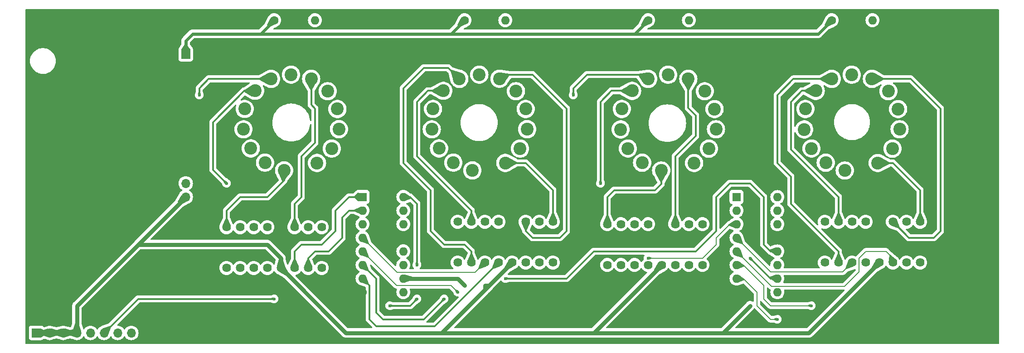
<source format=gbl>
G04 #@! TF.GenerationSoftware,KiCad,Pcbnew,7.0.11+dfsg-1*
G04 #@! TF.CreationDate,2024-03-19T11:51:31-04:00*
G04 #@! TF.ProjectId,clock,636c6f63-6b2e-46b6-9963-61645f706362,rev?*
G04 #@! TF.SameCoordinates,Original*
G04 #@! TF.FileFunction,Copper,L2,Bot*
G04 #@! TF.FilePolarity,Positive*
%FSLAX46Y46*%
G04 Gerber Fmt 4.6, Leading zero omitted, Abs format (unit mm)*
G04 Created by KiCad (PCBNEW 7.0.11+dfsg-1) date 2024-03-19 11:51:31*
%MOMM*%
%LPD*%
G01*
G04 APERTURE LIST*
G04 #@! TA.AperFunction,ComponentPad*
%ADD10R,1.700000X1.700000*%
G04 #@! TD*
G04 #@! TA.AperFunction,ComponentPad*
%ADD11O,1.700000X1.700000*%
G04 #@! TD*
G04 #@! TA.AperFunction,ComponentPad*
%ADD12C,2.397760*%
G04 #@! TD*
G04 #@! TA.AperFunction,ComponentPad*
%ADD13R,1.600000X1.600000*%
G04 #@! TD*
G04 #@! TA.AperFunction,ComponentPad*
%ADD14O,1.600000X1.600000*%
G04 #@! TD*
G04 #@! TA.AperFunction,ComponentPad*
%ADD15C,1.600000*%
G04 #@! TD*
G04 #@! TA.AperFunction,ComponentPad*
%ADD16C,1.625600*%
G04 #@! TD*
G04 #@! TA.AperFunction,ViaPad*
%ADD17C,0.600000*%
G04 #@! TD*
G04 #@! TA.AperFunction,ViaPad*
%ADD18C,0.609600*%
G04 #@! TD*
G04 #@! TA.AperFunction,Conductor*
%ADD19C,0.609600*%
G04 #@! TD*
G04 #@! TA.AperFunction,Conductor*
%ADD20C,0.762000*%
G04 #@! TD*
G04 #@! TA.AperFunction,Conductor*
%ADD21C,0.304800*%
G04 #@! TD*
G04 #@! TA.AperFunction,Conductor*
%ADD22C,0.203200*%
G04 #@! TD*
G04 APERTURE END LIST*
D10*
X49530000Y-107950000D03*
D11*
X52070000Y-107950000D03*
X54610000Y-107950000D03*
X57150000Y-107950000D03*
X59690000Y-107950000D03*
X62230000Y-107950000D03*
X64770000Y-107950000D03*
X67310000Y-107950000D03*
D12*
X93413280Y-60487520D03*
X95844060Y-77594420D03*
X90423700Y-62722720D03*
X88269780Y-69921080D03*
X101998480Y-76199960D03*
X89628680Y-73482160D03*
X104751840Y-73512640D03*
X100911360Y-60469740D03*
X106082800Y-69890600D03*
X103992380Y-62793840D03*
X92288060Y-76139000D03*
X88498380Y-66103460D03*
X105805940Y-66116160D03*
X97144540Y-59702660D03*
D13*
X110490000Y-82550000D03*
D14*
X110490000Y-85090000D03*
X110490000Y-87630000D03*
X110490000Y-90170000D03*
X110490000Y-92710000D03*
X110490000Y-95250000D03*
X110490000Y-97790000D03*
X110490000Y-100330000D03*
X118110000Y-100330000D03*
X118110000Y-97790000D03*
X118110000Y-95250000D03*
X118110000Y-92710000D03*
X118110000Y-90170000D03*
X118110000Y-87630000D03*
X118110000Y-85090000D03*
X118110000Y-82550000D03*
D15*
X93980000Y-49530000D03*
D14*
X101600000Y-49530000D03*
D16*
X85090000Y-95810000D03*
X87630000Y-95810000D03*
X90170000Y-95810000D03*
X92710000Y-95810000D03*
X95250000Y-95810000D03*
X97790000Y-95810000D03*
X100330000Y-95810000D03*
X102870000Y-95810000D03*
X102870000Y-88190000D03*
X100330000Y-88190000D03*
X97790000Y-88190000D03*
X95250000Y-88190000D03*
X92710000Y-88190000D03*
X90170000Y-88190000D03*
X87630000Y-88190000D03*
X85090000Y-88190000D03*
X156210000Y-95250000D03*
X158750000Y-95250000D03*
X161290000Y-95250000D03*
X163830000Y-95250000D03*
X166370000Y-95250000D03*
X168910000Y-95250000D03*
X171450000Y-95250000D03*
X173990000Y-95250000D03*
X173990000Y-87630000D03*
X171450000Y-87630000D03*
X168910000Y-87630000D03*
X166370000Y-87630000D03*
X163830000Y-87630000D03*
X161290000Y-87630000D03*
X158750000Y-87630000D03*
X156210000Y-87630000D03*
D12*
X198137780Y-60497720D03*
X200568560Y-77604620D03*
X195148200Y-62732920D03*
X192994280Y-69931280D03*
X206722980Y-76210160D03*
X194353180Y-73492360D03*
X209476340Y-73522840D03*
X205635860Y-60479940D03*
X210807300Y-69900800D03*
X208716880Y-62804040D03*
X197012560Y-76149200D03*
X193222880Y-66113660D03*
X210530440Y-66126360D03*
X201869040Y-59712860D03*
D15*
X163830000Y-49530000D03*
D14*
X171450000Y-49530000D03*
D10*
X209550000Y-107950000D03*
D11*
X212090000Y-107950000D03*
X214630000Y-107950000D03*
X217170000Y-107950000D03*
X219710000Y-107950000D03*
X222250000Y-107950000D03*
X224790000Y-107950000D03*
X227330000Y-107950000D03*
D12*
X163847780Y-60497720D03*
X166278560Y-77604620D03*
X160858200Y-62732920D03*
X158704280Y-69931280D03*
X172432980Y-76210160D03*
X160063180Y-73492360D03*
X175186340Y-73522840D03*
X171345860Y-60479940D03*
X176517300Y-69900800D03*
X174426880Y-62804040D03*
X162722560Y-76149200D03*
X158932880Y-66113660D03*
X176240440Y-66126360D03*
X167579040Y-59712860D03*
X128577380Y-60487520D03*
X131008160Y-77594420D03*
X125587800Y-62722720D03*
X123433880Y-69921080D03*
X137162580Y-76199960D03*
X124792780Y-73482160D03*
X139915940Y-73512640D03*
X136075460Y-60469740D03*
X141246900Y-69890600D03*
X139156480Y-62793840D03*
X127452160Y-76139000D03*
X123662480Y-66103460D03*
X140970040Y-66116160D03*
X132308640Y-59702660D03*
D16*
X128270000Y-94810000D03*
X130810000Y-94810000D03*
X133350000Y-94810000D03*
X135890000Y-94810000D03*
X138430000Y-94810000D03*
X140970000Y-94810000D03*
X143510000Y-94810000D03*
X146050000Y-94810000D03*
X146050000Y-87190000D03*
X143510000Y-87190000D03*
X140970000Y-87190000D03*
X138430000Y-87190000D03*
X135890000Y-87190000D03*
X133350000Y-87190000D03*
X130810000Y-87190000D03*
X128270000Y-87190000D03*
D13*
X180350000Y-82565000D03*
D14*
X180350000Y-85105000D03*
X180350000Y-87645000D03*
X180350000Y-90185000D03*
X180350000Y-92725000D03*
X180350000Y-95265000D03*
X180350000Y-97805000D03*
X180350000Y-100345000D03*
X187970000Y-100345000D03*
X187970000Y-97805000D03*
X187970000Y-95265000D03*
X187970000Y-92725000D03*
X187970000Y-90185000D03*
X187970000Y-87645000D03*
X187970000Y-85105000D03*
X187970000Y-82565000D03*
D10*
X77470000Y-77470000D03*
D11*
X77470000Y-80010000D03*
X77470000Y-82550000D03*
D10*
X77470000Y-55880000D03*
D11*
X77470000Y-58420000D03*
D15*
X198120000Y-49530000D03*
D14*
X205740000Y-49530000D03*
D16*
X196850000Y-94810000D03*
X199390000Y-94810000D03*
X201930000Y-94810000D03*
X204470000Y-94810000D03*
X207010000Y-94810000D03*
X209550000Y-94810000D03*
X212090000Y-94810000D03*
X214630000Y-94810000D03*
X214630000Y-87190000D03*
X212090000Y-87190000D03*
X209550000Y-87190000D03*
X207010000Y-87190000D03*
X204470000Y-87190000D03*
X201930000Y-87190000D03*
X199390000Y-87190000D03*
X196850000Y-87190000D03*
D15*
X129540000Y-49530000D03*
D14*
X137160000Y-49530000D03*
D17*
X123190000Y-100330000D03*
X193040000Y-83820000D03*
X166370000Y-97790000D03*
X151130000Y-92710000D03*
X158750000Y-90170000D03*
X80010000Y-106680000D03*
X191770000Y-100330000D03*
X191770000Y-105410000D03*
X195580000Y-81280000D03*
X182880000Y-83820000D03*
X201930000Y-92710000D03*
X81280000Y-96520000D03*
X193956767Y-98019191D03*
X177800000Y-97790000D03*
X137160000Y-92710000D03*
X118110000Y-104140000D03*
X193040000Y-95250000D03*
X144780000Y-99060000D03*
X88900000Y-93980000D03*
X121920000Y-97790000D03*
X120650000Y-95250000D03*
D18*
X133350000Y-99060000D03*
D17*
X182880000Y-93980000D03*
D18*
X182879994Y-102870000D03*
X129540000Y-99060000D03*
D17*
X93980000Y-101600000D03*
X137160000Y-97790000D03*
X115570000Y-102870000D03*
X120650000Y-101600000D03*
X85090000Y-80010000D03*
X80010000Y-63500000D03*
X125730000Y-101600000D03*
X128270000Y-100330000D03*
X154940000Y-80010000D03*
X163830000Y-93980000D03*
X149860000Y-63500000D03*
X194310000Y-102870000D03*
X187960000Y-105410000D03*
D19*
X161290000Y-52070000D02*
X195580000Y-52070000D01*
X93980000Y-49530000D02*
X91440000Y-52070000D01*
X77470000Y-55880000D02*
X77470000Y-53340000D01*
X129540000Y-49530000D02*
X127000000Y-52070000D01*
X78740000Y-52070000D02*
X91440000Y-52070000D01*
X77470000Y-53340000D02*
X78740000Y-52070000D01*
X195580000Y-52070000D02*
X198120000Y-49530000D01*
X127000000Y-52070000D02*
X161290000Y-52070000D01*
X91440000Y-52070000D02*
X127000000Y-52070000D01*
X163830000Y-49530000D02*
X161290000Y-52070000D01*
D20*
X92710000Y-91440000D02*
X95250000Y-93980000D01*
D21*
X119380000Y-82550000D02*
X118110000Y-82550000D01*
D20*
X153670000Y-107950000D02*
X166370000Y-95250000D01*
X133350000Y-99890000D02*
X134180000Y-99060000D01*
D21*
X186705000Y-97805000D02*
X187970000Y-97805000D01*
D20*
X129540000Y-99060000D02*
X128270000Y-97790000D01*
X68580000Y-91440000D02*
X77470000Y-82550000D01*
X133350000Y-99890000D02*
X133350000Y-99060000D01*
X57150000Y-107950000D02*
X54610000Y-107950000D01*
X95250000Y-95810000D02*
X107390000Y-107950000D01*
X125290000Y-107950000D02*
X138430000Y-94810000D01*
X124460000Y-107950000D02*
X125290000Y-107950000D01*
X124460000Y-107950000D02*
X125730000Y-107950000D01*
X49530000Y-107950000D02*
X52070000Y-107950000D01*
X125730000Y-107950000D02*
X153670000Y-107950000D01*
X177800000Y-107950000D02*
X193870000Y-107950000D01*
X57150000Y-107950000D02*
X57150000Y-102870000D01*
D21*
X120650000Y-83820000D02*
X119380000Y-82550000D01*
D20*
X125730000Y-107510000D02*
X133350000Y-99890000D01*
X193870000Y-107950000D02*
X207010000Y-94810000D01*
X182879994Y-102870006D02*
X182879994Y-102870000D01*
X57150000Y-102870000D02*
X68580000Y-91440000D01*
X134180000Y-99060000D02*
X138430000Y-94810000D01*
X128270000Y-97790000D02*
X121920000Y-97790000D01*
X121920000Y-97790000D02*
X118110000Y-97790000D01*
X125730000Y-107950000D02*
X125730000Y-107510000D01*
D21*
X120650000Y-95250000D02*
X120650000Y-83820000D01*
D20*
X54610000Y-107950000D02*
X52070000Y-107950000D01*
X133350000Y-99060000D02*
X134180000Y-99060000D01*
X95250000Y-93980000D02*
X95250000Y-95810000D01*
X68580000Y-91440000D02*
X92710000Y-91440000D01*
X177800000Y-107950000D02*
X182879994Y-102870006D01*
D21*
X182880000Y-93980000D02*
X186705000Y-97805000D01*
D20*
X107390000Y-107950000D02*
X124460000Y-107950000D01*
X153670000Y-107950000D02*
X177800000Y-107950000D01*
D21*
X148590000Y-97790000D02*
X153670000Y-92710000D01*
X172720000Y-92710000D02*
X176530000Y-88900000D01*
X153670000Y-92710000D02*
X172720000Y-92710000D01*
X62230000Y-107950000D02*
X68580000Y-101600000D01*
X137160000Y-97790000D02*
X148590000Y-97790000D01*
X185420000Y-82550000D02*
X185420000Y-91440000D01*
X186705000Y-92725000D02*
X187970000Y-92725000D01*
X182880000Y-80010000D02*
X185420000Y-82550000D01*
X179070000Y-80010000D02*
X182880000Y-80010000D01*
X68580000Y-101600000D02*
X93980000Y-101600000D01*
X185420000Y-91440000D02*
X186705000Y-92725000D01*
X176530000Y-88900000D02*
X176530000Y-82550000D01*
X176530000Y-82550000D02*
X179070000Y-80010000D01*
X120650000Y-101600000D02*
X119380000Y-102870000D01*
X119380000Y-102870000D02*
X115570000Y-102870000D01*
X95844060Y-77594420D02*
X95844060Y-79415940D01*
X92710000Y-82550000D02*
X87630000Y-82550000D01*
X85090000Y-85090000D02*
X85090000Y-88190000D01*
X95844060Y-79415940D02*
X92710000Y-82550000D01*
X87630000Y-82550000D02*
X85090000Y-85090000D01*
X82550000Y-68580000D02*
X82550000Y-77470000D01*
X82550000Y-77470000D02*
X85090000Y-80010000D01*
X88407280Y-62722720D02*
X82550000Y-68580000D01*
X90423700Y-62722720D02*
X88407280Y-62722720D01*
X101600000Y-72390000D02*
X99060000Y-74930000D01*
X97790000Y-83820000D02*
X97790000Y-88190000D01*
X99060000Y-74930000D02*
X99060000Y-82550000D01*
X100911360Y-65351360D02*
X101600000Y-66040000D01*
X99060000Y-82550000D02*
X97790000Y-83820000D01*
X101600000Y-66040000D02*
X101600000Y-72390000D01*
X100911360Y-60469740D02*
X100911360Y-65351360D01*
X107950000Y-85090000D02*
X110490000Y-85090000D01*
X101600000Y-92710000D02*
X104140000Y-92710000D01*
X100330000Y-95810000D02*
X100330000Y-93980000D01*
X106680000Y-90170000D02*
X106680000Y-86360000D01*
X104140000Y-92710000D02*
X106680000Y-90170000D01*
X106680000Y-86360000D02*
X107950000Y-85090000D01*
X100330000Y-93980000D02*
X101600000Y-92710000D01*
X97790000Y-92710000D02*
X99060000Y-91440000D01*
X107950000Y-82550000D02*
X110490000Y-82550000D01*
X105410000Y-85090000D02*
X107950000Y-82550000D01*
X105410000Y-88900000D02*
X105410000Y-85090000D01*
X97790000Y-95810000D02*
X97790000Y-92710000D01*
X99060000Y-91440000D02*
X102870000Y-91440000D01*
X102870000Y-91440000D02*
X105410000Y-88900000D01*
X80010000Y-63500000D02*
X80010000Y-62230000D01*
X80010000Y-62230000D02*
X81752480Y-60487520D01*
X81752480Y-60487520D02*
X93413280Y-60487520D01*
X130810000Y-85090000D02*
X130810000Y-87190000D01*
X125587800Y-62722720D02*
X122697280Y-62722720D01*
X120650000Y-74930000D02*
X130810000Y-85090000D01*
X120650000Y-64770000D02*
X120650000Y-74930000D01*
X122697280Y-62722720D02*
X120650000Y-64770000D01*
X148590000Y-88900000D02*
X148590000Y-66040000D01*
X147320000Y-90170000D02*
X148590000Y-88900000D01*
X148590000Y-66040000D02*
X142240000Y-59690000D01*
X140970000Y-87190000D02*
X140970000Y-88900000D01*
X142240000Y-59690000D02*
X136855200Y-59690000D01*
X140970000Y-88900000D02*
X142240000Y-90170000D01*
X136855200Y-59690000D02*
X136075460Y-60469740D01*
X142240000Y-90170000D02*
X147320000Y-90170000D01*
X146050000Y-81280000D02*
X140969960Y-76199960D01*
X140969960Y-76199960D02*
X137162580Y-76199960D01*
X146050000Y-87190000D02*
X146050000Y-81280000D01*
X114300000Y-105410000D02*
X121920000Y-105410000D01*
X113030000Y-97790000D02*
X113030000Y-104140000D01*
X121920000Y-105410000D02*
X125730000Y-101600000D01*
X113030000Y-104140000D02*
X114300000Y-105410000D01*
X110490000Y-95250000D02*
X113030000Y-97790000D01*
D22*
X127000000Y-99060000D02*
X128270000Y-100330000D01*
X116840000Y-99060000D02*
X127000000Y-99060000D01*
X110490000Y-92710000D02*
X116840000Y-99060000D01*
D21*
X124020000Y-106680000D02*
X135890000Y-94810000D01*
X113030000Y-106680000D02*
X124020000Y-106680000D01*
X111760000Y-105410000D02*
X113030000Y-106680000D01*
X111760000Y-99060000D02*
X111760000Y-105410000D01*
X110490000Y-97790000D02*
X111760000Y-99060000D01*
D22*
X116957600Y-96637600D02*
X127117600Y-96637600D01*
X131522400Y-96637600D02*
X133350000Y-94810000D01*
X127117600Y-96637600D02*
X131522400Y-96637600D01*
X110490000Y-90170000D02*
X116957600Y-96637600D01*
D21*
X123190000Y-81280000D02*
X123190000Y-88900000D01*
X129540000Y-91440000D02*
X130810000Y-92710000D01*
X121920000Y-58420000D02*
X118110000Y-62230000D01*
X118110000Y-62230000D02*
X118110000Y-76200000D01*
X125730000Y-91440000D02*
X129540000Y-91440000D01*
X126509860Y-58420000D02*
X121920000Y-58420000D01*
X130810000Y-92710000D02*
X130810000Y-94810000D01*
X118110000Y-76200000D02*
X123190000Y-81280000D01*
X123190000Y-88900000D02*
X125730000Y-91440000D01*
X128577380Y-60487520D02*
X126509860Y-58420000D01*
X157480000Y-81280000D02*
X156210000Y-82550000D01*
X165100000Y-81280000D02*
X157480000Y-81280000D01*
X166278560Y-77604620D02*
X166278560Y-80101440D01*
X166278560Y-80101440D02*
X165100000Y-81280000D01*
X156210000Y-82550000D02*
X156210000Y-87630000D01*
X154940000Y-64770000D02*
X154940000Y-80010000D01*
X156977080Y-62732920D02*
X154940000Y-64770000D01*
X160858200Y-62732920D02*
X156977080Y-62732920D01*
X172720000Y-71120000D02*
X168910000Y-74930000D01*
X172720000Y-67310000D02*
X172720000Y-71120000D01*
X171345860Y-60479940D02*
X171345860Y-65935860D01*
X168910000Y-74930000D02*
X168910000Y-87630000D01*
X171345860Y-65935860D02*
X172720000Y-67310000D01*
D22*
X176530000Y-91440000D02*
X176530000Y-90170000D01*
X176530000Y-90170000D02*
X179055000Y-87645000D01*
X179055000Y-87645000D02*
X180350000Y-87645000D01*
X163830000Y-93980000D02*
X173990000Y-93980000D01*
X173990000Y-93980000D02*
X176530000Y-91440000D01*
D21*
X149860000Y-63500000D02*
X149860000Y-62230000D01*
X152400000Y-59690000D02*
X163040060Y-59690000D01*
X149860000Y-62230000D02*
X152400000Y-59690000D01*
X163040060Y-59690000D02*
X163847780Y-60497720D01*
X199390000Y-82550000D02*
X190500000Y-73660000D01*
X190500000Y-64770000D02*
X192537080Y-62732920D01*
X199390000Y-87190000D02*
X199390000Y-82550000D01*
X190500000Y-73660000D02*
X190500000Y-64770000D01*
X192537080Y-62732920D02*
X195148200Y-62732920D01*
X218440000Y-66040000D02*
X212879940Y-60479940D01*
X218440000Y-88900000D02*
X218440000Y-66040000D01*
X212879940Y-60479940D02*
X205635860Y-60479940D01*
X209550000Y-87190000D02*
X212530000Y-90170000D01*
X217170000Y-90170000D02*
X218440000Y-88900000D01*
X212530000Y-90170000D02*
X217170000Y-90170000D01*
X206722980Y-76210160D02*
X209560160Y-76210160D01*
X209560160Y-76210160D02*
X214630000Y-81280000D01*
X214630000Y-81280000D02*
X214630000Y-87190000D01*
D22*
X180350000Y-95265000D02*
X181625000Y-95265000D01*
X185420000Y-99060000D02*
X185420000Y-101600000D01*
X186690000Y-102870000D02*
X194310000Y-102870000D01*
X185420000Y-101600000D02*
X186690000Y-102870000D01*
X181625000Y-95265000D02*
X182880000Y-96520000D01*
X182880000Y-96520000D02*
X185420000Y-99060000D01*
X208280000Y-92710000D02*
X209550000Y-93980000D01*
X203200000Y-96520000D02*
X203200000Y-93980000D01*
X186868400Y-99243400D02*
X200476600Y-99243400D01*
X209550000Y-93980000D02*
X209550000Y-94810000D01*
X180350000Y-92725000D02*
X186868400Y-99243400D01*
X204470000Y-92710000D02*
X208280000Y-92710000D01*
X203200000Y-93980000D02*
X204470000Y-92710000D01*
X200476600Y-99243400D02*
X203200000Y-96520000D01*
X186690000Y-105410000D02*
X184150000Y-102870000D01*
X187960000Y-105410000D02*
X186690000Y-105410000D01*
X184150000Y-100330000D02*
X181625000Y-97805000D01*
X184150000Y-102870000D02*
X184150000Y-100330000D01*
X181625000Y-97805000D02*
X180350000Y-97805000D01*
X186685000Y-96520000D02*
X199390000Y-96520000D01*
X200220000Y-96520000D02*
X199390000Y-96520000D01*
X180350000Y-90185000D02*
X186685000Y-96520000D01*
X201930000Y-94810000D02*
X200220000Y-96520000D01*
D21*
X199390000Y-92710000D02*
X190500000Y-83820000D01*
X190500000Y-78740000D02*
X187960000Y-76200000D01*
X187960000Y-63500000D02*
X190962280Y-60497720D01*
X190500000Y-83820000D02*
X190500000Y-78740000D01*
X199390000Y-94810000D02*
X199390000Y-92710000D01*
X190962280Y-60497720D02*
X198137780Y-60497720D01*
X187960000Y-76200000D02*
X187960000Y-63500000D01*
G04 #@! TA.AperFunction,Conductor*
G36*
X108794126Y-85753968D02*
G01*
X109887904Y-86249947D01*
X109940831Y-86295561D01*
X109960695Y-86362547D01*
X109941189Y-86429639D01*
X109889101Y-86475260D01*
X109837268Y-86499431D01*
X109837264Y-86499433D01*
X109650858Y-86629954D01*
X109489954Y-86790858D01*
X109359432Y-86977265D01*
X109359431Y-86977267D01*
X109263261Y-87183502D01*
X109263258Y-87183511D01*
X109204366Y-87403302D01*
X109204364Y-87403313D01*
X109184532Y-87629998D01*
X109184532Y-87630001D01*
X109204364Y-87856686D01*
X109204366Y-87856697D01*
X109263258Y-88076488D01*
X109263261Y-88076497D01*
X109359431Y-88282732D01*
X109359432Y-88282734D01*
X109489954Y-88469141D01*
X109650858Y-88630045D01*
X109672283Y-88645047D01*
X109837266Y-88760568D01*
X109869438Y-88775570D01*
X109895275Y-88787618D01*
X109947714Y-88833791D01*
X109966866Y-88900984D01*
X109946650Y-88967865D01*
X109895275Y-89012382D01*
X109837267Y-89039431D01*
X109837265Y-89039432D01*
X109650858Y-89169954D01*
X109489954Y-89330858D01*
X109359432Y-89517265D01*
X109359431Y-89517267D01*
X109263261Y-89723502D01*
X109263258Y-89723511D01*
X109204366Y-89943302D01*
X109204364Y-89943313D01*
X109184532Y-90169998D01*
X109184532Y-90170001D01*
X109204364Y-90396686D01*
X109204366Y-90396697D01*
X109263258Y-90616488D01*
X109263261Y-90616497D01*
X109359431Y-90822732D01*
X109359432Y-90822734D01*
X109489954Y-91009141D01*
X109650858Y-91170045D01*
X109672281Y-91185045D01*
X109837266Y-91300568D01*
X109895278Y-91327619D01*
X109947713Y-91373788D01*
X109966866Y-91440982D01*
X109946651Y-91507863D01*
X109895277Y-91552380D01*
X109837268Y-91579430D01*
X109837265Y-91579432D01*
X109650858Y-91709954D01*
X109489954Y-91870858D01*
X109359432Y-92057265D01*
X109359431Y-92057267D01*
X109263261Y-92263502D01*
X109263258Y-92263511D01*
X109204366Y-92483302D01*
X109204364Y-92483313D01*
X109184532Y-92709998D01*
X109184532Y-92710001D01*
X109204364Y-92936686D01*
X109204366Y-92936697D01*
X109263258Y-93156488D01*
X109263261Y-93156497D01*
X109359431Y-93362732D01*
X109359432Y-93362734D01*
X109489954Y-93549141D01*
X109650858Y-93710045D01*
X109835097Y-93839049D01*
X109837266Y-93840568D01*
X109895278Y-93867619D01*
X109947713Y-93913788D01*
X109966866Y-93980982D01*
X109946651Y-94047863D01*
X109895277Y-94092380D01*
X109837268Y-94119430D01*
X109837265Y-94119432D01*
X109650858Y-94249954D01*
X109489954Y-94410858D01*
X109359432Y-94597265D01*
X109359431Y-94597267D01*
X109263261Y-94803502D01*
X109263258Y-94803511D01*
X109204366Y-95023302D01*
X109204364Y-95023313D01*
X109184532Y-95249998D01*
X109184532Y-95250001D01*
X109204364Y-95476686D01*
X109204366Y-95476697D01*
X109263258Y-95696488D01*
X109263261Y-95696497D01*
X109359431Y-95902732D01*
X109359432Y-95902734D01*
X109489954Y-96089141D01*
X109650858Y-96250045D01*
X109732905Y-96307494D01*
X109837266Y-96380568D01*
X109895277Y-96407619D01*
X109947713Y-96453788D01*
X109966866Y-96520982D01*
X109946651Y-96587863D01*
X109895277Y-96632380D01*
X109837268Y-96659430D01*
X109837265Y-96659432D01*
X109650858Y-96789954D01*
X109489954Y-96950858D01*
X109359432Y-97137265D01*
X109359431Y-97137267D01*
X109263261Y-97343502D01*
X109263258Y-97343511D01*
X109204366Y-97563302D01*
X109204364Y-97563313D01*
X109184532Y-97789998D01*
X109184532Y-97790001D01*
X109204364Y-98016686D01*
X109204366Y-98016697D01*
X109263258Y-98236488D01*
X109263261Y-98236497D01*
X109359431Y-98442732D01*
X109359432Y-98442734D01*
X109489954Y-98629141D01*
X109650858Y-98790045D01*
X109672283Y-98805047D01*
X109837266Y-98920568D01*
X109989272Y-98991449D01*
X109996566Y-98995149D01*
X110017238Y-99006509D01*
X110017242Y-99006510D01*
X110017243Y-99006511D01*
X110017246Y-99006512D01*
X110035135Y-99013239D01*
X110043168Y-99016616D01*
X110043497Y-99016735D01*
X110043504Y-99016739D01*
X110043510Y-99016740D01*
X110046747Y-99017919D01*
X110052449Y-99019749D01*
X111026745Y-99386114D01*
X111082566Y-99428133D01*
X111106807Y-99493663D01*
X111107100Y-99502178D01*
X111107100Y-105324232D01*
X111105328Y-105340279D01*
X111105566Y-105340302D01*
X111104832Y-105348067D01*
X111107039Y-105418303D01*
X111107100Y-105422198D01*
X111107100Y-105451075D01*
X111107657Y-105455488D01*
X111108572Y-105467120D01*
X111110012Y-105512945D01*
X111110013Y-105512951D01*
X111115965Y-105533438D01*
X111119910Y-105552483D01*
X111122585Y-105573657D01*
X111122588Y-105573669D01*
X111139462Y-105616289D01*
X111143245Y-105627337D01*
X111156033Y-105671355D01*
X111156035Y-105671360D01*
X111166900Y-105689731D01*
X111175458Y-105707201D01*
X111183311Y-105727035D01*
X111183315Y-105727041D01*
X111210256Y-105764123D01*
X111216669Y-105773885D01*
X111240009Y-105813350D01*
X111255094Y-105828434D01*
X111267734Y-105843233D01*
X111280274Y-105860494D01*
X111315601Y-105889719D01*
X111324241Y-105897581D01*
X112283479Y-106856819D01*
X112316964Y-106918142D01*
X112311980Y-106987834D01*
X112270108Y-107043767D01*
X112204644Y-107068184D01*
X112195798Y-107068500D01*
X107806491Y-107068500D01*
X107739452Y-107048815D01*
X107718810Y-107032181D01*
X97994124Y-97307495D01*
X97960639Y-97246172D01*
X97965623Y-97176480D01*
X98007495Y-97120547D01*
X98049712Y-97100039D01*
X98082506Y-97091252D01*
X98240891Y-97048813D01*
X98449159Y-96951696D01*
X98637398Y-96819889D01*
X98799889Y-96657398D01*
X98931696Y-96469159D01*
X98947618Y-96435013D01*
X98993790Y-96382574D01*
X99060983Y-96363422D01*
X99127864Y-96383637D01*
X99172382Y-96435014D01*
X99188302Y-96469155D01*
X99188308Y-96469165D01*
X99302593Y-96632380D01*
X99320111Y-96657398D01*
X99482602Y-96819889D01*
X99670841Y-96951696D01*
X99879109Y-97048813D01*
X99879115Y-97048814D01*
X99879116Y-97048815D01*
X99932539Y-97063129D01*
X100101077Y-97108289D01*
X100241188Y-97120547D01*
X100329998Y-97128317D01*
X100330000Y-97128317D01*
X100330002Y-97128317D01*
X100394992Y-97122631D01*
X100558923Y-97108289D01*
X100780891Y-97048813D01*
X100989159Y-96951696D01*
X101177398Y-96819889D01*
X101339889Y-96657398D01*
X101471696Y-96469159D01*
X101487618Y-96435013D01*
X101533790Y-96382574D01*
X101600983Y-96363422D01*
X101667864Y-96383637D01*
X101712382Y-96435014D01*
X101728302Y-96469155D01*
X101728308Y-96469165D01*
X101842593Y-96632380D01*
X101860111Y-96657398D01*
X102022602Y-96819889D01*
X102210841Y-96951696D01*
X102419109Y-97048813D01*
X102419115Y-97048814D01*
X102419116Y-97048815D01*
X102472539Y-97063129D01*
X102641077Y-97108289D01*
X102781188Y-97120547D01*
X102869998Y-97128317D01*
X102870000Y-97128317D01*
X102870002Y-97128317D01*
X102934992Y-97122631D01*
X103098923Y-97108289D01*
X103320891Y-97048813D01*
X103529159Y-96951696D01*
X103717398Y-96819889D01*
X103879889Y-96657398D01*
X104011696Y-96469159D01*
X104108813Y-96260891D01*
X104168289Y-96038923D01*
X104188317Y-95810000D01*
X104168289Y-95581077D01*
X104108813Y-95359109D01*
X104011696Y-95150842D01*
X103999356Y-95133219D01*
X103879892Y-94962606D01*
X103879887Y-94962600D01*
X103717398Y-94800111D01*
X103529165Y-94668308D01*
X103529159Y-94668304D01*
X103408985Y-94612266D01*
X103320891Y-94571187D01*
X103320887Y-94571186D01*
X103320883Y-94571184D01*
X103098928Y-94511712D01*
X103098924Y-94511711D01*
X103098923Y-94511711D01*
X103098922Y-94511710D01*
X103098917Y-94511710D01*
X102870002Y-94491683D01*
X102869998Y-94491683D01*
X102641082Y-94511710D01*
X102641071Y-94511712D01*
X102419116Y-94571184D01*
X102419107Y-94571188D01*
X102210842Y-94668303D01*
X102210840Y-94668304D01*
X102022606Y-94800107D01*
X102022600Y-94800112D01*
X101860112Y-94962600D01*
X101860107Y-94962606D01*
X101728304Y-95150840D01*
X101728302Y-95150844D01*
X101715312Y-95178701D01*
X101669138Y-95231139D01*
X101601944Y-95250290D01*
X101535064Y-95230073D01*
X101490079Y-95177679D01*
X101076937Y-94270291D01*
X101067073Y-94201122D01*
X101096171Y-94137600D01*
X101102095Y-94131243D01*
X101834121Y-93399219D01*
X101895444Y-93365734D01*
X101921802Y-93362900D01*
X104054232Y-93362900D01*
X104070279Y-93364671D01*
X104070302Y-93364434D01*
X104078068Y-93365168D01*
X104078068Y-93365167D01*
X104078069Y-93365168D01*
X104117053Y-93363943D01*
X104148305Y-93362961D01*
X104152199Y-93362900D01*
X104181071Y-93362900D01*
X104181075Y-93362900D01*
X104185471Y-93362344D01*
X104197118Y-93361426D01*
X104242948Y-93359987D01*
X104263449Y-93354030D01*
X104282476Y-93350089D01*
X104303660Y-93347414D01*
X104346285Y-93330536D01*
X104357328Y-93326756D01*
X104401359Y-93313965D01*
X104419730Y-93303100D01*
X104437196Y-93294543D01*
X104457037Y-93286688D01*
X104494123Y-93259742D01*
X104503888Y-93253328D01*
X104505005Y-93252667D01*
X104543348Y-93229992D01*
X104558443Y-93214895D01*
X104573224Y-93202272D01*
X104590493Y-93189726D01*
X104619724Y-93154390D01*
X104627566Y-93145772D01*
X107081021Y-90692317D01*
X107093620Y-90682225D01*
X107093468Y-90682041D01*
X107099477Y-90677068D01*
X107099482Y-90677066D01*
X107147624Y-90625798D01*
X107150241Y-90623097D01*
X107170714Y-90602626D01*
X107173436Y-90599114D01*
X107181016Y-90590239D01*
X107212405Y-90556815D01*
X107222686Y-90538111D01*
X107233357Y-90521865D01*
X107246445Y-90504995D01*
X107264663Y-90462893D01*
X107269781Y-90452446D01*
X107291876Y-90412259D01*
X107294068Y-90403720D01*
X107297182Y-90391593D01*
X107303487Y-90373177D01*
X107311959Y-90353601D01*
X107319130Y-90308313D01*
X107321493Y-90296903D01*
X107332900Y-90252480D01*
X107332900Y-90231138D01*
X107334427Y-90211737D01*
X107337764Y-90190671D01*
X107333450Y-90145032D01*
X107332900Y-90133363D01*
X107332900Y-86681802D01*
X107352585Y-86614763D01*
X107369219Y-86594121D01*
X108184121Y-85779219D01*
X108245444Y-85745734D01*
X108271802Y-85742900D01*
X108742917Y-85742900D01*
X108794126Y-85753968D01*
G37*
G04 #@! TD.AperFunction*
G04 #@! TA.AperFunction,Conductor*
G36*
X163115019Y-93382585D02*
G01*
X163160774Y-93435389D01*
X163170718Y-93504547D01*
X163152974Y-93552872D01*
X163104211Y-93630476D01*
X163044631Y-93800745D01*
X163044630Y-93800750D01*
X163024435Y-93979996D01*
X163024435Y-93980003D01*
X163040291Y-94120736D01*
X163028236Y-94189558D01*
X162988203Y-94236188D01*
X162982608Y-94240105D01*
X162982598Y-94240114D01*
X162820112Y-94402600D01*
X162820107Y-94402606D01*
X162688304Y-94590840D01*
X162688303Y-94590842D01*
X162672382Y-94624986D01*
X162626209Y-94677425D01*
X162559016Y-94696577D01*
X162492135Y-94676361D01*
X162447618Y-94624986D01*
X162431696Y-94590842D01*
X162431695Y-94590840D01*
X162299892Y-94402606D01*
X162299887Y-94402600D01*
X162137398Y-94240111D01*
X161949165Y-94108308D01*
X161949159Y-94108304D01*
X161905201Y-94087806D01*
X161740891Y-94011187D01*
X161740887Y-94011186D01*
X161740883Y-94011184D01*
X161518928Y-93951712D01*
X161518924Y-93951711D01*
X161518923Y-93951711D01*
X161518922Y-93951710D01*
X161518917Y-93951710D01*
X161290002Y-93931683D01*
X161289998Y-93931683D01*
X161061082Y-93951710D01*
X161061071Y-93951712D01*
X160839116Y-94011184D01*
X160839107Y-94011188D01*
X160630842Y-94108303D01*
X160630840Y-94108304D01*
X160442606Y-94240107D01*
X160442600Y-94240112D01*
X160280112Y-94402600D01*
X160280107Y-94402606D01*
X160148304Y-94590840D01*
X160148303Y-94590842D01*
X160132382Y-94624986D01*
X160086209Y-94677425D01*
X160019016Y-94696577D01*
X159952135Y-94676361D01*
X159907618Y-94624986D01*
X159891696Y-94590842D01*
X159891695Y-94590840D01*
X159759892Y-94402606D01*
X159759887Y-94402600D01*
X159597398Y-94240111D01*
X159409165Y-94108308D01*
X159409159Y-94108304D01*
X159365201Y-94087806D01*
X159200891Y-94011187D01*
X159200887Y-94011186D01*
X159200883Y-94011184D01*
X158978928Y-93951712D01*
X158978924Y-93951711D01*
X158978923Y-93951711D01*
X158978922Y-93951710D01*
X158978917Y-93951710D01*
X158750002Y-93931683D01*
X158749998Y-93931683D01*
X158521082Y-93951710D01*
X158521071Y-93951712D01*
X158299116Y-94011184D01*
X158299107Y-94011188D01*
X158090842Y-94108303D01*
X158090840Y-94108304D01*
X157902606Y-94240107D01*
X157902600Y-94240112D01*
X157740112Y-94402600D01*
X157740107Y-94402606D01*
X157608304Y-94590840D01*
X157608303Y-94590842D01*
X157592382Y-94624986D01*
X157546209Y-94677425D01*
X157479016Y-94696577D01*
X157412135Y-94676361D01*
X157367618Y-94624986D01*
X157351696Y-94590842D01*
X157351695Y-94590840D01*
X157219892Y-94402606D01*
X157219887Y-94402600D01*
X157057398Y-94240111D01*
X156869165Y-94108308D01*
X156869159Y-94108304D01*
X156825201Y-94087806D01*
X156660891Y-94011187D01*
X156660887Y-94011186D01*
X156660883Y-94011184D01*
X156438928Y-93951712D01*
X156438924Y-93951711D01*
X156438923Y-93951711D01*
X156438922Y-93951710D01*
X156438917Y-93951710D01*
X156210002Y-93931683D01*
X156209998Y-93931683D01*
X155981082Y-93951710D01*
X155981071Y-93951712D01*
X155759116Y-94011184D01*
X155759107Y-94011188D01*
X155550842Y-94108303D01*
X155550840Y-94108304D01*
X155362606Y-94240107D01*
X155362600Y-94240112D01*
X155200112Y-94402600D01*
X155200107Y-94402606D01*
X155068304Y-94590840D01*
X155068303Y-94590842D01*
X154971188Y-94799107D01*
X154971184Y-94799116D01*
X154911712Y-95021071D01*
X154911710Y-95021082D01*
X154891683Y-95249998D01*
X154891683Y-95250001D01*
X154911710Y-95478917D01*
X154911712Y-95478928D01*
X154971184Y-95700883D01*
X154971186Y-95700887D01*
X154971187Y-95700891D01*
X155031530Y-95830297D01*
X155068304Y-95909159D01*
X155068308Y-95909165D01*
X155166089Y-96048810D01*
X155200111Y-96097398D01*
X155362602Y-96259889D01*
X155550841Y-96391696D01*
X155759109Y-96488813D01*
X155981077Y-96548289D01*
X156144593Y-96562594D01*
X156209998Y-96568317D01*
X156210000Y-96568317D01*
X156210002Y-96568317D01*
X156267791Y-96563261D01*
X156438923Y-96548289D01*
X156660891Y-96488813D01*
X156869159Y-96391696D01*
X157057398Y-96259889D01*
X157219889Y-96097398D01*
X157351696Y-95909159D01*
X157367618Y-95875013D01*
X157413790Y-95822574D01*
X157480983Y-95803422D01*
X157547864Y-95823637D01*
X157592382Y-95875014D01*
X157608302Y-95909155D01*
X157608308Y-95909165D01*
X157706089Y-96048810D01*
X157740111Y-96097398D01*
X157902602Y-96259889D01*
X158090841Y-96391696D01*
X158299109Y-96488813D01*
X158521077Y-96548289D01*
X158684593Y-96562594D01*
X158749998Y-96568317D01*
X158750000Y-96568317D01*
X158750002Y-96568317D01*
X158807791Y-96563261D01*
X158978923Y-96548289D01*
X159200891Y-96488813D01*
X159409159Y-96391696D01*
X159597398Y-96259889D01*
X159759889Y-96097398D01*
X159891696Y-95909159D01*
X159907618Y-95875013D01*
X159953790Y-95822574D01*
X160020983Y-95803422D01*
X160087864Y-95823637D01*
X160132382Y-95875014D01*
X160148302Y-95909155D01*
X160148308Y-95909165D01*
X160246089Y-96048810D01*
X160280111Y-96097398D01*
X160442602Y-96259889D01*
X160630841Y-96391696D01*
X160839109Y-96488813D01*
X161061077Y-96548289D01*
X161224593Y-96562594D01*
X161289998Y-96568317D01*
X161290000Y-96568317D01*
X161290002Y-96568317D01*
X161347791Y-96563261D01*
X161518923Y-96548289D01*
X161740891Y-96488813D01*
X161949159Y-96391696D01*
X162137398Y-96259889D01*
X162299889Y-96097398D01*
X162431696Y-95909159D01*
X162447618Y-95875013D01*
X162493790Y-95822574D01*
X162560983Y-95803422D01*
X162627864Y-95823637D01*
X162672382Y-95875014D01*
X162688302Y-95909155D01*
X162688308Y-95909165D01*
X162786089Y-96048810D01*
X162820111Y-96097398D01*
X162982602Y-96259889D01*
X163170841Y-96391696D01*
X163379109Y-96488813D01*
X163570289Y-96540039D01*
X163629947Y-96576403D01*
X163660477Y-96639249D01*
X163652183Y-96708625D01*
X163625875Y-96747494D01*
X153341190Y-107032181D01*
X153279867Y-107065666D01*
X153253509Y-107068500D01*
X127717491Y-107068500D01*
X127650452Y-107048815D01*
X127604697Y-106996011D01*
X127594753Y-106926853D01*
X127623778Y-106863297D01*
X127629810Y-106856819D01*
X129162397Y-105324232D01*
X133944424Y-100542203D01*
X133951804Y-100535400D01*
X133993739Y-100499782D01*
X134010499Y-100477733D01*
X134021527Y-100465100D01*
X134793703Y-99692924D01*
X134796035Y-99690654D01*
X134855808Y-99634036D01*
X134855957Y-99633814D01*
X134870911Y-99615716D01*
X136290652Y-98195975D01*
X136351973Y-98162492D01*
X136421665Y-98167476D01*
X136477598Y-98209348D01*
X136483322Y-98217681D01*
X136530184Y-98292262D01*
X136657738Y-98419816D01*
X136700694Y-98446807D01*
X136784797Y-98499653D01*
X136810478Y-98515789D01*
X136962006Y-98568811D01*
X136980745Y-98575368D01*
X136980750Y-98575369D01*
X137159996Y-98595565D01*
X137160000Y-98595565D01*
X137160004Y-98595565D01*
X137339248Y-98575369D01*
X137339248Y-98575368D01*
X137339255Y-98575368D01*
X137381425Y-98560611D01*
X137406133Y-98555017D01*
X137406133Y-98555012D01*
X137406256Y-98554989D01*
X137408908Y-98554389D01*
X137410501Y-98554215D01*
X137828201Y-98446806D01*
X137859082Y-98442900D01*
X148504232Y-98442900D01*
X148520279Y-98444671D01*
X148520302Y-98444434D01*
X148528068Y-98445168D01*
X148528068Y-98445167D01*
X148528069Y-98445168D01*
X148559401Y-98444183D01*
X148598305Y-98442961D01*
X148602199Y-98442900D01*
X148631071Y-98442900D01*
X148631075Y-98442900D01*
X148635471Y-98442344D01*
X148647118Y-98441426D01*
X148692948Y-98439987D01*
X148713449Y-98434030D01*
X148732476Y-98430089D01*
X148753660Y-98427414D01*
X148796285Y-98410536D01*
X148807328Y-98406756D01*
X148851359Y-98393965D01*
X148869730Y-98383100D01*
X148887196Y-98374543D01*
X148907037Y-98366688D01*
X148944123Y-98339742D01*
X148953888Y-98333328D01*
X148955005Y-98332667D01*
X148993348Y-98309992D01*
X149008443Y-98294895D01*
X149023224Y-98282272D01*
X149040493Y-98269726D01*
X149069724Y-98234390D01*
X149077566Y-98225772D01*
X153904122Y-93399219D01*
X153965445Y-93365734D01*
X153991803Y-93362900D01*
X163047980Y-93362900D01*
X163115019Y-93382585D01*
G37*
G04 #@! TD.AperFunction*
G04 #@! TA.AperFunction,Conductor*
G36*
X179101422Y-88552588D02*
G01*
X179104007Y-88553585D01*
X179736257Y-88805662D01*
X179791239Y-88848775D01*
X179814185Y-88914769D01*
X179797809Y-88982693D01*
X179747310Y-89030980D01*
X179742740Y-89033226D01*
X179697272Y-89054428D01*
X179697265Y-89054432D01*
X179510858Y-89184954D01*
X179349954Y-89345858D01*
X179219432Y-89532265D01*
X179219431Y-89532267D01*
X179123261Y-89738502D01*
X179123258Y-89738511D01*
X179064366Y-89958302D01*
X179064364Y-89958313D01*
X179044532Y-90184998D01*
X179044532Y-90185001D01*
X179064364Y-90411686D01*
X179064366Y-90411697D01*
X179123258Y-90631488D01*
X179123261Y-90631497D01*
X179219431Y-90837732D01*
X179219432Y-90837734D01*
X179349954Y-91024141D01*
X179510858Y-91185045D01*
X179675844Y-91300568D01*
X179697266Y-91315568D01*
X179755278Y-91342619D01*
X179807713Y-91388788D01*
X179826866Y-91455982D01*
X179806651Y-91522863D01*
X179755277Y-91567380D01*
X179697268Y-91594430D01*
X179697265Y-91594432D01*
X179510858Y-91724954D01*
X179349954Y-91885858D01*
X179219432Y-92072265D01*
X179219431Y-92072267D01*
X179123261Y-92278502D01*
X179123258Y-92278511D01*
X179064366Y-92498302D01*
X179064364Y-92498313D01*
X179044532Y-92724998D01*
X179044532Y-92725001D01*
X179064364Y-92951686D01*
X179064366Y-92951697D01*
X179123258Y-93171488D01*
X179123261Y-93171497D01*
X179219431Y-93377732D01*
X179219432Y-93377734D01*
X179349954Y-93564141D01*
X179510858Y-93725045D01*
X179675844Y-93840568D01*
X179697266Y-93855568D01*
X179755278Y-93882619D01*
X179807713Y-93928788D01*
X179826866Y-93995982D01*
X179806651Y-94062863D01*
X179755277Y-94107380D01*
X179697268Y-94134430D01*
X179697265Y-94134432D01*
X179510858Y-94264954D01*
X179349954Y-94425858D01*
X179219432Y-94612265D01*
X179219431Y-94612267D01*
X179123261Y-94818502D01*
X179123258Y-94818511D01*
X179064366Y-95038302D01*
X179064364Y-95038313D01*
X179044532Y-95264998D01*
X179044532Y-95265001D01*
X179064364Y-95491686D01*
X179064366Y-95491697D01*
X179123258Y-95711488D01*
X179123261Y-95711497D01*
X179219431Y-95917732D01*
X179219432Y-95917734D01*
X179349954Y-96104141D01*
X179510858Y-96265045D01*
X179510861Y-96265047D01*
X179697266Y-96395568D01*
X179755275Y-96422618D01*
X179807714Y-96468791D01*
X179826866Y-96535984D01*
X179806650Y-96602865D01*
X179755275Y-96647382D01*
X179697267Y-96674431D01*
X179697265Y-96674432D01*
X179510858Y-96804954D01*
X179349954Y-96965858D01*
X179219432Y-97152265D01*
X179219431Y-97152267D01*
X179123261Y-97358502D01*
X179123258Y-97358511D01*
X179064366Y-97578302D01*
X179064364Y-97578313D01*
X179044532Y-97804998D01*
X179044532Y-97805001D01*
X179064364Y-98031686D01*
X179064366Y-98031697D01*
X179123258Y-98251488D01*
X179123261Y-98251497D01*
X179219431Y-98457732D01*
X179219432Y-98457734D01*
X179349954Y-98644141D01*
X179510858Y-98805045D01*
X179510861Y-98805047D01*
X179697266Y-98935568D01*
X179903504Y-99031739D01*
X179903509Y-99031740D01*
X179903511Y-99031741D01*
X179956415Y-99045916D01*
X180123308Y-99090635D01*
X180285230Y-99104801D01*
X180349998Y-99110468D01*
X180350000Y-99110468D01*
X180350002Y-99110468D01*
X180406673Y-99105509D01*
X180576692Y-99090635D01*
X180796496Y-99031739D01*
X180819688Y-99020924D01*
X180844128Y-99012501D01*
X180849748Y-99011200D01*
X181588330Y-98724467D01*
X181657946Y-98718557D01*
X181719709Y-98751222D01*
X181720884Y-98752382D01*
X183511581Y-100543079D01*
X183545066Y-100604402D01*
X183547900Y-100630760D01*
X183547900Y-102022439D01*
X183528215Y-102089478D01*
X183475411Y-102135233D01*
X183406253Y-102145177D01*
X183362874Y-102130382D01*
X183349470Y-102122804D01*
X183340910Y-102117495D01*
X183309860Y-102096443D01*
X183295331Y-102086592D01*
X183295329Y-102086591D01*
X183269573Y-102076329D01*
X183254444Y-102069079D01*
X183230377Y-102055472D01*
X183177880Y-102039354D01*
X183168379Y-102036009D01*
X183117217Y-102015624D01*
X183117211Y-102015622D01*
X183089839Y-102011134D01*
X183073513Y-102007307D01*
X183047091Y-101999195D01*
X183047093Y-101999195D01*
X182992351Y-101994737D01*
X182982358Y-101993513D01*
X182927995Y-101984601D01*
X182900303Y-101986102D01*
X182883535Y-101985875D01*
X182855989Y-101983632D01*
X182855975Y-101983633D01*
X182801552Y-101991047D01*
X182791532Y-101992000D01*
X182736547Y-101994982D01*
X182736532Y-101994985D01*
X182709823Y-102002400D01*
X182693397Y-102005783D01*
X182666000Y-102009516D01*
X182665998Y-102009516D01*
X182614431Y-102028461D01*
X182604845Y-102031547D01*
X182551793Y-102046278D01*
X182551791Y-102046278D01*
X182551787Y-102046280D01*
X182527287Y-102059269D01*
X182511971Y-102066104D01*
X182486027Y-102075636D01*
X182486024Y-102075637D01*
X182439732Y-102105225D01*
X182431039Y-102110297D01*
X182382388Y-102136091D01*
X182361255Y-102154041D01*
X182347768Y-102164009D01*
X182324465Y-102178904D01*
X182285628Y-102217741D01*
X182278226Y-102224565D01*
X182236257Y-102260215D01*
X182236253Y-102260218D01*
X182219472Y-102282293D01*
X182208441Y-102294928D01*
X177471190Y-107032181D01*
X177409867Y-107065666D01*
X177383509Y-107068500D01*
X156097491Y-107068500D01*
X156030452Y-107048815D01*
X155984697Y-106996011D01*
X155974753Y-106926853D01*
X156003778Y-106863297D01*
X156009810Y-106856819D01*
X158438502Y-104428127D01*
X165769843Y-97096784D01*
X165796864Y-97076317D01*
X166919243Y-96446910D01*
X166939845Y-96434706D01*
X166939844Y-96434706D01*
X166944294Y-96432071D01*
X166944523Y-96432459D01*
X166955660Y-96425968D01*
X166962845Y-96422618D01*
X167020855Y-96395568D01*
X167029155Y-96391698D01*
X167029155Y-96391697D01*
X167029159Y-96391696D01*
X167217398Y-96259889D01*
X167379889Y-96097398D01*
X167511696Y-95909159D01*
X167527618Y-95875013D01*
X167573790Y-95822574D01*
X167640983Y-95803422D01*
X167707864Y-95823637D01*
X167752382Y-95875014D01*
X167768302Y-95909155D01*
X167768308Y-95909165D01*
X167866089Y-96048810D01*
X167900111Y-96097398D01*
X168062602Y-96259889D01*
X168250841Y-96391696D01*
X168459109Y-96488813D01*
X168681077Y-96548289D01*
X168844593Y-96562594D01*
X168909998Y-96568317D01*
X168910000Y-96568317D01*
X168910002Y-96568317D01*
X168967791Y-96563261D01*
X169138923Y-96548289D01*
X169360891Y-96488813D01*
X169569159Y-96391696D01*
X169757398Y-96259889D01*
X169919889Y-96097398D01*
X170051696Y-95909159D01*
X170067618Y-95875013D01*
X170113790Y-95822574D01*
X170180983Y-95803422D01*
X170247864Y-95823637D01*
X170292382Y-95875014D01*
X170308302Y-95909155D01*
X170308308Y-95909165D01*
X170406089Y-96048810D01*
X170440111Y-96097398D01*
X170602602Y-96259889D01*
X170790841Y-96391696D01*
X170999109Y-96488813D01*
X171221077Y-96548289D01*
X171384593Y-96562594D01*
X171449998Y-96568317D01*
X171450000Y-96568317D01*
X171450002Y-96568317D01*
X171507791Y-96563261D01*
X171678923Y-96548289D01*
X171900891Y-96488813D01*
X172109159Y-96391696D01*
X172297398Y-96259889D01*
X172459889Y-96097398D01*
X172591696Y-95909159D01*
X172607618Y-95875013D01*
X172653790Y-95822574D01*
X172720983Y-95803422D01*
X172787864Y-95823637D01*
X172832382Y-95875014D01*
X172848302Y-95909155D01*
X172848308Y-95909165D01*
X172946089Y-96048810D01*
X172980111Y-96097398D01*
X173142602Y-96259889D01*
X173330841Y-96391696D01*
X173539109Y-96488813D01*
X173761077Y-96548289D01*
X173924593Y-96562594D01*
X173989998Y-96568317D01*
X173990000Y-96568317D01*
X173990002Y-96568317D01*
X174047791Y-96563261D01*
X174218923Y-96548289D01*
X174440891Y-96488813D01*
X174649159Y-96391696D01*
X174837398Y-96259889D01*
X174999889Y-96097398D01*
X175131696Y-95909159D01*
X175228813Y-95700891D01*
X175288289Y-95478923D01*
X175305455Y-95282703D01*
X175308317Y-95250001D01*
X175308317Y-95249998D01*
X175298100Y-95133219D01*
X175288289Y-95021077D01*
X175234009Y-94818502D01*
X175228815Y-94799116D01*
X175228814Y-94799115D01*
X175228813Y-94799109D01*
X175131696Y-94590842D01*
X175124858Y-94581077D01*
X174999892Y-94402606D01*
X174999887Y-94402600D01*
X174837399Y-94240111D01*
X174807873Y-94219437D01*
X174764248Y-94164860D01*
X174757054Y-94095362D01*
X174788577Y-94033007D01*
X174791283Y-94030213D01*
X176922106Y-91899390D01*
X176934284Y-91888709D01*
X176959422Y-91869422D01*
X176983648Y-91837849D01*
X176983651Y-91837847D01*
X177055933Y-91743648D01*
X177083449Y-91677217D01*
X177116602Y-91597180D01*
X177132100Y-91479460D01*
X177132100Y-91479452D01*
X177137294Y-91440000D01*
X177137210Y-91439365D01*
X177133161Y-91408605D01*
X177132100Y-91392420D01*
X177132100Y-90470759D01*
X177151785Y-90403720D01*
X177168414Y-90383083D01*
X178970409Y-88581087D01*
X179031730Y-88547604D01*
X179101422Y-88552588D01*
G37*
G04 #@! TD.AperFunction*
G04 #@! TA.AperFunction,Conductor*
G36*
X186227303Y-99454247D02*
G01*
X186233781Y-99460279D01*
X186408999Y-99635497D01*
X186419693Y-99647690D01*
X186438978Y-99672822D01*
X186467332Y-99694579D01*
X186467340Y-99694586D01*
X186564751Y-99769333D01*
X186564752Y-99769333D01*
X186564753Y-99769334D01*
X186656113Y-99807176D01*
X186710517Y-99851016D01*
X186732582Y-99917310D01*
X186728436Y-99953830D01*
X186684366Y-100118302D01*
X186684364Y-100118313D01*
X186664532Y-100344998D01*
X186664532Y-100345001D01*
X186684364Y-100571686D01*
X186684366Y-100571697D01*
X186743258Y-100791488D01*
X186743261Y-100791497D01*
X186839431Y-100997732D01*
X186839432Y-100997734D01*
X186969954Y-101184141D01*
X187130858Y-101345045D01*
X187130861Y-101345047D01*
X187317266Y-101475568D01*
X187523504Y-101571739D01*
X187743308Y-101630635D01*
X187905230Y-101644801D01*
X187969998Y-101650468D01*
X187970000Y-101650468D01*
X187970002Y-101650468D01*
X188026673Y-101645509D01*
X188196692Y-101630635D01*
X188416496Y-101571739D01*
X188622734Y-101475568D01*
X188809139Y-101345047D01*
X188970047Y-101184139D01*
X189100568Y-100997734D01*
X189196739Y-100791496D01*
X189255635Y-100571692D01*
X189275468Y-100345000D01*
X189274155Y-100329998D01*
X189267947Y-100259032D01*
X189255635Y-100118308D01*
X189239256Y-100057181D01*
X189224362Y-100001593D01*
X189226025Y-99931743D01*
X189265188Y-99873881D01*
X189329417Y-99846377D01*
X189344137Y-99845500D01*
X200428508Y-99845500D01*
X200495547Y-99865185D01*
X200541302Y-99917989D01*
X200551246Y-99987147D01*
X200522221Y-100050703D01*
X200516189Y-100057181D01*
X193541190Y-107032181D01*
X193479867Y-107065666D01*
X193453509Y-107068500D01*
X180227491Y-107068500D01*
X180160452Y-107048815D01*
X180114697Y-106996011D01*
X180104753Y-106926853D01*
X180133778Y-106863297D01*
X180139810Y-106856819D01*
X180972363Y-106024266D01*
X183474417Y-103522210D01*
X183481798Y-103515406D01*
X183523733Y-103479788D01*
X183573582Y-103414212D01*
X183575541Y-103411705D01*
X183606891Y-103372704D01*
X183664231Y-103332789D01*
X183734054Y-103330209D01*
X183791216Y-103362714D01*
X186230599Y-105802097D01*
X186241293Y-105814290D01*
X186258004Y-105836068D01*
X186260578Y-105839422D01*
X186288933Y-105861179D01*
X186288937Y-105861183D01*
X186292151Y-105863649D01*
X186292153Y-105863651D01*
X186386352Y-105935933D01*
X186429249Y-105953701D01*
X186429250Y-105953702D01*
X186429251Y-105953702D01*
X186532820Y-105996602D01*
X186650540Y-106012100D01*
X186650541Y-106012100D01*
X186654544Y-106012627D01*
X186654574Y-106012630D01*
X186690000Y-106017294D01*
X186690001Y-106017294D01*
X186721395Y-106013161D01*
X186737580Y-106012100D01*
X187235796Y-106012100D01*
X187277987Y-106019499D01*
X187662708Y-106158707D01*
X187662713Y-106158708D01*
X187662717Y-106158710D01*
X187702633Y-106171310D01*
X187703726Y-106171443D01*
X187729636Y-106177484D01*
X187780745Y-106195368D01*
X187780751Y-106195368D01*
X187780752Y-106195369D01*
X187959996Y-106215565D01*
X187960000Y-106215565D01*
X187960004Y-106215565D01*
X188139249Y-106195369D01*
X188139252Y-106195368D01*
X188139255Y-106195368D01*
X188309522Y-106135789D01*
X188462262Y-106039816D01*
X188589816Y-105912262D01*
X188685789Y-105759522D01*
X188745368Y-105589255D01*
X188747125Y-105573660D01*
X188765565Y-105410003D01*
X188765565Y-105409996D01*
X188745369Y-105230750D01*
X188745368Y-105230745D01*
X188685789Y-105060478D01*
X188589816Y-104907738D01*
X188462262Y-104780184D01*
X188309523Y-104684211D01*
X188139254Y-104624631D01*
X188139249Y-104624630D01*
X187960004Y-104604435D01*
X187959996Y-104604435D01*
X187780746Y-104624631D01*
X187780745Y-104624631D01*
X187703011Y-104651831D01*
X187687230Y-104656207D01*
X187662719Y-104661288D01*
X187662716Y-104661289D01*
X187277986Y-104800501D01*
X187235795Y-104807900D01*
X186990760Y-104807900D01*
X186923721Y-104788215D01*
X186903079Y-104771581D01*
X184788419Y-102656921D01*
X184754934Y-102595598D01*
X184752100Y-102569240D01*
X184752100Y-102083924D01*
X184771785Y-102016885D01*
X184824589Y-101971130D01*
X184893747Y-101961186D01*
X184957303Y-101990211D01*
X184974473Y-102008434D01*
X184979990Y-102015624D01*
X184990580Y-102029424D01*
X185015708Y-102048706D01*
X185027901Y-102059399D01*
X186230599Y-103262097D01*
X186241293Y-103274290D01*
X186260577Y-103299421D01*
X186260578Y-103299422D01*
X186288925Y-103321174D01*
X186288941Y-103321187D01*
X186304062Y-103332789D01*
X186326133Y-103349724D01*
X186326134Y-103349726D01*
X186342472Y-103362262D01*
X186386353Y-103395933D01*
X186532820Y-103456602D01*
X186650540Y-103472100D01*
X186650541Y-103472100D01*
X186654544Y-103472627D01*
X186654574Y-103472630D01*
X186690000Y-103477294D01*
X186690001Y-103477294D01*
X186721395Y-103473161D01*
X186737580Y-103472100D01*
X193585796Y-103472100D01*
X193627987Y-103479499D01*
X194012708Y-103618707D01*
X194012713Y-103618708D01*
X194012717Y-103618710D01*
X194052633Y-103631310D01*
X194053726Y-103631443D01*
X194079636Y-103637484D01*
X194130745Y-103655368D01*
X194130751Y-103655368D01*
X194130752Y-103655369D01*
X194309996Y-103675565D01*
X194310000Y-103675565D01*
X194310004Y-103675565D01*
X194489249Y-103655369D01*
X194489252Y-103655368D01*
X194489255Y-103655368D01*
X194659522Y-103595789D01*
X194812262Y-103499816D01*
X194939816Y-103372262D01*
X195035789Y-103219522D01*
X195095368Y-103049255D01*
X195115565Y-102870000D01*
X195114406Y-102859714D01*
X195095369Y-102690750D01*
X195095368Y-102690745D01*
X195070824Y-102620602D01*
X195035789Y-102520478D01*
X194939816Y-102367738D01*
X194812262Y-102240184D01*
X194808506Y-102237824D01*
X194659523Y-102144211D01*
X194489254Y-102084631D01*
X194489249Y-102084630D01*
X194310004Y-102064435D01*
X194309996Y-102064435D01*
X194130746Y-102084631D01*
X194130745Y-102084631D01*
X194053011Y-102111831D01*
X194037230Y-102116207D01*
X194012719Y-102121288D01*
X194012716Y-102121289D01*
X193627986Y-102260501D01*
X193585795Y-102267900D01*
X186990760Y-102267900D01*
X186923721Y-102248215D01*
X186903079Y-102231581D01*
X186058419Y-101386921D01*
X186024934Y-101325598D01*
X186022100Y-101299240D01*
X186022100Y-99547960D01*
X186041785Y-99480921D01*
X186094589Y-99435166D01*
X186163747Y-99425222D01*
X186227303Y-99454247D01*
G37*
G04 #@! TD.AperFunction*
G04 #@! TA.AperFunction,Conductor*
G36*
X112067988Y-95155528D02*
G01*
X112112646Y-95184144D01*
X116380599Y-99452097D01*
X116391293Y-99464290D01*
X116404055Y-99480921D01*
X116410578Y-99489422D01*
X116438925Y-99511174D01*
X116438941Y-99511187D01*
X116456775Y-99524871D01*
X116485674Y-99547045D01*
X116485675Y-99547047D01*
X116504106Y-99561189D01*
X116536353Y-99585933D01*
X116682820Y-99646602D01*
X116800540Y-99662100D01*
X116800543Y-99662100D01*
X116804508Y-99662622D01*
X116804524Y-99662623D01*
X116808056Y-99663088D01*
X116871955Y-99691340D01*
X116910439Y-99749656D01*
X116911286Y-99819520D01*
X116904277Y-99838432D01*
X116883263Y-99883497D01*
X116883258Y-99883511D01*
X116824366Y-100103302D01*
X116824364Y-100103313D01*
X116804532Y-100329998D01*
X116804532Y-100330001D01*
X116824364Y-100556686D01*
X116824366Y-100556697D01*
X116883258Y-100776488D01*
X116883261Y-100776497D01*
X116979431Y-100982732D01*
X116979432Y-100982734D01*
X117109954Y-101169141D01*
X117270858Y-101330045D01*
X117292283Y-101345047D01*
X117457266Y-101460568D01*
X117663504Y-101556739D01*
X117883308Y-101615635D01*
X118045230Y-101629801D01*
X118109998Y-101635468D01*
X118110000Y-101635468D01*
X118110002Y-101635468D01*
X118166673Y-101630509D01*
X118336692Y-101615635D01*
X118556496Y-101556739D01*
X118762734Y-101460568D01*
X118949139Y-101330047D01*
X119110047Y-101169139D01*
X119240568Y-100982734D01*
X119336739Y-100776496D01*
X119395635Y-100556692D01*
X119415468Y-100330000D01*
X119395635Y-100103308D01*
X119344673Y-99913115D01*
X119336741Y-99883511D01*
X119336738Y-99883502D01*
X119332252Y-99873881D01*
X119315754Y-99838503D01*
X119305263Y-99769428D01*
X119333782Y-99705644D01*
X119392259Y-99667404D01*
X119428137Y-99662100D01*
X126699240Y-99662100D01*
X126766279Y-99681785D01*
X126786921Y-99698419D01*
X127332158Y-100243656D01*
X127356760Y-100278721D01*
X127530364Y-100649195D01*
X127536153Y-100660326D01*
X127543178Y-100676573D01*
X127544208Y-100679516D01*
X127544210Y-100679519D01*
X127544211Y-100679522D01*
X127640184Y-100832262D01*
X127767738Y-100959816D01*
X127784239Y-100970184D01*
X127917143Y-101053694D01*
X127920478Y-101055789D01*
X128040364Y-101097739D01*
X128090745Y-101115368D01*
X128090750Y-101115369D01*
X128269996Y-101135565D01*
X128270000Y-101135565D01*
X128270001Y-101135565D01*
X128279692Y-101134472D01*
X128336073Y-101128120D01*
X128404893Y-101140174D01*
X128456273Y-101187522D01*
X128473898Y-101255132D01*
X128452172Y-101321539D01*
X128437637Y-101339021D01*
X123785879Y-105990781D01*
X123724556Y-106024266D01*
X123698198Y-106027100D01*
X122525601Y-106027100D01*
X122458562Y-106007415D01*
X122412807Y-105954611D01*
X122402863Y-105885453D01*
X122431888Y-105821897D01*
X122437920Y-105815419D01*
X123897192Y-104356147D01*
X125697347Y-102555991D01*
X125721935Y-102536924D01*
X126073470Y-102329199D01*
X126077634Y-102326974D01*
X126079515Y-102325791D01*
X126079522Y-102325789D01*
X126082574Y-102323870D01*
X126085313Y-102322201D01*
X126093251Y-102317512D01*
X126108314Y-102308252D01*
X126108321Y-102308245D01*
X126110169Y-102306895D01*
X126117391Y-102301993D01*
X126232262Y-102229816D01*
X126359816Y-102102262D01*
X126455789Y-101949522D01*
X126515368Y-101779255D01*
X126515369Y-101779249D01*
X126535565Y-101600003D01*
X126535565Y-101599996D01*
X126515369Y-101420750D01*
X126515368Y-101420745D01*
X126488879Y-101345045D01*
X126455789Y-101250478D01*
X126452141Y-101244673D01*
X126414105Y-101184139D01*
X126359816Y-101097738D01*
X126232262Y-100970184D01*
X126079523Y-100874211D01*
X125909254Y-100814631D01*
X125909249Y-100814630D01*
X125730004Y-100794435D01*
X125729996Y-100794435D01*
X125550750Y-100814630D01*
X125550745Y-100814631D01*
X125380476Y-100874211D01*
X125227737Y-100970184D01*
X125100182Y-101097739D01*
X125100181Y-101097741D01*
X125017763Y-101228907D01*
X125014761Y-101233459D01*
X125012490Y-101236742D01*
X125007803Y-101244673D01*
X125006067Y-101247521D01*
X125003040Y-101252339D01*
X125000815Y-101256500D01*
X124793073Y-101608061D01*
X124773999Y-101632659D01*
X121685879Y-104720781D01*
X121624556Y-104754266D01*
X121598198Y-104757100D01*
X114621802Y-104757100D01*
X114554763Y-104737415D01*
X114534121Y-104720781D01*
X113719219Y-103905879D01*
X113685734Y-103844556D01*
X113682900Y-103818198D01*
X113682900Y-102870003D01*
X114764435Y-102870003D01*
X114784630Y-103049249D01*
X114784631Y-103049254D01*
X114844211Y-103219523D01*
X114911836Y-103327147D01*
X114940184Y-103372262D01*
X115067738Y-103499816D01*
X115220478Y-103595789D01*
X115390745Y-103655368D01*
X115390750Y-103655369D01*
X115569996Y-103675565D01*
X115570000Y-103675565D01*
X115570004Y-103675565D01*
X115749248Y-103655369D01*
X115749248Y-103655368D01*
X115749255Y-103655368D01*
X115791425Y-103640611D01*
X115816133Y-103635017D01*
X115816133Y-103635012D01*
X115816256Y-103634989D01*
X115818908Y-103634389D01*
X115820501Y-103634215D01*
X116238201Y-103526806D01*
X116269082Y-103522900D01*
X119294232Y-103522900D01*
X119310279Y-103524671D01*
X119310302Y-103524434D01*
X119318068Y-103525168D01*
X119318068Y-103525167D01*
X119318069Y-103525168D01*
X119349401Y-103524183D01*
X119388305Y-103522961D01*
X119392199Y-103522900D01*
X119421071Y-103522900D01*
X119421075Y-103522900D01*
X119425471Y-103522344D01*
X119437118Y-103521426D01*
X119482948Y-103519987D01*
X119503449Y-103514030D01*
X119522476Y-103510089D01*
X119543660Y-103507414D01*
X119586285Y-103490536D01*
X119597328Y-103486756D01*
X119641359Y-103473965D01*
X119659730Y-103463100D01*
X119677196Y-103454543D01*
X119697037Y-103446688D01*
X119734123Y-103419742D01*
X119743888Y-103413328D01*
X119746773Y-103411622D01*
X119783348Y-103389992D01*
X119798443Y-103374895D01*
X119813224Y-103362272D01*
X119830493Y-103349726D01*
X119859724Y-103314390D01*
X119867566Y-103305772D01*
X120617347Y-102555991D01*
X120641935Y-102536924D01*
X120993470Y-102329199D01*
X120997634Y-102326974D01*
X120999515Y-102325791D01*
X120999522Y-102325789D01*
X121002574Y-102323870D01*
X121005313Y-102322201D01*
X121013251Y-102317512D01*
X121028314Y-102308252D01*
X121028321Y-102308245D01*
X121030169Y-102306895D01*
X121037391Y-102301993D01*
X121152262Y-102229816D01*
X121279816Y-102102262D01*
X121375789Y-101949522D01*
X121435368Y-101779255D01*
X121435369Y-101779249D01*
X121455565Y-101600003D01*
X121455565Y-101599996D01*
X121435369Y-101420750D01*
X121435368Y-101420745D01*
X121408879Y-101345045D01*
X121375789Y-101250478D01*
X121372141Y-101244673D01*
X121334105Y-101184139D01*
X121279816Y-101097738D01*
X121152262Y-100970184D01*
X120999523Y-100874211D01*
X120829254Y-100814631D01*
X120829249Y-100814630D01*
X120650004Y-100794435D01*
X120649996Y-100794435D01*
X120470750Y-100814630D01*
X120470745Y-100814631D01*
X120300476Y-100874211D01*
X120147737Y-100970184D01*
X120020182Y-101097739D01*
X120020181Y-101097741D01*
X119937763Y-101228907D01*
X119934761Y-101233459D01*
X119932490Y-101236742D01*
X119927803Y-101244673D01*
X119926067Y-101247521D01*
X119923040Y-101252339D01*
X119920815Y-101256500D01*
X119713073Y-101608061D01*
X119693999Y-101632659D01*
X119145879Y-102180781D01*
X119084556Y-102214266D01*
X119058198Y-102217100D01*
X116269083Y-102217100D01*
X116238202Y-102213193D01*
X115820485Y-102105780D01*
X115798432Y-102100519D01*
X115798480Y-102100316D01*
X115783013Y-102096444D01*
X115760225Y-102088470D01*
X115749250Y-102084630D01*
X115570004Y-102064435D01*
X115569996Y-102064435D01*
X115390750Y-102084630D01*
X115390745Y-102084631D01*
X115220476Y-102144211D01*
X115067737Y-102240184D01*
X114940184Y-102367737D01*
X114844211Y-102520476D01*
X114784631Y-102690745D01*
X114784630Y-102690750D01*
X114764435Y-102869996D01*
X114764435Y-102870003D01*
X113682900Y-102870003D01*
X113682900Y-97875765D01*
X113684671Y-97859716D01*
X113684434Y-97859694D01*
X113685166Y-97851938D01*
X113685168Y-97851931D01*
X113682961Y-97781708D01*
X113682900Y-97777813D01*
X113682900Y-97748931D01*
X113682900Y-97748925D01*
X113682341Y-97744504D01*
X113681425Y-97732865D01*
X113679986Y-97687052D01*
X113674035Y-97666569D01*
X113670087Y-97647507D01*
X113669731Y-97644687D01*
X113667414Y-97626340D01*
X113650535Y-97583710D01*
X113646750Y-97572655D01*
X113644036Y-97563313D01*
X113633964Y-97528641D01*
X113623098Y-97510267D01*
X113614542Y-97492802D01*
X113606688Y-97472963D01*
X113579738Y-97435870D01*
X113573328Y-97426111D01*
X113565514Y-97412898D01*
X113549992Y-97386652D01*
X113534906Y-97371566D01*
X113522271Y-97356774D01*
X113509726Y-97339507D01*
X113509723Y-97339505D01*
X113509723Y-97339504D01*
X113509722Y-97339503D01*
X113474403Y-97310285D01*
X113465762Y-97302422D01*
X112187042Y-96023702D01*
X112158659Y-95979666D01*
X111908899Y-95315468D01*
X111903729Y-95245791D01*
X111937050Y-95184379D01*
X111998283Y-95150730D01*
X112067988Y-95155528D01*
G37*
G04 #@! TD.AperFunction*
G04 #@! TA.AperFunction,Conductor*
G36*
X202554992Y-96050177D02*
G01*
X202592836Y-96108910D01*
X202597900Y-96143985D01*
X202597900Y-96219240D01*
X202578215Y-96286279D01*
X202561581Y-96306921D01*
X200263521Y-98604981D01*
X200202198Y-98638466D01*
X200175840Y-98641300D01*
X189209360Y-98641300D01*
X189142321Y-98621615D01*
X189096566Y-98568811D01*
X189086622Y-98499653D01*
X189099272Y-98463102D01*
X189098280Y-98462640D01*
X189105663Y-98446807D01*
X189196739Y-98251496D01*
X189255635Y-98031692D01*
X189275468Y-97805000D01*
X189274155Y-97789998D01*
X189259837Y-97626339D01*
X189255635Y-97578308D01*
X189196739Y-97358504D01*
X189195930Y-97356769D01*
X189168761Y-97298504D01*
X189158269Y-97229427D01*
X189186789Y-97165643D01*
X189245266Y-97127404D01*
X189281143Y-97122100D01*
X199350540Y-97122100D01*
X200172420Y-97122100D01*
X200188605Y-97123161D01*
X200219999Y-97127294D01*
X200220000Y-97127294D01*
X200220001Y-97127294D01*
X200234862Y-97125337D01*
X200259455Y-97122100D01*
X200259460Y-97122100D01*
X200377180Y-97106602D01*
X200523647Y-97045933D01*
X200574503Y-97006910D01*
X200617847Y-96973651D01*
X200617847Y-96973650D01*
X200625940Y-96967441D01*
X200625945Y-96967436D01*
X200649422Y-96949422D01*
X200668705Y-96924292D01*
X200679392Y-96912105D01*
X201095181Y-96496315D01*
X201143075Y-96466554D01*
X202355302Y-96055937D01*
X202362979Y-96053612D01*
X202375800Y-96050177D01*
X202380891Y-96048813D01*
X202388037Y-96045479D01*
X202398693Y-96041102D01*
X202407461Y-96037966D01*
X202407463Y-96037965D01*
X202407514Y-96037947D01*
X202408225Y-96037679D01*
X202422258Y-96031250D01*
X202491403Y-96021226D01*
X202554992Y-96050177D01*
G37*
G04 #@! TD.AperFunction*
G04 #@! TA.AperFunction,Conductor*
G36*
X182625237Y-80682585D02*
G01*
X182645879Y-80699219D01*
X184730781Y-82784121D01*
X184764266Y-82845444D01*
X184767100Y-82871802D01*
X184767100Y-91354232D01*
X184765328Y-91370279D01*
X184765566Y-91370302D01*
X184764832Y-91378067D01*
X184767039Y-91448303D01*
X184767100Y-91452198D01*
X184767100Y-91481075D01*
X184767657Y-91485488D01*
X184768572Y-91497120D01*
X184770012Y-91542945D01*
X184770013Y-91542951D01*
X184775965Y-91563438D01*
X184779910Y-91582483D01*
X184782585Y-91603657D01*
X184782588Y-91603669D01*
X184799462Y-91646289D01*
X184803245Y-91657337D01*
X184816033Y-91701355D01*
X184816035Y-91701360D01*
X184826900Y-91719731D01*
X184835458Y-91737201D01*
X184843311Y-91757035D01*
X184843315Y-91757041D01*
X184870256Y-91794123D01*
X184876669Y-91803885D01*
X184900009Y-91843350D01*
X184915094Y-91858434D01*
X184927734Y-91873233D01*
X184940274Y-91890494D01*
X184975601Y-91919719D01*
X184984241Y-91927581D01*
X185979065Y-92922405D01*
X185982765Y-92926267D01*
X185984829Y-92928516D01*
X185984834Y-92928523D01*
X185985637Y-92929242D01*
X185990593Y-92933933D01*
X186182681Y-93126021D01*
X186192779Y-93138625D01*
X186192963Y-93138474D01*
X186197930Y-93144479D01*
X186249163Y-93192589D01*
X186251961Y-93195301D01*
X186272374Y-93215714D01*
X186275886Y-93218438D01*
X186284765Y-93226022D01*
X186318185Y-93257405D01*
X186318189Y-93257408D01*
X186336875Y-93267680D01*
X186353142Y-93278365D01*
X186363871Y-93286687D01*
X186370005Y-93291445D01*
X186389639Y-93299941D01*
X186412078Y-93309652D01*
X186422568Y-93314791D01*
X186444329Y-93326754D01*
X186462741Y-93336876D01*
X186481066Y-93341581D01*
X186483411Y-93342183D01*
X186501812Y-93348482D01*
X186521399Y-93356959D01*
X186566686Y-93364130D01*
X186578108Y-93366496D01*
X186602210Y-93372685D01*
X186640108Y-93389585D01*
X187094912Y-93692517D01*
X187113853Y-93708039D01*
X187130859Y-93725046D01*
X187295846Y-93840570D01*
X187317266Y-93855568D01*
X187375277Y-93882618D01*
X187427713Y-93928788D01*
X187446866Y-93995982D01*
X187426651Y-94062863D01*
X187375277Y-94107380D01*
X187317268Y-94134430D01*
X187317265Y-94134432D01*
X187130858Y-94264954D01*
X186969954Y-94425858D01*
X186839432Y-94612265D01*
X186839431Y-94612267D01*
X186743261Y-94818502D01*
X186743258Y-94818511D01*
X186684366Y-95038302D01*
X186684364Y-95038313D01*
X186664532Y-95264998D01*
X186664532Y-95265002D01*
X186671563Y-95345368D01*
X186657796Y-95413868D01*
X186609181Y-95464051D01*
X186541152Y-95479984D01*
X186475309Y-95456609D01*
X186460354Y-95443856D01*
X182018002Y-91001504D01*
X181988277Y-90953722D01*
X181986770Y-90949288D01*
X181583413Y-89762381D01*
X181581046Y-89754579D01*
X181578083Y-89743521D01*
X181576739Y-89738504D01*
X181573800Y-89732201D01*
X181569423Y-89721549D01*
X181566332Y-89712906D01*
X181566061Y-89712185D01*
X181566057Y-89712174D01*
X181536788Y-89648193D01*
X181536783Y-89648186D01*
X181533424Y-89642522D01*
X181533681Y-89642369D01*
X181525640Y-89628925D01*
X181480568Y-89532266D01*
X181408132Y-89428815D01*
X181350045Y-89345858D01*
X181189141Y-89184954D01*
X181002734Y-89054432D01*
X181002728Y-89054429D01*
X180956368Y-89032811D01*
X180944724Y-89027381D01*
X180892285Y-88981210D01*
X180873133Y-88914017D01*
X180893348Y-88847135D01*
X180944725Y-88802618D01*
X181002734Y-88775568D01*
X181189139Y-88645047D01*
X181350047Y-88484139D01*
X181480568Y-88297734D01*
X181576739Y-88091496D01*
X181635635Y-87871692D01*
X181655468Y-87645000D01*
X181654155Y-87629998D01*
X181645480Y-87530840D01*
X181635635Y-87418308D01*
X181576739Y-87198504D01*
X181480568Y-86992266D01*
X181350047Y-86805861D01*
X181350045Y-86805858D01*
X181189141Y-86644954D01*
X181002734Y-86514432D01*
X181002728Y-86514429D01*
X180946711Y-86488308D01*
X180944724Y-86487381D01*
X180892285Y-86441210D01*
X180873133Y-86374017D01*
X180893348Y-86307135D01*
X180944725Y-86262618D01*
X181002734Y-86235568D01*
X181189139Y-86105047D01*
X181350047Y-85944139D01*
X181480568Y-85757734D01*
X181576739Y-85551496D01*
X181635635Y-85331692D01*
X181655468Y-85105000D01*
X181654155Y-85089998D01*
X181642054Y-84951678D01*
X181635635Y-84878308D01*
X181576739Y-84658504D01*
X181480568Y-84452266D01*
X181350047Y-84265861D01*
X181350045Y-84265858D01*
X181189143Y-84104956D01*
X181167716Y-84089953D01*
X181164535Y-84087725D01*
X181120912Y-84033149D01*
X181113719Y-83963650D01*
X181145241Y-83901296D01*
X181205471Y-83865882D01*
X181222404Y-83862861D01*
X181257483Y-83859091D01*
X181392331Y-83808796D01*
X181507546Y-83722546D01*
X181593796Y-83607331D01*
X181644091Y-83472483D01*
X181650500Y-83412873D01*
X181650499Y-81717128D01*
X181644091Y-81657517D01*
X181638496Y-81642517D01*
X181593797Y-81522671D01*
X181593793Y-81522664D01*
X181507547Y-81407455D01*
X181507544Y-81407452D01*
X181392335Y-81321206D01*
X181392328Y-81321202D01*
X181257482Y-81270908D01*
X181257483Y-81270908D01*
X181197883Y-81264501D01*
X181197881Y-81264500D01*
X181197873Y-81264500D01*
X181197864Y-81264500D01*
X179502129Y-81264500D01*
X179502123Y-81264501D01*
X179442516Y-81270908D01*
X179307671Y-81321202D01*
X179307664Y-81321206D01*
X179192455Y-81407452D01*
X179192452Y-81407455D01*
X179106206Y-81522664D01*
X179106202Y-81522671D01*
X179055908Y-81657517D01*
X179049647Y-81715761D01*
X179049501Y-81717123D01*
X179049500Y-81717135D01*
X179049500Y-83412870D01*
X179049501Y-83412876D01*
X179055908Y-83472483D01*
X179106202Y-83607328D01*
X179106206Y-83607335D01*
X179192452Y-83722544D01*
X179192455Y-83722547D01*
X179307664Y-83808793D01*
X179307671Y-83808797D01*
X179340347Y-83820984D01*
X179442517Y-83859091D01*
X179477596Y-83862862D01*
X179542144Y-83889599D01*
X179581993Y-83946991D01*
X179584488Y-84016816D01*
X179548836Y-84076905D01*
X179535464Y-84087725D01*
X179510858Y-84104954D01*
X179349954Y-84265858D01*
X179219432Y-84452265D01*
X179219431Y-84452267D01*
X179123261Y-84658502D01*
X179123258Y-84658511D01*
X179064366Y-84878302D01*
X179064364Y-84878313D01*
X179044532Y-85104998D01*
X179044532Y-85105001D01*
X179064364Y-85331686D01*
X179064366Y-85331697D01*
X179123258Y-85551488D01*
X179123261Y-85551497D01*
X179219431Y-85757732D01*
X179219432Y-85757734D01*
X179349954Y-85944141D01*
X179510858Y-86105045D01*
X179510861Y-86105047D01*
X179697266Y-86235568D01*
X179728102Y-86249947D01*
X179755275Y-86262618D01*
X179807714Y-86308791D01*
X179826866Y-86375984D01*
X179806650Y-86442865D01*
X179755275Y-86487381D01*
X179753289Y-86488308D01*
X179697267Y-86514431D01*
X179697265Y-86514432D01*
X179510861Y-86644952D01*
X179489569Y-86666243D01*
X179472848Y-86680249D01*
X178963402Y-87035726D01*
X178908636Y-87056973D01*
X178897824Y-87058396D01*
X178897818Y-87058398D01*
X178789756Y-87103160D01*
X178751351Y-87119067D01*
X178658793Y-87190090D01*
X178658787Y-87190095D01*
X178657153Y-87191349D01*
X178657150Y-87191351D01*
X178647819Y-87198511D01*
X178625578Y-87215578D01*
X178606292Y-87240710D01*
X178595601Y-87252899D01*
X178463377Y-87385123D01*
X178455389Y-87392442D01*
X178452568Y-87394807D01*
X178452556Y-87394819D01*
X178395759Y-87452733D01*
X178394910Y-87453590D01*
X177394581Y-88453920D01*
X177333258Y-88487405D01*
X177263566Y-88482421D01*
X177207633Y-88440549D01*
X177183216Y-88375085D01*
X177182900Y-88366239D01*
X177182900Y-82871802D01*
X177202585Y-82804763D01*
X177219219Y-82784121D01*
X179304121Y-80699219D01*
X179365444Y-80665734D01*
X179391802Y-80662900D01*
X182558198Y-80662900D01*
X182625237Y-80682585D01*
G37*
G04 #@! TD.AperFunction*
G04 #@! TA.AperFunction,Conductor*
G36*
X194095822Y-61170305D02*
G01*
X194141577Y-61223109D01*
X194151521Y-61292267D01*
X194122496Y-61355823D01*
X194088163Y-61383478D01*
X193605742Y-61646633D01*
X192858145Y-62054438D01*
X192839006Y-62064878D01*
X192779626Y-62080020D01*
X192622848Y-62080020D01*
X192606800Y-62078248D01*
X192606778Y-62078486D01*
X192599011Y-62077751D01*
X192528775Y-62079959D01*
X192524881Y-62080020D01*
X192496003Y-62080020D01*
X192491590Y-62080577D01*
X192479960Y-62081492D01*
X192434131Y-62082932D01*
X192434130Y-62082933D01*
X192413632Y-62088887D01*
X192394594Y-62092829D01*
X192373429Y-62095504D01*
X192373422Y-62095505D01*
X192373420Y-62095506D01*
X192373418Y-62095506D01*
X192373417Y-62095507D01*
X192330795Y-62112381D01*
X192319748Y-62116163D01*
X192275719Y-62128955D01*
X192275717Y-62128956D01*
X192257346Y-62139820D01*
X192239884Y-62148375D01*
X192220046Y-62156230D01*
X192220045Y-62156230D01*
X192182953Y-62183178D01*
X192173197Y-62189586D01*
X192133729Y-62212929D01*
X192118640Y-62228018D01*
X192103852Y-62240649D01*
X192086588Y-62253193D01*
X192086583Y-62253197D01*
X192057364Y-62288516D01*
X192049504Y-62297154D01*
X190098976Y-64247682D01*
X190086378Y-64257776D01*
X190086530Y-64257960D01*
X190080518Y-64262933D01*
X190032406Y-64314166D01*
X190029701Y-64316957D01*
X190009287Y-64337371D01*
X190009284Y-64337375D01*
X190006558Y-64340890D01*
X189998979Y-64349763D01*
X189967596Y-64383182D01*
X189967594Y-64383186D01*
X189957313Y-64401885D01*
X189946638Y-64418136D01*
X189933557Y-64435001D01*
X189933552Y-64435009D01*
X189915345Y-64477081D01*
X189910209Y-64487564D01*
X189888123Y-64527740D01*
X189888123Y-64527741D01*
X189882814Y-64548416D01*
X189876515Y-64566812D01*
X189868042Y-64586392D01*
X189868040Y-64586400D01*
X189860869Y-64631678D01*
X189858500Y-64643116D01*
X189847100Y-64687512D01*
X189847100Y-64708861D01*
X189845573Y-64728260D01*
X189842236Y-64749327D01*
X189842236Y-64749328D01*
X189846550Y-64794966D01*
X189847100Y-64806635D01*
X189847100Y-73574232D01*
X189845328Y-73590279D01*
X189845566Y-73590302D01*
X189844832Y-73598067D01*
X189847039Y-73668303D01*
X189847100Y-73672198D01*
X189847100Y-73701075D01*
X189847657Y-73705488D01*
X189848572Y-73717120D01*
X189850012Y-73762945D01*
X189850013Y-73762951D01*
X189855965Y-73783438D01*
X189859910Y-73802483D01*
X189862585Y-73823657D01*
X189862588Y-73823669D01*
X189879462Y-73866289D01*
X189883245Y-73877337D01*
X189896033Y-73921355D01*
X189896035Y-73921360D01*
X189906900Y-73939731D01*
X189915458Y-73957201D01*
X189923311Y-73977035D01*
X189923315Y-73977041D01*
X189950256Y-74014123D01*
X189956669Y-74023885D01*
X189980009Y-74063350D01*
X189995094Y-74078434D01*
X190007734Y-74093233D01*
X190020274Y-74110494D01*
X190055601Y-74139719D01*
X190064241Y-74147581D01*
X198700781Y-82784121D01*
X198734266Y-82845444D01*
X198737100Y-82871802D01*
X198737100Y-85416851D01*
X198725953Y-85468234D01*
X198229920Y-86557675D01*
X198184225Y-86610531D01*
X198117208Y-86630292D01*
X198050146Y-86610684D01*
X198004685Y-86558696D01*
X197991698Y-86530846D01*
X197991695Y-86530840D01*
X197859892Y-86342606D01*
X197859887Y-86342600D01*
X197697398Y-86180111D01*
X197509165Y-86048308D01*
X197509159Y-86048304D01*
X197406497Y-86000432D01*
X197300891Y-85951187D01*
X197300887Y-85951186D01*
X197300883Y-85951184D01*
X197078928Y-85891712D01*
X197078924Y-85891711D01*
X197078923Y-85891711D01*
X197078922Y-85891710D01*
X197078917Y-85891710D01*
X196850002Y-85871683D01*
X196849998Y-85871683D01*
X196621082Y-85891710D01*
X196621071Y-85891712D01*
X196399116Y-85951184D01*
X196399107Y-85951188D01*
X196190842Y-86048303D01*
X196190840Y-86048304D01*
X196002606Y-86180107D01*
X196002600Y-86180112D01*
X195840112Y-86342600D01*
X195840107Y-86342606D01*
X195708304Y-86530840D01*
X195708303Y-86530842D01*
X195627405Y-86704330D01*
X195613617Y-86733899D01*
X195611188Y-86739107D01*
X195611184Y-86739116D01*
X195551712Y-86961071D01*
X195551710Y-86961082D01*
X195531683Y-87189998D01*
X195531683Y-87190001D01*
X195551710Y-87418917D01*
X195551712Y-87418928D01*
X195611184Y-87640883D01*
X195611189Y-87640897D01*
X195634609Y-87691121D01*
X195645101Y-87760198D01*
X195616581Y-87823982D01*
X195558104Y-87862221D01*
X195488237Y-87862775D01*
X195434546Y-87831206D01*
X191189219Y-83585879D01*
X191155734Y-83524556D01*
X191152900Y-83498198D01*
X191152900Y-78825765D01*
X191154671Y-78809716D01*
X191154434Y-78809694D01*
X191155166Y-78801938D01*
X191155168Y-78801931D01*
X191152961Y-78731708D01*
X191152900Y-78727813D01*
X191152900Y-78698931D01*
X191152900Y-78698925D01*
X191152341Y-78694504D01*
X191151425Y-78682865D01*
X191151176Y-78674936D01*
X191149986Y-78637052D01*
X191146353Y-78624549D01*
X191144035Y-78616569D01*
X191140087Y-78597507D01*
X191137414Y-78576340D01*
X191120535Y-78533710D01*
X191116750Y-78522655D01*
X191103964Y-78478641D01*
X191093098Y-78460267D01*
X191084542Y-78442802D01*
X191076688Y-78422963D01*
X191049738Y-78385870D01*
X191043328Y-78376111D01*
X191019993Y-78336654D01*
X191019992Y-78336652D01*
X191004906Y-78321566D01*
X190992271Y-78306774D01*
X190979726Y-78289507D01*
X190979723Y-78289505D01*
X190979723Y-78289504D01*
X190979722Y-78289503D01*
X190944403Y-78260285D01*
X190935762Y-78252422D01*
X188649219Y-75965879D01*
X188615734Y-75904556D01*
X188612900Y-75878198D01*
X188612900Y-63821802D01*
X188632585Y-63754763D01*
X188649219Y-63734121D01*
X191196401Y-61186939D01*
X191257724Y-61153454D01*
X191284082Y-61150620D01*
X194028783Y-61150620D01*
X194095822Y-61170305D01*
G37*
G04 #@! TD.AperFunction*
G04 #@! TA.AperFunction,Conductor*
G36*
X229312539Y-47510185D02*
G01*
X229358294Y-47562989D01*
X229369500Y-47614500D01*
X229369500Y-109865500D01*
X229349815Y-109932539D01*
X229297011Y-109978294D01*
X229245500Y-109989500D01*
X47614500Y-109989500D01*
X47547461Y-109969815D01*
X47501706Y-109917011D01*
X47490500Y-109865500D01*
X47490500Y-108847870D01*
X48179500Y-108847870D01*
X48179501Y-108847876D01*
X48185908Y-108907483D01*
X48236202Y-109042328D01*
X48236206Y-109042335D01*
X48322452Y-109157544D01*
X48322455Y-109157547D01*
X48437664Y-109243793D01*
X48437671Y-109243797D01*
X48572517Y-109294091D01*
X48572516Y-109294091D01*
X48579444Y-109294835D01*
X48632127Y-109300500D01*
X50427872Y-109300499D01*
X50487483Y-109294091D01*
X50622331Y-109243796D01*
X50622333Y-109243794D01*
X50628586Y-109240380D01*
X50630693Y-109239019D01*
X50945336Y-109065409D01*
X51013543Y-109050257D01*
X51040227Y-109055017D01*
X51213580Y-109105999D01*
X51274902Y-109124034D01*
X51583469Y-109214782D01*
X51600886Y-109221361D01*
X51606337Y-109223903D01*
X51606339Y-109223903D01*
X51606340Y-109223904D01*
X51606344Y-109223905D01*
X51834592Y-109285063D01*
X52011034Y-109300500D01*
X52069999Y-109305659D01*
X52070000Y-109305659D01*
X52070001Y-109305659D01*
X52128966Y-109300500D01*
X52305408Y-109285063D01*
X52533663Y-109223903D01*
X52539109Y-109221363D01*
X52556524Y-109214783D01*
X53305013Y-108994655D01*
X53374882Y-108994626D01*
X54123469Y-109214782D01*
X54140886Y-109221361D01*
X54146337Y-109223903D01*
X54146339Y-109223903D01*
X54146340Y-109223904D01*
X54146344Y-109223905D01*
X54374592Y-109285063D01*
X54551034Y-109300500D01*
X54609999Y-109305659D01*
X54610000Y-109305659D01*
X54610001Y-109305659D01*
X54668966Y-109300500D01*
X54845408Y-109285063D01*
X55073663Y-109223903D01*
X55079109Y-109221363D01*
X55096524Y-109214783D01*
X55845013Y-108994655D01*
X55914882Y-108994626D01*
X56663469Y-109214782D01*
X56680886Y-109221361D01*
X56686337Y-109223903D01*
X56686339Y-109223903D01*
X56686340Y-109223904D01*
X56686344Y-109223905D01*
X56914592Y-109285063D01*
X57091034Y-109300500D01*
X57149999Y-109305659D01*
X57150000Y-109305659D01*
X57150001Y-109305659D01*
X57208966Y-109300500D01*
X57385408Y-109285063D01*
X57613663Y-109223903D01*
X57827830Y-109124035D01*
X58021401Y-108988495D01*
X58188495Y-108821401D01*
X58318425Y-108635842D01*
X58373002Y-108592217D01*
X58442500Y-108585023D01*
X58504855Y-108616546D01*
X58521575Y-108635842D01*
X58651500Y-108821395D01*
X58651505Y-108821401D01*
X58818599Y-108988495D01*
X58906804Y-109050257D01*
X59012165Y-109124032D01*
X59012167Y-109124033D01*
X59012170Y-109124035D01*
X59226337Y-109223903D01*
X59454592Y-109285063D01*
X59631034Y-109300500D01*
X59689999Y-109305659D01*
X59690000Y-109305659D01*
X59690001Y-109305659D01*
X59748966Y-109300500D01*
X59925408Y-109285063D01*
X60153663Y-109223903D01*
X60367830Y-109124035D01*
X60561401Y-108988495D01*
X60728495Y-108821401D01*
X60858425Y-108635842D01*
X60913002Y-108592217D01*
X60982500Y-108585023D01*
X61044855Y-108616546D01*
X61061575Y-108635842D01*
X61191500Y-108821395D01*
X61191505Y-108821401D01*
X61358599Y-108988495D01*
X61446804Y-109050257D01*
X61552165Y-109124032D01*
X61552167Y-109124033D01*
X61552170Y-109124035D01*
X61766337Y-109223903D01*
X61994592Y-109285063D01*
X62171034Y-109300500D01*
X62229999Y-109305659D01*
X62230000Y-109305659D01*
X62230001Y-109305659D01*
X62288966Y-109300500D01*
X62465408Y-109285063D01*
X62693663Y-109223903D01*
X62907830Y-109124035D01*
X63101401Y-108988495D01*
X63268495Y-108821401D01*
X63398425Y-108635842D01*
X63453002Y-108592217D01*
X63522500Y-108585023D01*
X63584855Y-108616546D01*
X63601575Y-108635842D01*
X63731500Y-108821395D01*
X63731505Y-108821401D01*
X63898599Y-108988495D01*
X63986804Y-109050257D01*
X64092165Y-109124032D01*
X64092167Y-109124033D01*
X64092170Y-109124035D01*
X64306337Y-109223903D01*
X64534592Y-109285063D01*
X64711034Y-109300500D01*
X64769999Y-109305659D01*
X64770000Y-109305659D01*
X64770001Y-109305659D01*
X64828966Y-109300500D01*
X65005408Y-109285063D01*
X65233663Y-109223903D01*
X65447830Y-109124035D01*
X65641401Y-108988495D01*
X65808495Y-108821401D01*
X65938425Y-108635842D01*
X65993002Y-108592217D01*
X66062500Y-108585023D01*
X66124855Y-108616546D01*
X66141575Y-108635842D01*
X66271500Y-108821395D01*
X66271505Y-108821401D01*
X66438599Y-108988495D01*
X66526804Y-109050257D01*
X66632165Y-109124032D01*
X66632167Y-109124033D01*
X66632170Y-109124035D01*
X66846337Y-109223903D01*
X67074592Y-109285063D01*
X67251034Y-109300500D01*
X67309999Y-109305659D01*
X67310000Y-109305659D01*
X67310001Y-109305659D01*
X67368966Y-109300500D01*
X67545408Y-109285063D01*
X67773663Y-109223903D01*
X67987830Y-109124035D01*
X68181401Y-108988495D01*
X68348495Y-108821401D01*
X68484035Y-108627830D01*
X68583903Y-108413663D01*
X68645063Y-108185408D01*
X68665659Y-107950000D01*
X68645063Y-107714592D01*
X68583903Y-107486337D01*
X68484035Y-107272171D01*
X68478425Y-107264158D01*
X68348494Y-107078597D01*
X68181402Y-106911506D01*
X68181395Y-106911501D01*
X68165281Y-106900218D01*
X68138071Y-106881165D01*
X67987834Y-106775967D01*
X67987830Y-106775965D01*
X67987826Y-106775963D01*
X67773663Y-106676097D01*
X67773659Y-106676096D01*
X67773655Y-106676094D01*
X67545413Y-106614938D01*
X67545403Y-106614936D01*
X67310001Y-106594341D01*
X67309999Y-106594341D01*
X67074596Y-106614936D01*
X67074586Y-106614938D01*
X66846344Y-106676094D01*
X66846337Y-106676096D01*
X66846337Y-106676097D01*
X66842353Y-106677955D01*
X66632171Y-106775964D01*
X66632169Y-106775965D01*
X66438597Y-106911505D01*
X66271505Y-107078597D01*
X66141575Y-107264158D01*
X66086998Y-107307783D01*
X66017500Y-107314977D01*
X65955145Y-107283454D01*
X65938425Y-107264158D01*
X65808494Y-107078597D01*
X65641402Y-106911506D01*
X65641395Y-106911501D01*
X65625281Y-106900218D01*
X65598071Y-106881165D01*
X65447834Y-106775967D01*
X65447830Y-106775965D01*
X65447826Y-106775963D01*
X65233663Y-106676097D01*
X65233659Y-106676096D01*
X65233655Y-106676094D01*
X65005413Y-106614938D01*
X65005403Y-106614936D01*
X64794901Y-106596519D01*
X64729832Y-106571066D01*
X64688854Y-106514475D01*
X64684976Y-106444713D01*
X64718026Y-106385312D01*
X68814121Y-102289219D01*
X68875444Y-102255734D01*
X68901802Y-102252900D01*
X93280918Y-102252900D01*
X93311798Y-102256806D01*
X93729498Y-102364215D01*
X93746717Y-102368323D01*
X93746719Y-102368323D01*
X93751559Y-102369478D01*
X93751510Y-102369682D01*
X93766990Y-102373556D01*
X93800745Y-102385368D01*
X93800752Y-102385369D01*
X93979996Y-102405565D01*
X93980000Y-102405565D01*
X93980004Y-102405565D01*
X94159249Y-102385369D01*
X94159252Y-102385368D01*
X94159255Y-102385368D01*
X94329522Y-102325789D01*
X94482262Y-102229816D01*
X94609816Y-102102262D01*
X94705789Y-101949522D01*
X94765368Y-101779255D01*
X94765369Y-101779249D01*
X94785565Y-101600003D01*
X94785565Y-101599996D01*
X94765369Y-101420750D01*
X94765368Y-101420745D01*
X94738879Y-101345045D01*
X94705789Y-101250478D01*
X94702141Y-101244673D01*
X94664105Y-101184139D01*
X94609816Y-101097738D01*
X94482262Y-100970184D01*
X94329523Y-100874211D01*
X94159254Y-100814631D01*
X94159249Y-100814630D01*
X93980004Y-100794435D01*
X93979996Y-100794435D01*
X93800746Y-100814631D01*
X93758579Y-100829385D01*
X93733854Y-100834986D01*
X93733855Y-100834990D01*
X93733780Y-100835003D01*
X93731126Y-100835605D01*
X93729510Y-100835781D01*
X93729497Y-100835784D01*
X93311796Y-100943193D01*
X93280915Y-100947100D01*
X68665768Y-100947100D01*
X68649720Y-100945328D01*
X68649698Y-100945566D01*
X68641931Y-100944831D01*
X68571695Y-100947039D01*
X68567801Y-100947100D01*
X68538923Y-100947100D01*
X68534510Y-100947657D01*
X68522880Y-100948572D01*
X68477051Y-100950012D01*
X68477050Y-100950013D01*
X68456552Y-100955967D01*
X68437514Y-100959909D01*
X68416349Y-100962584D01*
X68416342Y-100962585D01*
X68416340Y-100962586D01*
X68416338Y-100962586D01*
X68416337Y-100962587D01*
X68373715Y-100979461D01*
X68362668Y-100983243D01*
X68318639Y-100996035D01*
X68318637Y-100996036D01*
X68300266Y-101006900D01*
X68282804Y-101015455D01*
X68262966Y-101023310D01*
X68262965Y-101023310D01*
X68225873Y-101050258D01*
X68216117Y-101056666D01*
X68176649Y-101080009D01*
X68161560Y-101095098D01*
X68146772Y-101107729D01*
X68129508Y-101120273D01*
X68129503Y-101120277D01*
X68100284Y-101155596D01*
X68092424Y-101164234D01*
X63075635Y-106181023D01*
X63030932Y-106209656D01*
X61779889Y-106671921D01*
X61769012Y-106675380D01*
X61766343Y-106676095D01*
X61766325Y-106676101D01*
X61762349Y-106677955D01*
X61752961Y-106681870D01*
X61740915Y-106686322D01*
X61731811Y-106689786D01*
X61731322Y-106689978D01*
X61673934Y-106716717D01*
X61668469Y-106719984D01*
X61668376Y-106719829D01*
X61653578Y-106728675D01*
X61552173Y-106775963D01*
X61552169Y-106775965D01*
X61358597Y-106911505D01*
X61191505Y-107078597D01*
X61061575Y-107264158D01*
X61006998Y-107307783D01*
X60937500Y-107314977D01*
X60875145Y-107283454D01*
X60858425Y-107264158D01*
X60728494Y-107078597D01*
X60561402Y-106911506D01*
X60561395Y-106911501D01*
X60545281Y-106900218D01*
X60518071Y-106881165D01*
X60367834Y-106775967D01*
X60367830Y-106775965D01*
X60367826Y-106775963D01*
X60153663Y-106676097D01*
X60153659Y-106676096D01*
X60153655Y-106676094D01*
X59925413Y-106614938D01*
X59925403Y-106614936D01*
X59690001Y-106594341D01*
X59689999Y-106594341D01*
X59454596Y-106614936D01*
X59454586Y-106614938D01*
X59226344Y-106676094D01*
X59226337Y-106676096D01*
X59226337Y-106676097D01*
X59222353Y-106677955D01*
X59012171Y-106775964D01*
X59012169Y-106775965D01*
X58818597Y-106911505D01*
X58651508Y-107078594D01*
X58552912Y-107219404D01*
X58498335Y-107263029D01*
X58428836Y-107270221D01*
X58366482Y-107238699D01*
X58332376Y-107183268D01*
X58047780Y-106215565D01*
X58036538Y-106177338D01*
X58031500Y-106142352D01*
X58031500Y-103286491D01*
X58051185Y-103219452D01*
X58067819Y-103198810D01*
X68908810Y-92357819D01*
X68970133Y-92324334D01*
X68996491Y-92321500D01*
X92293509Y-92321500D01*
X92360548Y-92341185D01*
X92381190Y-92357819D01*
X94262619Y-94239248D01*
X94296104Y-94300571D01*
X94294302Y-94360519D01*
X94079419Y-95124115D01*
X94042310Y-95183316D01*
X93979086Y-95213056D01*
X93909820Y-95203893D01*
X93856503Y-95158737D01*
X93852669Y-95152527D01*
X93851695Y-95150840D01*
X93719892Y-94962606D01*
X93719887Y-94962600D01*
X93557398Y-94800111D01*
X93369165Y-94668308D01*
X93369159Y-94668304D01*
X93248985Y-94612266D01*
X93160891Y-94571187D01*
X93160887Y-94571186D01*
X93160883Y-94571184D01*
X92938928Y-94511712D01*
X92938924Y-94511711D01*
X92938923Y-94511711D01*
X92938922Y-94511710D01*
X92938917Y-94511710D01*
X92710002Y-94491683D01*
X92709998Y-94491683D01*
X92481082Y-94511710D01*
X92481071Y-94511712D01*
X92259116Y-94571184D01*
X92259107Y-94571188D01*
X92050842Y-94668303D01*
X92050840Y-94668304D01*
X91862606Y-94800107D01*
X91862600Y-94800112D01*
X91700112Y-94962600D01*
X91700107Y-94962606D01*
X91568304Y-95150840D01*
X91568303Y-95150842D01*
X91552382Y-95184986D01*
X91506209Y-95237425D01*
X91439016Y-95256577D01*
X91372135Y-95236361D01*
X91327618Y-95184986D01*
X91311696Y-95150842D01*
X91311695Y-95150840D01*
X91179892Y-94962606D01*
X91179887Y-94962600D01*
X91017398Y-94800111D01*
X90829165Y-94668308D01*
X90829159Y-94668304D01*
X90708985Y-94612266D01*
X90620891Y-94571187D01*
X90620887Y-94571186D01*
X90620883Y-94571184D01*
X90398928Y-94511712D01*
X90398924Y-94511711D01*
X90398923Y-94511711D01*
X90398922Y-94511710D01*
X90398917Y-94511710D01*
X90170002Y-94491683D01*
X90169998Y-94491683D01*
X89941082Y-94511710D01*
X89941071Y-94511712D01*
X89719116Y-94571184D01*
X89719107Y-94571188D01*
X89510842Y-94668303D01*
X89510840Y-94668304D01*
X89322606Y-94800107D01*
X89322600Y-94800112D01*
X89160112Y-94962600D01*
X89160107Y-94962606D01*
X89028304Y-95150840D01*
X89028303Y-95150842D01*
X89012382Y-95184986D01*
X88966209Y-95237425D01*
X88899016Y-95256577D01*
X88832135Y-95236361D01*
X88787618Y-95184986D01*
X88771696Y-95150842D01*
X88771695Y-95150840D01*
X88639892Y-94962606D01*
X88639887Y-94962600D01*
X88477398Y-94800111D01*
X88289165Y-94668308D01*
X88289159Y-94668304D01*
X88168985Y-94612266D01*
X88080891Y-94571187D01*
X88080887Y-94571186D01*
X88080883Y-94571184D01*
X87858928Y-94511712D01*
X87858924Y-94511711D01*
X87858923Y-94511711D01*
X87858922Y-94511710D01*
X87858917Y-94511710D01*
X87630002Y-94491683D01*
X87629998Y-94491683D01*
X87401082Y-94511710D01*
X87401071Y-94511712D01*
X87179116Y-94571184D01*
X87179107Y-94571188D01*
X86970842Y-94668303D01*
X86970840Y-94668304D01*
X86782606Y-94800107D01*
X86782600Y-94800112D01*
X86620112Y-94962600D01*
X86620107Y-94962606D01*
X86488304Y-95150840D01*
X86488303Y-95150842D01*
X86472382Y-95184986D01*
X86426209Y-95237425D01*
X86359016Y-95256577D01*
X86292135Y-95236361D01*
X86247618Y-95184986D01*
X86231696Y-95150842D01*
X86231695Y-95150840D01*
X86099892Y-94962606D01*
X86099887Y-94962600D01*
X85937398Y-94800111D01*
X85749165Y-94668308D01*
X85749159Y-94668304D01*
X85628985Y-94612266D01*
X85540891Y-94571187D01*
X85540887Y-94571186D01*
X85540883Y-94571184D01*
X85318928Y-94511712D01*
X85318924Y-94511711D01*
X85318923Y-94511711D01*
X85318922Y-94511710D01*
X85318917Y-94511710D01*
X85090002Y-94491683D01*
X85089998Y-94491683D01*
X84861082Y-94511710D01*
X84861071Y-94511712D01*
X84639116Y-94571184D01*
X84639107Y-94571188D01*
X84430842Y-94668303D01*
X84430840Y-94668304D01*
X84242606Y-94800107D01*
X84242600Y-94800112D01*
X84080112Y-94962600D01*
X84080107Y-94962606D01*
X83948304Y-95150840D01*
X83948303Y-95150842D01*
X83851188Y-95359107D01*
X83851184Y-95359116D01*
X83791712Y-95581071D01*
X83791710Y-95581082D01*
X83771683Y-95809998D01*
X83771683Y-95810001D01*
X83791710Y-96038917D01*
X83791712Y-96038928D01*
X83851184Y-96260883D01*
X83851186Y-96260887D01*
X83851187Y-96260891D01*
X83913988Y-96395568D01*
X83948304Y-96469159D01*
X83948308Y-96469165D01*
X84062593Y-96632380D01*
X84080111Y-96657398D01*
X84242602Y-96819889D01*
X84430841Y-96951696D01*
X84639109Y-97048813D01*
X84639115Y-97048814D01*
X84639116Y-97048815D01*
X84692539Y-97063129D01*
X84861077Y-97108289D01*
X85001188Y-97120547D01*
X85089998Y-97128317D01*
X85090000Y-97128317D01*
X85090002Y-97128317D01*
X85154992Y-97122631D01*
X85318923Y-97108289D01*
X85540891Y-97048813D01*
X85749159Y-96951696D01*
X85937398Y-96819889D01*
X86099889Y-96657398D01*
X86231696Y-96469159D01*
X86247618Y-96435013D01*
X86293790Y-96382574D01*
X86360983Y-96363422D01*
X86427864Y-96383637D01*
X86472382Y-96435014D01*
X86488302Y-96469155D01*
X86488308Y-96469165D01*
X86602593Y-96632380D01*
X86620111Y-96657398D01*
X86782602Y-96819889D01*
X86970841Y-96951696D01*
X87179109Y-97048813D01*
X87179115Y-97048814D01*
X87179116Y-97048815D01*
X87232539Y-97063129D01*
X87401077Y-97108289D01*
X87541188Y-97120547D01*
X87629998Y-97128317D01*
X87630000Y-97128317D01*
X87630002Y-97128317D01*
X87694992Y-97122631D01*
X87858923Y-97108289D01*
X88080891Y-97048813D01*
X88289159Y-96951696D01*
X88477398Y-96819889D01*
X88639889Y-96657398D01*
X88771696Y-96469159D01*
X88787618Y-96435013D01*
X88833790Y-96382574D01*
X88900983Y-96363422D01*
X88967864Y-96383637D01*
X89012382Y-96435014D01*
X89028302Y-96469155D01*
X89028308Y-96469165D01*
X89142593Y-96632380D01*
X89160111Y-96657398D01*
X89322602Y-96819889D01*
X89510841Y-96951696D01*
X89719109Y-97048813D01*
X89719115Y-97048814D01*
X89719116Y-97048815D01*
X89772539Y-97063129D01*
X89941077Y-97108289D01*
X90081188Y-97120547D01*
X90169998Y-97128317D01*
X90170000Y-97128317D01*
X90170002Y-97128317D01*
X90234992Y-97122631D01*
X90398923Y-97108289D01*
X90620891Y-97048813D01*
X90829159Y-96951696D01*
X91017398Y-96819889D01*
X91179889Y-96657398D01*
X91311696Y-96469159D01*
X91327618Y-96435013D01*
X91373790Y-96382574D01*
X91440983Y-96363422D01*
X91507864Y-96383637D01*
X91552382Y-96435014D01*
X91568302Y-96469155D01*
X91568308Y-96469165D01*
X91682593Y-96632380D01*
X91700111Y-96657398D01*
X91862602Y-96819889D01*
X92050841Y-96951696D01*
X92259109Y-97048813D01*
X92259115Y-97048814D01*
X92259116Y-97048815D01*
X92312539Y-97063129D01*
X92481077Y-97108289D01*
X92621188Y-97120547D01*
X92709998Y-97128317D01*
X92710000Y-97128317D01*
X92710002Y-97128317D01*
X92774992Y-97122631D01*
X92938923Y-97108289D01*
X93160891Y-97048813D01*
X93369159Y-96951696D01*
X93557398Y-96819889D01*
X93719889Y-96657398D01*
X93851696Y-96469159D01*
X93867618Y-96435013D01*
X93913790Y-96382574D01*
X93980983Y-96363422D01*
X94047864Y-96383637D01*
X94092382Y-96435014D01*
X94108302Y-96469155D01*
X94108308Y-96469165D01*
X94222593Y-96632380D01*
X94240111Y-96657398D01*
X94402602Y-96819889D01*
X94432175Y-96840596D01*
X94590837Y-96951694D01*
X94590841Y-96951696D01*
X94675285Y-96991073D01*
X94698305Y-97005032D01*
X94700755Y-97006910D01*
X95414475Y-97407150D01*
X95805339Y-97626339D01*
X95823131Y-97636316D01*
X95850161Y-97656790D01*
X106737778Y-108544407D01*
X106744606Y-108551813D01*
X106780218Y-108593740D01*
X106845751Y-108643557D01*
X106848396Y-108645625D01*
X106912453Y-108697115D01*
X106912454Y-108697116D01*
X106912694Y-108697235D01*
X106932628Y-108709599D01*
X106932856Y-108709772D01*
X106932859Y-108709774D01*
X107000368Y-108741006D01*
X107007531Y-108744320D01*
X107010537Y-108745760D01*
X107084226Y-108782307D01*
X107084481Y-108782370D01*
X107106633Y-108790169D01*
X107106876Y-108790282D01*
X107106879Y-108790282D01*
X107106880Y-108790283D01*
X107187188Y-108807960D01*
X107190433Y-108808719D01*
X107270296Y-108828581D01*
X107270565Y-108828588D01*
X107293871Y-108831443D01*
X107294130Y-108831500D01*
X107294131Y-108831500D01*
X107376357Y-108831500D01*
X107379715Y-108831545D01*
X107461964Y-108833773D01*
X107462238Y-108833720D01*
X107485597Y-108831500D01*
X124364131Y-108831500D01*
X125249127Y-108831500D01*
X125259192Y-108831909D01*
X125314009Y-108836373D01*
X125314009Y-108836372D01*
X125314011Y-108836373D01*
X125341448Y-108832634D01*
X125358187Y-108831500D01*
X125634131Y-108831500D01*
X125648119Y-108831500D01*
X125668176Y-108833133D01*
X125673255Y-108833965D01*
X125681995Y-108835398D01*
X125750529Y-108831681D01*
X125757243Y-108831500D01*
X153574131Y-108831500D01*
X153629127Y-108831500D01*
X153639192Y-108831909D01*
X153694009Y-108836373D01*
X153694009Y-108836372D01*
X153694011Y-108836373D01*
X153721448Y-108832634D01*
X153738187Y-108831500D01*
X177704131Y-108831500D01*
X177759127Y-108831500D01*
X177769192Y-108831909D01*
X177824009Y-108836373D01*
X177824009Y-108836372D01*
X177824011Y-108836373D01*
X177851448Y-108832634D01*
X177868187Y-108831500D01*
X193829127Y-108831500D01*
X193839191Y-108831908D01*
X193894011Y-108836373D01*
X193975595Y-108825257D01*
X193978829Y-108824861D01*
X194060614Y-108815967D01*
X194060869Y-108815880D01*
X194083714Y-108810527D01*
X194083994Y-108810489D01*
X194161252Y-108782104D01*
X194164349Y-108781013D01*
X194242315Y-108754745D01*
X194242539Y-108754610D01*
X194263723Y-108744458D01*
X194263970Y-108744368D01*
X194333296Y-108700054D01*
X194336097Y-108698317D01*
X194406607Y-108655894D01*
X194406793Y-108655717D01*
X194425306Y-108641243D01*
X194425525Y-108641104D01*
X194483721Y-108582906D01*
X194486052Y-108580638D01*
X194545808Y-108524036D01*
X194545957Y-108523814D01*
X194560911Y-108505716D01*
X206409843Y-96656784D01*
X206436864Y-96636317D01*
X207559243Y-96006910D01*
X207579845Y-95994706D01*
X207579844Y-95994706D01*
X207584294Y-95992071D01*
X207584523Y-95992459D01*
X207595660Y-95985968D01*
X207609178Y-95979665D01*
X207644893Y-95963011D01*
X207669155Y-95951698D01*
X207669155Y-95951697D01*
X207669159Y-95951696D01*
X207857398Y-95819889D01*
X208019889Y-95657398D01*
X208151696Y-95469159D01*
X208167618Y-95435013D01*
X208213790Y-95382574D01*
X208280983Y-95363422D01*
X208347864Y-95383637D01*
X208392382Y-95435014D01*
X208408302Y-95469155D01*
X208408308Y-95469165D01*
X208424082Y-95491692D01*
X208540111Y-95657398D01*
X208702602Y-95819889D01*
X208890841Y-95951696D01*
X209099109Y-96048813D01*
X209099115Y-96048814D01*
X209099116Y-96048815D01*
X209152539Y-96063129D01*
X209321077Y-96108289D01*
X209484593Y-96122594D01*
X209549998Y-96128317D01*
X209550000Y-96128317D01*
X209550002Y-96128317D01*
X209607230Y-96123310D01*
X209778923Y-96108289D01*
X210000891Y-96048813D01*
X210209159Y-95951696D01*
X210397398Y-95819889D01*
X210559889Y-95657398D01*
X210691696Y-95469159D01*
X210707618Y-95435013D01*
X210753790Y-95382574D01*
X210820983Y-95363422D01*
X210887864Y-95383637D01*
X210932382Y-95435014D01*
X210948302Y-95469155D01*
X210948308Y-95469165D01*
X210964082Y-95491692D01*
X211080111Y-95657398D01*
X211242602Y-95819889D01*
X211430841Y-95951696D01*
X211639109Y-96048813D01*
X211639115Y-96048814D01*
X211639116Y-96048815D01*
X211692539Y-96063129D01*
X211861077Y-96108289D01*
X212024593Y-96122594D01*
X212089998Y-96128317D01*
X212090000Y-96128317D01*
X212090002Y-96128317D01*
X212147230Y-96123310D01*
X212318923Y-96108289D01*
X212540891Y-96048813D01*
X212749159Y-95951696D01*
X212937398Y-95819889D01*
X213099889Y-95657398D01*
X213231696Y-95469159D01*
X213247618Y-95435013D01*
X213293790Y-95382574D01*
X213360983Y-95363422D01*
X213427864Y-95383637D01*
X213472382Y-95435014D01*
X213488302Y-95469155D01*
X213488308Y-95469165D01*
X213504082Y-95491692D01*
X213620111Y-95657398D01*
X213782602Y-95819889D01*
X213970841Y-95951696D01*
X214179109Y-96048813D01*
X214179115Y-96048814D01*
X214179116Y-96048815D01*
X214232539Y-96063129D01*
X214401077Y-96108289D01*
X214564593Y-96122594D01*
X214629998Y-96128317D01*
X214630000Y-96128317D01*
X214630002Y-96128317D01*
X214687230Y-96123310D01*
X214858923Y-96108289D01*
X215080891Y-96048813D01*
X215289159Y-95951696D01*
X215477398Y-95819889D01*
X215639889Y-95657398D01*
X215771696Y-95469159D01*
X215868813Y-95260891D01*
X215928289Y-95038923D01*
X215948317Y-94810000D01*
X215947451Y-94800107D01*
X215936625Y-94676361D01*
X215928289Y-94581077D01*
X215874644Y-94380870D01*
X215868815Y-94359116D01*
X215868814Y-94359115D01*
X215868813Y-94359109D01*
X215771696Y-94150842D01*
X215760376Y-94134676D01*
X215639892Y-93962606D01*
X215639887Y-93962600D01*
X215477398Y-93800111D01*
X215289165Y-93668308D01*
X215289159Y-93668304D01*
X215266043Y-93657525D01*
X215080891Y-93571187D01*
X215080887Y-93571186D01*
X215080883Y-93571184D01*
X214858928Y-93511712D01*
X214858924Y-93511711D01*
X214858923Y-93511711D01*
X214858922Y-93511710D01*
X214858917Y-93511710D01*
X214630002Y-93491683D01*
X214629998Y-93491683D01*
X214401082Y-93511710D01*
X214401071Y-93511712D01*
X214179116Y-93571184D01*
X214179107Y-93571188D01*
X213970842Y-93668303D01*
X213970840Y-93668304D01*
X213782606Y-93800107D01*
X213782600Y-93800112D01*
X213620112Y-93962600D01*
X213620107Y-93962606D01*
X213488304Y-94150840D01*
X213488303Y-94150842D01*
X213472382Y-94184986D01*
X213426209Y-94237425D01*
X213359016Y-94256577D01*
X213292135Y-94236361D01*
X213247618Y-94184986D01*
X213231696Y-94150842D01*
X213231695Y-94150840D01*
X213099892Y-93962606D01*
X213099887Y-93962600D01*
X212937398Y-93800111D01*
X212749165Y-93668308D01*
X212749159Y-93668304D01*
X212726043Y-93657525D01*
X212540891Y-93571187D01*
X212540887Y-93571186D01*
X212540883Y-93571184D01*
X212318928Y-93511712D01*
X212318924Y-93511711D01*
X212318923Y-93511711D01*
X212318922Y-93511710D01*
X212318917Y-93511710D01*
X212090002Y-93491683D01*
X212089998Y-93491683D01*
X211861082Y-93511710D01*
X211861071Y-93511712D01*
X211639116Y-93571184D01*
X211639107Y-93571188D01*
X211430842Y-93668303D01*
X211430840Y-93668304D01*
X211242606Y-93800107D01*
X211242600Y-93800112D01*
X211080112Y-93962600D01*
X211080107Y-93962606D01*
X210948304Y-94150840D01*
X210948303Y-94150842D01*
X210932382Y-94184986D01*
X210886209Y-94237425D01*
X210819016Y-94256577D01*
X210752135Y-94236361D01*
X210707618Y-94184986D01*
X210691696Y-94150842D01*
X210691695Y-94150840D01*
X210559892Y-93962606D01*
X210559887Y-93962600D01*
X210464211Y-93866924D01*
X210459679Y-93862145D01*
X210438923Y-93839057D01*
X210438914Y-93839049D01*
X210427556Y-93829565D01*
X210419352Y-93822065D01*
X210397401Y-93800114D01*
X210397399Y-93800112D01*
X210397398Y-93800111D01*
X210392087Y-93796392D01*
X210370017Y-93780938D01*
X210361665Y-93774545D01*
X209391478Y-92964426D01*
X209371732Y-92948956D01*
X209360523Y-92939025D01*
X208739396Y-92317898D01*
X208728706Y-92305710D01*
X208709422Y-92280578D01*
X208709419Y-92280576D01*
X208709418Y-92280574D01*
X208677850Y-92256351D01*
X208653770Y-92237874D01*
X208583647Y-92184067D01*
X208583643Y-92184065D01*
X208583644Y-92184065D01*
X208437180Y-92123398D01*
X208437178Y-92123397D01*
X208315604Y-92107392D01*
X208315422Y-92107369D01*
X208309381Y-92106573D01*
X208280000Y-92102706D01*
X208279998Y-92102706D01*
X208279997Y-92102706D01*
X208248605Y-92106839D01*
X208232420Y-92107900D01*
X204517579Y-92107900D01*
X204501394Y-92106839D01*
X204470001Y-92102706D01*
X204469996Y-92102706D01*
X204434579Y-92107368D01*
X204434563Y-92107369D01*
X204434564Y-92107370D01*
X204312821Y-92123397D01*
X204312819Y-92123398D01*
X204192605Y-92173193D01*
X204192604Y-92173193D01*
X204166357Y-92184064D01*
X204166356Y-92184064D01*
X204073806Y-92255078D01*
X204073787Y-92255095D01*
X204072153Y-92256349D01*
X204072150Y-92256351D01*
X204062819Y-92263511D01*
X204040578Y-92280578D01*
X204021292Y-92305710D01*
X204010601Y-92317899D01*
X202807895Y-93520605D01*
X202795704Y-93531297D01*
X202770577Y-93550578D01*
X202746347Y-93582155D01*
X202746347Y-93582156D01*
X202716822Y-93620632D01*
X202660393Y-93661833D01*
X202590647Y-93665986D01*
X202566043Y-93657525D01*
X202380891Y-93571187D01*
X202380887Y-93571186D01*
X202380883Y-93571184D01*
X202158928Y-93511712D01*
X202158924Y-93511711D01*
X202158923Y-93511711D01*
X202158922Y-93511710D01*
X202158917Y-93511710D01*
X201930002Y-93491683D01*
X201929998Y-93491683D01*
X201701082Y-93511710D01*
X201701071Y-93511712D01*
X201479116Y-93571184D01*
X201479107Y-93571188D01*
X201270842Y-93668303D01*
X201270840Y-93668304D01*
X201082606Y-93800107D01*
X201082600Y-93800112D01*
X200920112Y-93962600D01*
X200920107Y-93962606D01*
X200788304Y-94150840D01*
X200788302Y-94150844D01*
X200775312Y-94178701D01*
X200729138Y-94231139D01*
X200661944Y-94250290D01*
X200595064Y-94230073D01*
X200550079Y-94177679D01*
X200105964Y-93202262D01*
X200054047Y-93088236D01*
X200042900Y-93036853D01*
X200042900Y-92795771D01*
X200044672Y-92779719D01*
X200044435Y-92779697D01*
X200045169Y-92771934D01*
X200042961Y-92701677D01*
X200042900Y-92697782D01*
X200042900Y-92668926D01*
X200042344Y-92664529D01*
X200041426Y-92652870D01*
X200040693Y-92629534D01*
X200039987Y-92607053D01*
X200034033Y-92586561D01*
X200030087Y-92567504D01*
X200030086Y-92567500D01*
X200027414Y-92546340D01*
X200010537Y-92503714D01*
X200006755Y-92492668D01*
X199993965Y-92448642D01*
X199983101Y-92430272D01*
X199974544Y-92412805D01*
X199966688Y-92392963D01*
X199939741Y-92355875D01*
X199933331Y-92346116D01*
X199909993Y-92306654D01*
X199909992Y-92306652D01*
X199894906Y-92291566D01*
X199882271Y-92276774D01*
X199869726Y-92259507D01*
X199869723Y-92259505D01*
X199869723Y-92259504D01*
X199869722Y-92259503D01*
X199834403Y-92230285D01*
X199825762Y-92222422D01*
X196208793Y-88605453D01*
X196175308Y-88544130D01*
X196180292Y-88474438D01*
X196222164Y-88418505D01*
X196287628Y-88394088D01*
X196348877Y-88405389D01*
X196399109Y-88428813D01*
X196399114Y-88428814D01*
X196399116Y-88428815D01*
X196403617Y-88430021D01*
X196621077Y-88488289D01*
X196784593Y-88502594D01*
X196849998Y-88508317D01*
X196850000Y-88508317D01*
X196850002Y-88508317D01*
X196907230Y-88503310D01*
X197078923Y-88488289D01*
X197300891Y-88428813D01*
X197509159Y-88331696D01*
X197697398Y-88199889D01*
X197859889Y-88037398D01*
X197991696Y-87849159D01*
X198007618Y-87815013D01*
X198053790Y-87762574D01*
X198120983Y-87743422D01*
X198187864Y-87763637D01*
X198232382Y-87815014D01*
X198248302Y-87849155D01*
X198248308Y-87849165D01*
X198264082Y-87871692D01*
X198380111Y-88037398D01*
X198542602Y-88199889D01*
X198730841Y-88331696D01*
X198939109Y-88428813D01*
X198939115Y-88428814D01*
X198939116Y-88428815D01*
X198943617Y-88430021D01*
X199161077Y-88488289D01*
X199324593Y-88502594D01*
X199389998Y-88508317D01*
X199390000Y-88508317D01*
X199390002Y-88508317D01*
X199447230Y-88503310D01*
X199618923Y-88488289D01*
X199840891Y-88428813D01*
X200049159Y-88331696D01*
X200237398Y-88199889D01*
X200399889Y-88037398D01*
X200531696Y-87849159D01*
X200547618Y-87815013D01*
X200593790Y-87762574D01*
X200660983Y-87743422D01*
X200727864Y-87763637D01*
X200772382Y-87815014D01*
X200788302Y-87849155D01*
X200788308Y-87849165D01*
X200804082Y-87871692D01*
X200920111Y-88037398D01*
X201082602Y-88199889D01*
X201270841Y-88331696D01*
X201479109Y-88428813D01*
X201479115Y-88428814D01*
X201479116Y-88428815D01*
X201483617Y-88430021D01*
X201701077Y-88488289D01*
X201864593Y-88502594D01*
X201929998Y-88508317D01*
X201930000Y-88508317D01*
X201930002Y-88508317D01*
X201987230Y-88503310D01*
X202158923Y-88488289D01*
X202380891Y-88428813D01*
X202589159Y-88331696D01*
X202777398Y-88199889D01*
X202939889Y-88037398D01*
X203071696Y-87849159D01*
X203087618Y-87815013D01*
X203133790Y-87762574D01*
X203200983Y-87743422D01*
X203267864Y-87763637D01*
X203312382Y-87815014D01*
X203328302Y-87849155D01*
X203328308Y-87849165D01*
X203344082Y-87871692D01*
X203460111Y-88037398D01*
X203622602Y-88199889D01*
X203810841Y-88331696D01*
X204019109Y-88428813D01*
X204019115Y-88428814D01*
X204019116Y-88428815D01*
X204023617Y-88430021D01*
X204241077Y-88488289D01*
X204404593Y-88502594D01*
X204469998Y-88508317D01*
X204470000Y-88508317D01*
X204470002Y-88508317D01*
X204527230Y-88503310D01*
X204698923Y-88488289D01*
X204920891Y-88428813D01*
X205129159Y-88331696D01*
X205317398Y-88199889D01*
X205479889Y-88037398D01*
X205611696Y-87849159D01*
X205708813Y-87640891D01*
X205768289Y-87418923D01*
X205788317Y-87190000D01*
X205787451Y-87180107D01*
X205781119Y-87107722D01*
X205768289Y-86961077D01*
X205708813Y-86739109D01*
X205611696Y-86530842D01*
X205611692Y-86530837D01*
X205479892Y-86342606D01*
X205479887Y-86342600D01*
X205317398Y-86180111D01*
X205129165Y-86048308D01*
X205129159Y-86048304D01*
X205026497Y-86000432D01*
X204920891Y-85951187D01*
X204920887Y-85951186D01*
X204920883Y-85951184D01*
X204698928Y-85891712D01*
X204698924Y-85891711D01*
X204698923Y-85891711D01*
X204698922Y-85891710D01*
X204698917Y-85891710D01*
X204470002Y-85871683D01*
X204469998Y-85871683D01*
X204241082Y-85891710D01*
X204241071Y-85891712D01*
X204019116Y-85951184D01*
X204019107Y-85951188D01*
X203810842Y-86048303D01*
X203810840Y-86048304D01*
X203622606Y-86180107D01*
X203622600Y-86180112D01*
X203460112Y-86342600D01*
X203460107Y-86342606D01*
X203328304Y-86530840D01*
X203328303Y-86530842D01*
X203312382Y-86564986D01*
X203266209Y-86617425D01*
X203199016Y-86636577D01*
X203132135Y-86616361D01*
X203087618Y-86564986D01*
X203071696Y-86530842D01*
X203071695Y-86530840D01*
X202939892Y-86342606D01*
X202939887Y-86342600D01*
X202777398Y-86180111D01*
X202589165Y-86048308D01*
X202589159Y-86048304D01*
X202486497Y-86000432D01*
X202380891Y-85951187D01*
X202380887Y-85951186D01*
X202380883Y-85951184D01*
X202158928Y-85891712D01*
X202158924Y-85891711D01*
X202158923Y-85891711D01*
X202158922Y-85891710D01*
X202158917Y-85891710D01*
X201930002Y-85871683D01*
X201929998Y-85871683D01*
X201701082Y-85891710D01*
X201701071Y-85891712D01*
X201479116Y-85951184D01*
X201479107Y-85951188D01*
X201270842Y-86048303D01*
X201270840Y-86048304D01*
X201082606Y-86180107D01*
X201082600Y-86180112D01*
X200920112Y-86342600D01*
X200920107Y-86342606D01*
X200788304Y-86530840D01*
X200788302Y-86530844D01*
X200775312Y-86558701D01*
X200729138Y-86611139D01*
X200661944Y-86630290D01*
X200595064Y-86610073D01*
X200550079Y-86557679D01*
X200054047Y-85468236D01*
X200042900Y-85416853D01*
X200042900Y-82635771D01*
X200044672Y-82619719D01*
X200044435Y-82619697D01*
X200045169Y-82611934D01*
X200042961Y-82541677D01*
X200042900Y-82537782D01*
X200042900Y-82508926D01*
X200042344Y-82504529D01*
X200041426Y-82492870D01*
X200041300Y-82488861D01*
X200039987Y-82447053D01*
X200034033Y-82426561D01*
X200030087Y-82407504D01*
X200027414Y-82386340D01*
X200019516Y-82366392D01*
X200010536Y-82343710D01*
X200006755Y-82332668D01*
X199993965Y-82288642D01*
X199983101Y-82270272D01*
X199974544Y-82252805D01*
X199966688Y-82232963D01*
X199939741Y-82195875D01*
X199933331Y-82186116D01*
X199909993Y-82146654D01*
X199909992Y-82146652D01*
X199894906Y-82131566D01*
X199882271Y-82116774D01*
X199869726Y-82099507D01*
X199869723Y-82099505D01*
X199869723Y-82099504D01*
X199869722Y-82099503D01*
X199834403Y-82070285D01*
X199825762Y-82062422D01*
X193912544Y-76149204D01*
X195308415Y-76149204D01*
X195327448Y-76403188D01*
X195327448Y-76403190D01*
X195384121Y-76651492D01*
X195384127Y-76651511D01*
X195477178Y-76888601D01*
X195477177Y-76888601D01*
X195506484Y-76939361D01*
X195604529Y-77109179D01*
X195763333Y-77308313D01*
X195950043Y-77481554D01*
X196160488Y-77625033D01*
X196389962Y-77735542D01*
X196389963Y-77735542D01*
X196389966Y-77735544D01*
X196633352Y-77810619D01*
X196633353Y-77810619D01*
X196633356Y-77810620D01*
X196885201Y-77848579D01*
X196885206Y-77848579D01*
X196885209Y-77848580D01*
X196885210Y-77848580D01*
X197139910Y-77848580D01*
X197139911Y-77848580D01*
X197141039Y-77848410D01*
X197391763Y-77810620D01*
X197391764Y-77810619D01*
X197391768Y-77810619D01*
X197635154Y-77735544D01*
X197864633Y-77625033D01*
X197894567Y-77604624D01*
X198864415Y-77604624D01*
X198883448Y-77858608D01*
X198883448Y-77858610D01*
X198940121Y-78106912D01*
X198940127Y-78106931D01*
X199033178Y-78344021D01*
X199033177Y-78344021D01*
X199078755Y-78422963D01*
X199160529Y-78564599D01*
X199319333Y-78763733D01*
X199506043Y-78936974D01*
X199716488Y-79080453D01*
X199945962Y-79190962D01*
X199945963Y-79190962D01*
X199945966Y-79190964D01*
X200189352Y-79266039D01*
X200189353Y-79266039D01*
X200189356Y-79266040D01*
X200441201Y-79303999D01*
X200441206Y-79303999D01*
X200441209Y-79304000D01*
X200441210Y-79304000D01*
X200695910Y-79304000D01*
X200695911Y-79304000D01*
X200737265Y-79297767D01*
X200947763Y-79266040D01*
X200947764Y-79266039D01*
X200947768Y-79266039D01*
X201191154Y-79190964D01*
X201420633Y-79080453D01*
X201631077Y-78936974D01*
X201817787Y-78763733D01*
X201976591Y-78564599D01*
X202103942Y-78344021D01*
X202196995Y-78106926D01*
X202253671Y-77858610D01*
X202263207Y-77731359D01*
X202272705Y-77604624D01*
X202272705Y-77604615D01*
X202253671Y-77350631D01*
X202253671Y-77350629D01*
X202196998Y-77102327D01*
X202196997Y-77102326D01*
X202196995Y-77102314D01*
X202103942Y-76865219D01*
X202103941Y-76865218D01*
X202103942Y-76865218D01*
X202057327Y-76784481D01*
X201976591Y-76644641D01*
X201817787Y-76445507D01*
X201631077Y-76272266D01*
X201420633Y-76128787D01*
X201420629Y-76128785D01*
X201420626Y-76128783D01*
X201420625Y-76128782D01*
X201191156Y-76018277D01*
X201191158Y-76018277D01*
X200947769Y-75943201D01*
X200947763Y-75943199D01*
X200695918Y-75905240D01*
X200695911Y-75905240D01*
X200441209Y-75905240D01*
X200441201Y-75905240D01*
X200189356Y-75943199D01*
X200189350Y-75943201D01*
X199945962Y-76018277D01*
X199716496Y-76128782D01*
X199716494Y-76128783D01*
X199506042Y-76272266D01*
X199319335Y-76445505D01*
X199319333Y-76445507D01*
X199160529Y-76644641D01*
X199033178Y-76865218D01*
X198940127Y-77102308D01*
X198940121Y-77102327D01*
X198883448Y-77350629D01*
X198883448Y-77350631D01*
X198864415Y-77604615D01*
X198864415Y-77604624D01*
X197894567Y-77604624D01*
X198075077Y-77481554D01*
X198261787Y-77308313D01*
X198420591Y-77109179D01*
X198547942Y-76888601D01*
X198640995Y-76651506D01*
X198697671Y-76403190D01*
X198705183Y-76302945D01*
X198716705Y-76149204D01*
X198716705Y-76149195D01*
X198697671Y-75895211D01*
X198697671Y-75895209D01*
X198640998Y-75646907D01*
X198640997Y-75646906D01*
X198640995Y-75646894D01*
X198547942Y-75409799D01*
X198547941Y-75409798D01*
X198547942Y-75409798D01*
X198478114Y-75288854D01*
X198420591Y-75189221D01*
X198261787Y-74990087D01*
X198075077Y-74816846D01*
X197864633Y-74673367D01*
X197864629Y-74673365D01*
X197864626Y-74673363D01*
X197864625Y-74673362D01*
X197635156Y-74562857D01*
X197635158Y-74562857D01*
X197391769Y-74487781D01*
X197391763Y-74487779D01*
X197139918Y-74449820D01*
X197139911Y-74449820D01*
X196885209Y-74449820D01*
X196885201Y-74449820D01*
X196633356Y-74487779D01*
X196633350Y-74487781D01*
X196389962Y-74562857D01*
X196160496Y-74673362D01*
X196160494Y-74673363D01*
X195950042Y-74816846D01*
X195763335Y-74990085D01*
X195763333Y-74990087D01*
X195604529Y-75189221D01*
X195477178Y-75409798D01*
X195384127Y-75646888D01*
X195384121Y-75646907D01*
X195327448Y-75895209D01*
X195327448Y-75895211D01*
X195308415Y-76149195D01*
X195308415Y-76149204D01*
X193912544Y-76149204D01*
X191255704Y-73492364D01*
X192649035Y-73492364D01*
X192668068Y-73746348D01*
X192668068Y-73746350D01*
X192724741Y-73994652D01*
X192724743Y-73994661D01*
X192724745Y-73994666D01*
X192751701Y-74063348D01*
X192817798Y-74231761D01*
X192817797Y-74231761D01*
X192898534Y-74371601D01*
X192945149Y-74452339D01*
X193103953Y-74651473D01*
X193290663Y-74824714D01*
X193501108Y-74968193D01*
X193501113Y-74968195D01*
X193501114Y-74968196D01*
X193501116Y-74968197D01*
X193540410Y-74987120D01*
X193730582Y-75078702D01*
X193730583Y-75078702D01*
X193730586Y-75078704D01*
X193973972Y-75153779D01*
X193973973Y-75153779D01*
X193973976Y-75153780D01*
X194225821Y-75191739D01*
X194225826Y-75191739D01*
X194225829Y-75191740D01*
X194225830Y-75191740D01*
X194480530Y-75191740D01*
X194480531Y-75191740D01*
X194480538Y-75191739D01*
X194732383Y-75153780D01*
X194732384Y-75153779D01*
X194732388Y-75153779D01*
X194975774Y-75078704D01*
X195190105Y-74975488D01*
X195205245Y-74968197D01*
X195205245Y-74968196D01*
X195205253Y-74968193D01*
X195415697Y-74824714D01*
X195602407Y-74651473D01*
X195761211Y-74452339D01*
X195888562Y-74231761D01*
X195981615Y-73994666D01*
X196038291Y-73746350D01*
X196055041Y-73522844D01*
X207772195Y-73522844D01*
X207791228Y-73776828D01*
X207791228Y-73776830D01*
X207847901Y-74025132D01*
X207847907Y-74025151D01*
X207940958Y-74262241D01*
X207940957Y-74262241D01*
X208021694Y-74402081D01*
X208068309Y-74482819D01*
X208227113Y-74681953D01*
X208413823Y-74855194D01*
X208624268Y-74998673D01*
X208853742Y-75109182D01*
X208853743Y-75109182D01*
X208853746Y-75109184D01*
X209097132Y-75184259D01*
X209097133Y-75184259D01*
X209097136Y-75184260D01*
X209348981Y-75222219D01*
X209348986Y-75222219D01*
X209348989Y-75222220D01*
X209348990Y-75222220D01*
X209603690Y-75222220D01*
X209603691Y-75222220D01*
X209630847Y-75218127D01*
X209855543Y-75184260D01*
X209855544Y-75184259D01*
X209855548Y-75184259D01*
X210098934Y-75109184D01*
X210328413Y-74998673D01*
X210538857Y-74855194D01*
X210725567Y-74681953D01*
X210884371Y-74482819D01*
X211011722Y-74262241D01*
X211104775Y-74025146D01*
X211161451Y-73776830D01*
X211169292Y-73672198D01*
X211180485Y-73522844D01*
X211180485Y-73522835D01*
X211161451Y-73268851D01*
X211161451Y-73268849D01*
X211104778Y-73020547D01*
X211104777Y-73020546D01*
X211104775Y-73020534D01*
X211011722Y-72783439D01*
X211011721Y-72783438D01*
X211011722Y-72783438D01*
X210924438Y-72632259D01*
X210884371Y-72562861D01*
X210725567Y-72363727D01*
X210538857Y-72190486D01*
X210328413Y-72047007D01*
X210328409Y-72047005D01*
X210328406Y-72047003D01*
X210328405Y-72047002D01*
X210098936Y-71936497D01*
X210098938Y-71936497D01*
X209855549Y-71861421D01*
X209855543Y-71861419D01*
X209603698Y-71823460D01*
X209603691Y-71823460D01*
X209348989Y-71823460D01*
X209348981Y-71823460D01*
X209097136Y-71861419D01*
X209097130Y-71861421D01*
X208853742Y-71936497D01*
X208624276Y-72047002D01*
X208624274Y-72047003D01*
X208413822Y-72190486D01*
X208227115Y-72363725D01*
X208227113Y-72363727D01*
X208068309Y-72562861D01*
X207940958Y-72783438D01*
X207847907Y-73020528D01*
X207847901Y-73020547D01*
X207791228Y-73268849D01*
X207791228Y-73268851D01*
X207772195Y-73522835D01*
X207772195Y-73522844D01*
X196055041Y-73522844D01*
X196057325Y-73492360D01*
X196056560Y-73482155D01*
X196038291Y-73238371D01*
X196038291Y-73238369D01*
X195981618Y-72990067D01*
X195981617Y-72990066D01*
X195981615Y-72990054D01*
X195888562Y-72752959D01*
X195888561Y-72752958D01*
X195888562Y-72752958D01*
X195841947Y-72672221D01*
X195761211Y-72532381D01*
X195602407Y-72333247D01*
X195415697Y-72160006D01*
X195205253Y-72016527D01*
X195205249Y-72016525D01*
X195205246Y-72016523D01*
X195205245Y-72016522D01*
X194975776Y-71906017D01*
X194975778Y-71906017D01*
X194732389Y-71830941D01*
X194732383Y-71830939D01*
X194480538Y-71792980D01*
X194480531Y-71792980D01*
X194225829Y-71792980D01*
X194225821Y-71792980D01*
X193973976Y-71830939D01*
X193973970Y-71830941D01*
X193730582Y-71906017D01*
X193501116Y-72016522D01*
X193501114Y-72016523D01*
X193290662Y-72160006D01*
X193103955Y-72333245D01*
X193103953Y-72333247D01*
X192945149Y-72532381D01*
X192817798Y-72752958D01*
X192724747Y-72990048D01*
X192724741Y-72990067D01*
X192668068Y-73238369D01*
X192668068Y-73238371D01*
X192649035Y-73492355D01*
X192649035Y-73492364D01*
X191255704Y-73492364D01*
X191189219Y-73425879D01*
X191155734Y-73364556D01*
X191152900Y-73338198D01*
X191152900Y-70546365D01*
X191172585Y-70479326D01*
X191225389Y-70433571D01*
X191294547Y-70423627D01*
X191358103Y-70452652D01*
X191392327Y-70501062D01*
X191458898Y-70670681D01*
X191586249Y-70891259D01*
X191745053Y-71090393D01*
X191931763Y-71263634D01*
X192142208Y-71407113D01*
X192371682Y-71517622D01*
X192371683Y-71517622D01*
X192371686Y-71517624D01*
X192615072Y-71592699D01*
X192615073Y-71592699D01*
X192615076Y-71592700D01*
X192866921Y-71630659D01*
X192866926Y-71630659D01*
X192866929Y-71630660D01*
X192866930Y-71630660D01*
X193121630Y-71630660D01*
X193121631Y-71630660D01*
X193145476Y-71627066D01*
X193373483Y-71592700D01*
X193373484Y-71592699D01*
X193373488Y-71592699D01*
X193616874Y-71517624D01*
X193846353Y-71407113D01*
X194056797Y-71263634D01*
X194243507Y-71090393D01*
X194402311Y-70891259D01*
X194529662Y-70670681D01*
X194622715Y-70433586D01*
X194622717Y-70433575D01*
X194622719Y-70433571D01*
X194679391Y-70185270D01*
X194679391Y-70185268D01*
X194680156Y-70175068D01*
X194686878Y-70085367D01*
X194698425Y-69931284D01*
X194698425Y-69931275D01*
X194679391Y-69677291D01*
X194679391Y-69677289D01*
X194622718Y-69428987D01*
X194622717Y-69428986D01*
X194622715Y-69428974D01*
X194529662Y-69191879D01*
X194529661Y-69191878D01*
X194529662Y-69191878D01*
X194483047Y-69111141D01*
X194402311Y-68971301D01*
X194243507Y-68772167D01*
X194056797Y-68598926D01*
X194029041Y-68580002D01*
X198572029Y-68580002D01*
X198591713Y-68943058D01*
X198650537Y-69301870D01*
X198650538Y-69301873D01*
X198747805Y-69652199D01*
X198747806Y-69652201D01*
X198882383Y-69989965D01*
X198882385Y-69989968D01*
X198882388Y-69989975D01*
X198987360Y-70187974D01*
X199052702Y-70311222D01*
X199256742Y-70612156D01*
X199489242Y-70885878D01*
X199492128Y-70889275D01*
X199531806Y-70926860D01*
X199756094Y-71139317D01*
X199756098Y-71139320D01*
X200045547Y-71359354D01*
X200045564Y-71359366D01*
X200338026Y-71535333D01*
X200357098Y-71546808D01*
X200357102Y-71546809D01*
X200357106Y-71546812D01*
X200563548Y-71642322D01*
X200687087Y-71699477D01*
X201031648Y-71815573D01*
X201386741Y-71893735D01*
X201748203Y-71933046D01*
X201748209Y-71933046D01*
X202111791Y-71933046D01*
X202111797Y-71933046D01*
X202473259Y-71893735D01*
X202828352Y-71815573D01*
X203172913Y-71699477D01*
X203502902Y-71546808D01*
X203627485Y-71471849D01*
X203814435Y-71359366D01*
X203814444Y-71359359D01*
X203814450Y-71359356D01*
X204103904Y-71139318D01*
X204367872Y-70889275D01*
X204603257Y-70612157D01*
X204807302Y-70311215D01*
X204977612Y-69989975D01*
X205013141Y-69900804D01*
X209103155Y-69900804D01*
X209122188Y-70154788D01*
X209122188Y-70154790D01*
X209178861Y-70403092D01*
X209178863Y-70403101D01*
X209178865Y-70403106D01*
X209198310Y-70452652D01*
X209271918Y-70640201D01*
X209271917Y-70640201D01*
X209344449Y-70765828D01*
X209399269Y-70860779D01*
X209558073Y-71059913D01*
X209744783Y-71233154D01*
X209955228Y-71376633D01*
X210184702Y-71487142D01*
X210184703Y-71487142D01*
X210184706Y-71487144D01*
X210428092Y-71562219D01*
X210428093Y-71562219D01*
X210428096Y-71562220D01*
X210679941Y-71600179D01*
X210679946Y-71600179D01*
X210679949Y-71600180D01*
X210679950Y-71600180D01*
X210934650Y-71600180D01*
X210934651Y-71600180D01*
X210953613Y-71597322D01*
X211186503Y-71562220D01*
X211186504Y-71562219D01*
X211186508Y-71562219D01*
X211429894Y-71487144D01*
X211659373Y-71376633D01*
X211869817Y-71233154D01*
X212056527Y-71059913D01*
X212215331Y-70860779D01*
X212342682Y-70640201D01*
X212435735Y-70403106D01*
X212492411Y-70154790D01*
X212511445Y-69900800D01*
X212510680Y-69890595D01*
X212492411Y-69646811D01*
X212492411Y-69646809D01*
X212435738Y-69398507D01*
X212435737Y-69398506D01*
X212435735Y-69398494D01*
X212342682Y-69161399D01*
X212342681Y-69161398D01*
X212342682Y-69161398D01*
X212276579Y-69046906D01*
X212215331Y-68940821D01*
X212056527Y-68741687D01*
X211869817Y-68568446D01*
X211659373Y-68424967D01*
X211659369Y-68424965D01*
X211659366Y-68424963D01*
X211659365Y-68424962D01*
X211429896Y-68314457D01*
X211429898Y-68314457D01*
X211186509Y-68239381D01*
X211186503Y-68239379D01*
X210934658Y-68201420D01*
X210934651Y-68201420D01*
X210679949Y-68201420D01*
X210679941Y-68201420D01*
X210428096Y-68239379D01*
X210428090Y-68239381D01*
X210184702Y-68314457D01*
X209955236Y-68424962D01*
X209955234Y-68424963D01*
X209744782Y-68568446D01*
X209558075Y-68741685D01*
X209558073Y-68741687D01*
X209399269Y-68940821D01*
X209271918Y-69161398D01*
X209178867Y-69398488D01*
X209178861Y-69398507D01*
X209122188Y-69646809D01*
X209122188Y-69646811D01*
X209103155Y-69900795D01*
X209103155Y-69900804D01*
X205013141Y-69900804D01*
X205112192Y-69652205D01*
X205113691Y-69646809D01*
X205141394Y-69547028D01*
X205209464Y-69301865D01*
X205268286Y-68943061D01*
X205287971Y-68580000D01*
X205280664Y-68445242D01*
X205272939Y-68302754D01*
X205268286Y-68216939D01*
X205209464Y-67858135D01*
X205146623Y-67631802D01*
X205112194Y-67507800D01*
X205112193Y-67507798D01*
X204977616Y-67170034D01*
X204977614Y-67170031D01*
X204977612Y-67170025D01*
X204807302Y-66848785D01*
X204803285Y-66842861D01*
X204603257Y-66547843D01*
X204367879Y-66270733D01*
X204367874Y-66270727D01*
X204215472Y-66126364D01*
X208826295Y-66126364D01*
X208845328Y-66380348D01*
X208845328Y-66380350D01*
X208902001Y-66628652D01*
X208902007Y-66628671D01*
X208995058Y-66865761D01*
X208995057Y-66865761D01*
X209068498Y-66992962D01*
X209122409Y-67086339D01*
X209281213Y-67285473D01*
X209467923Y-67458714D01*
X209678368Y-67602193D01*
X209678373Y-67602195D01*
X209678374Y-67602196D01*
X209678376Y-67602197D01*
X209726510Y-67625377D01*
X209907842Y-67712702D01*
X209907843Y-67712702D01*
X209907846Y-67712704D01*
X210151232Y-67787779D01*
X210151233Y-67787779D01*
X210151236Y-67787780D01*
X210403081Y-67825739D01*
X210403086Y-67825739D01*
X210403089Y-67825740D01*
X210403090Y-67825740D01*
X210657790Y-67825740D01*
X210657791Y-67825740D01*
X210657798Y-67825739D01*
X210909643Y-67787780D01*
X210909644Y-67787779D01*
X210909648Y-67787779D01*
X211153034Y-67712704D01*
X211382513Y-67602193D01*
X211592957Y-67458714D01*
X211779667Y-67285473D01*
X211938471Y-67086339D01*
X212065822Y-66865761D01*
X212158875Y-66628666D01*
X212215551Y-66380350D01*
X212225102Y-66252897D01*
X212234585Y-66126364D01*
X212234585Y-66126355D01*
X212215849Y-65876341D01*
X212215551Y-65872370D01*
X212212652Y-65859670D01*
X212158878Y-65624067D01*
X212158877Y-65624066D01*
X212158875Y-65624054D01*
X212065822Y-65386959D01*
X212065821Y-65386958D01*
X212065822Y-65386958D01*
X212009512Y-65289427D01*
X211938471Y-65166381D01*
X211779667Y-64967247D01*
X211592957Y-64794006D01*
X211382513Y-64650527D01*
X211382509Y-64650525D01*
X211382506Y-64650523D01*
X211382505Y-64650522D01*
X211153036Y-64540017D01*
X211153038Y-64540017D01*
X210909649Y-64464941D01*
X210909643Y-64464939D01*
X210657798Y-64426980D01*
X210657791Y-64426980D01*
X210403089Y-64426980D01*
X210403081Y-64426980D01*
X210151236Y-64464939D01*
X210151230Y-64464941D01*
X209907842Y-64540017D01*
X209678376Y-64650522D01*
X209678374Y-64650523D01*
X209467922Y-64794006D01*
X209281215Y-64967245D01*
X209281213Y-64967247D01*
X209122409Y-65166381D01*
X208995058Y-65386958D01*
X208902007Y-65624048D01*
X208902001Y-65624067D01*
X208845328Y-65872369D01*
X208845328Y-65872371D01*
X208826295Y-66126355D01*
X208826295Y-66126364D01*
X204215472Y-66126364D01*
X204103905Y-66020682D01*
X204103901Y-66020679D01*
X203814452Y-65800645D01*
X203814435Y-65800633D01*
X203502906Y-65613194D01*
X203502893Y-65613187D01*
X203172923Y-65460527D01*
X203172918Y-65460525D01*
X203172913Y-65460523D01*
X202954580Y-65386958D01*
X202828351Y-65344426D01*
X202473257Y-65266264D01*
X202111798Y-65226954D01*
X202111797Y-65226954D01*
X201748203Y-65226954D01*
X201748201Y-65226954D01*
X201386742Y-65266264D01*
X201031648Y-65344426D01*
X200774486Y-65431075D01*
X200687087Y-65460523D01*
X200687084Y-65460524D01*
X200687076Y-65460527D01*
X200357106Y-65613187D01*
X200357093Y-65613194D01*
X200045564Y-65800633D01*
X200045547Y-65800645D01*
X199756098Y-66020679D01*
X199756094Y-66020682D01*
X199492125Y-66270727D01*
X199492120Y-66270733D01*
X199256742Y-66547843D01*
X199052702Y-66848777D01*
X199022019Y-66906652D01*
X198894946Y-67146339D01*
X198882385Y-67170031D01*
X198882383Y-67170034D01*
X198747806Y-67507798D01*
X198747805Y-67507800D01*
X198650538Y-67858126D01*
X198650537Y-67858129D01*
X198591713Y-68216941D01*
X198572029Y-68579997D01*
X198572029Y-68580002D01*
X194029041Y-68580002D01*
X193846353Y-68455447D01*
X193846349Y-68455445D01*
X193846346Y-68455443D01*
X193846345Y-68455442D01*
X193616876Y-68344937D01*
X193616878Y-68344937D01*
X193373489Y-68269861D01*
X193373483Y-68269859D01*
X193121638Y-68231900D01*
X193121631Y-68231900D01*
X192866929Y-68231900D01*
X192866921Y-68231900D01*
X192615076Y-68269859D01*
X192615070Y-68269861D01*
X192371682Y-68344937D01*
X192142216Y-68455442D01*
X192142214Y-68455443D01*
X191931762Y-68598926D01*
X191745055Y-68772165D01*
X191745053Y-68772167D01*
X191586249Y-68971301D01*
X191458898Y-69191878D01*
X191392328Y-69361496D01*
X191349512Y-69416710D01*
X191283642Y-69440011D01*
X191215632Y-69424000D01*
X191167073Y-69373762D01*
X191152900Y-69316194D01*
X191152900Y-66113664D01*
X191518735Y-66113664D01*
X191537768Y-66367648D01*
X191537768Y-66367650D01*
X191594441Y-66615952D01*
X191594447Y-66615971D01*
X191687498Y-66853061D01*
X191687497Y-66853061D01*
X191746859Y-66955877D01*
X191814849Y-67073639D01*
X191973653Y-67272773D01*
X192160363Y-67446014D01*
X192370808Y-67589493D01*
X192370813Y-67589495D01*
X192370814Y-67589496D01*
X192370816Y-67589497D01*
X192418950Y-67612677D01*
X192600282Y-67700002D01*
X192600283Y-67700002D01*
X192600286Y-67700004D01*
X192843672Y-67775079D01*
X192843673Y-67775079D01*
X192843676Y-67775080D01*
X193095521Y-67813039D01*
X193095526Y-67813039D01*
X193095529Y-67813040D01*
X193095530Y-67813040D01*
X193350230Y-67813040D01*
X193350231Y-67813040D01*
X193350238Y-67813039D01*
X193602083Y-67775080D01*
X193602084Y-67775079D01*
X193602088Y-67775079D01*
X193845474Y-67700004D01*
X194048581Y-67602193D01*
X194074945Y-67589497D01*
X194074945Y-67589496D01*
X194074953Y-67589493D01*
X194285397Y-67446014D01*
X194472107Y-67272773D01*
X194630911Y-67073639D01*
X194758262Y-66853061D01*
X194851315Y-66615966D01*
X194907991Y-66367650D01*
X194920763Y-66197219D01*
X194927025Y-66113664D01*
X194927025Y-66113655D01*
X194908943Y-65872369D01*
X194907991Y-65859670D01*
X194901465Y-65831079D01*
X194851318Y-65611367D01*
X194851317Y-65611366D01*
X194851315Y-65611354D01*
X194758262Y-65374259D01*
X194758261Y-65374258D01*
X194758262Y-65374258D01*
X194700224Y-65273734D01*
X194630911Y-65153681D01*
X194472107Y-64954547D01*
X194285397Y-64781306D01*
X194074953Y-64637827D01*
X194074949Y-64637825D01*
X194074946Y-64637823D01*
X194074945Y-64637822D01*
X193850665Y-64529816D01*
X193845476Y-64527317D01*
X193845478Y-64527317D01*
X193602089Y-64452241D01*
X193602083Y-64452239D01*
X193350238Y-64414280D01*
X193350231Y-64414280D01*
X193095529Y-64414280D01*
X193095521Y-64414280D01*
X192843676Y-64452239D01*
X192843670Y-64452241D01*
X192600282Y-64527317D01*
X192370816Y-64637822D01*
X192370814Y-64637823D01*
X192370808Y-64637826D01*
X192370808Y-64637827D01*
X192352188Y-64650522D01*
X192160362Y-64781306D01*
X191973655Y-64954545D01*
X191973653Y-64954547D01*
X191814849Y-65153681D01*
X191687498Y-65374258D01*
X191594447Y-65611348D01*
X191594441Y-65611367D01*
X191537768Y-65859669D01*
X191537768Y-65859671D01*
X191518735Y-66113655D01*
X191518735Y-66113664D01*
X191152900Y-66113664D01*
X191152900Y-65091802D01*
X191172585Y-65024763D01*
X191189219Y-65004121D01*
X191945658Y-64247682D01*
X192743229Y-63450110D01*
X192804550Y-63416627D01*
X192874242Y-63421611D01*
X192890288Y-63428935D01*
X193081505Y-63533241D01*
X194195716Y-64141028D01*
X194206180Y-64147428D01*
X194296128Y-64208753D01*
X194296134Y-64208755D01*
X194296136Y-64208757D01*
X194344270Y-64231937D01*
X194525602Y-64319262D01*
X194525603Y-64319262D01*
X194525606Y-64319264D01*
X194768992Y-64394339D01*
X194768993Y-64394339D01*
X194768996Y-64394340D01*
X195020841Y-64432299D01*
X195020846Y-64432299D01*
X195020849Y-64432300D01*
X195020850Y-64432300D01*
X195275550Y-64432300D01*
X195275551Y-64432300D01*
X195275558Y-64432299D01*
X195527403Y-64394340D01*
X195527404Y-64394339D01*
X195527408Y-64394339D01*
X195770794Y-64319264D01*
X195973415Y-64221687D01*
X196000265Y-64208757D01*
X196000265Y-64208756D01*
X196000273Y-64208753D01*
X196210717Y-64065274D01*
X196397427Y-63892033D01*
X196556231Y-63692899D01*
X196683582Y-63472321D01*
X196776635Y-63235226D01*
X196833311Y-62986910D01*
X196847016Y-62804035D01*
X196852345Y-62732924D01*
X196852345Y-62732915D01*
X196833311Y-62478931D01*
X196833311Y-62478929D01*
X196776638Y-62230627D01*
X196776637Y-62230626D01*
X196776635Y-62230614D01*
X196683582Y-61993519D01*
X196683581Y-61993518D01*
X196683582Y-61993518D01*
X196640367Y-61918668D01*
X196599689Y-61848213D01*
X196583217Y-61780315D01*
X196606069Y-61714288D01*
X196660990Y-61671098D01*
X196730544Y-61664456D01*
X196766456Y-61677356D01*
X197185295Y-61905828D01*
X197195760Y-61912228D01*
X197285708Y-61973553D01*
X197285714Y-61973555D01*
X197285716Y-61973557D01*
X197315170Y-61987741D01*
X197515182Y-62084062D01*
X197515183Y-62084062D01*
X197515186Y-62084064D01*
X197758572Y-62159139D01*
X197758573Y-62159139D01*
X197758576Y-62159140D01*
X198010421Y-62197099D01*
X198010426Y-62197099D01*
X198010429Y-62197100D01*
X198010430Y-62197100D01*
X198265130Y-62197100D01*
X198265131Y-62197100D01*
X198314984Y-62189586D01*
X198516983Y-62159140D01*
X198516984Y-62159139D01*
X198516988Y-62159139D01*
X198760374Y-62084064D01*
X198989853Y-61973553D01*
X199200297Y-61830074D01*
X199387007Y-61656833D01*
X199545811Y-61457699D01*
X199673162Y-61237121D01*
X199766215Y-61000026D01*
X199822891Y-60751710D01*
X199841925Y-60497720D01*
X199841160Y-60487515D01*
X199822891Y-60243731D01*
X199822891Y-60243729D01*
X199766218Y-59995427D01*
X199766217Y-59995426D01*
X199766215Y-59995414D01*
X199673162Y-59758319D01*
X199673161Y-59758318D01*
X199673162Y-59758318D01*
X199646918Y-59712864D01*
X200164895Y-59712864D01*
X200183928Y-59966848D01*
X200183928Y-59966850D01*
X200240601Y-60215152D01*
X200240607Y-60215171D01*
X200333658Y-60452261D01*
X200333657Y-60452261D01*
X200414394Y-60592101D01*
X200461009Y-60672839D01*
X200619813Y-60871973D01*
X200806523Y-61045214D01*
X201016968Y-61188693D01*
X201246442Y-61299202D01*
X201246443Y-61299202D01*
X201246446Y-61299204D01*
X201489832Y-61374279D01*
X201489833Y-61374279D01*
X201489836Y-61374280D01*
X201741681Y-61412239D01*
X201741686Y-61412239D01*
X201741689Y-61412240D01*
X201741690Y-61412240D01*
X201996390Y-61412240D01*
X201996391Y-61412240D01*
X202037287Y-61406076D01*
X202248243Y-61374280D01*
X202248244Y-61374279D01*
X202248248Y-61374279D01*
X202491634Y-61299204D01*
X202721113Y-61188693D01*
X202931557Y-61045214D01*
X203118267Y-60871973D01*
X203277071Y-60672839D01*
X203388439Y-60479944D01*
X203931715Y-60479944D01*
X203950748Y-60733928D01*
X203950748Y-60733930D01*
X204007421Y-60982232D01*
X204007427Y-60982251D01*
X204100478Y-61219341D01*
X204100477Y-61219341D01*
X204163332Y-61328207D01*
X204227829Y-61439919D01*
X204386633Y-61639053D01*
X204573343Y-61812294D01*
X204783788Y-61955773D01*
X205013262Y-62066282D01*
X205013263Y-62066282D01*
X205013266Y-62066284D01*
X205256652Y-62141359D01*
X205256653Y-62141359D01*
X205256656Y-62141360D01*
X205508501Y-62179319D01*
X205508506Y-62179319D01*
X205508509Y-62179320D01*
X205508510Y-62179320D01*
X205763210Y-62179320D01*
X205763211Y-62179320D01*
X205767869Y-62178618D01*
X206015063Y-62141360D01*
X206015064Y-62141359D01*
X206015068Y-62141359D01*
X206258454Y-62066284D01*
X206487933Y-61955773D01*
X206577892Y-61894438D01*
X206588337Y-61888050D01*
X207262046Y-61520551D01*
X207330324Y-61505730D01*
X207395778Y-61530175D01*
X207437625Y-61586126D01*
X207442580Y-61655820D01*
X207418372Y-61706722D01*
X207308851Y-61844057D01*
X207181498Y-62064638D01*
X207088447Y-62301728D01*
X207088441Y-62301747D01*
X207031768Y-62550049D01*
X207031768Y-62550051D01*
X207012735Y-62804035D01*
X207012735Y-62804044D01*
X207031768Y-63058028D01*
X207031768Y-63058030D01*
X207088441Y-63306332D01*
X207088447Y-63306351D01*
X207181498Y-63543441D01*
X207181497Y-63543441D01*
X207259907Y-63679249D01*
X207308849Y-63764019D01*
X207467653Y-63963153D01*
X207654363Y-64136394D01*
X207864808Y-64279873D01*
X207864813Y-64279875D01*
X207864814Y-64279876D01*
X207864816Y-64279877D01*
X207912950Y-64303057D01*
X208094282Y-64390382D01*
X208094283Y-64390382D01*
X208094286Y-64390384D01*
X208337672Y-64465459D01*
X208337673Y-64465459D01*
X208337676Y-64465460D01*
X208589521Y-64503419D01*
X208589526Y-64503419D01*
X208589529Y-64503420D01*
X208589530Y-64503420D01*
X208844230Y-64503420D01*
X208844231Y-64503420D01*
X208870345Y-64499484D01*
X209096083Y-64465460D01*
X209096084Y-64465459D01*
X209096088Y-64465459D01*
X209339474Y-64390384D01*
X209520806Y-64303058D01*
X209568945Y-64279877D01*
X209568945Y-64279876D01*
X209568953Y-64279873D01*
X209779397Y-64136394D01*
X209966107Y-63963153D01*
X210124911Y-63764019D01*
X210252262Y-63543441D01*
X210345315Y-63306346D01*
X210401991Y-63058030D01*
X210419806Y-62820306D01*
X210421025Y-62804044D01*
X210421025Y-62804035D01*
X210401991Y-62550051D01*
X210401991Y-62550049D01*
X210345318Y-62301747D01*
X210345317Y-62301746D01*
X210345315Y-62301734D01*
X210252262Y-62064639D01*
X210252261Y-62064638D01*
X210252262Y-62064638D01*
X210189408Y-61955773D01*
X210124911Y-61844061D01*
X209966107Y-61644927D01*
X209779397Y-61471686D01*
X209779393Y-61471683D01*
X209614548Y-61359293D01*
X209570246Y-61305265D01*
X209562188Y-61235861D01*
X209592930Y-61173118D01*
X209652714Y-61136957D01*
X209684400Y-61132840D01*
X212558138Y-61132840D01*
X212625177Y-61152525D01*
X212645819Y-61169159D01*
X217750781Y-66274121D01*
X217784266Y-66335444D01*
X217787100Y-66361802D01*
X217787100Y-88578198D01*
X217767415Y-88645237D01*
X217750781Y-88665879D01*
X216935879Y-89480781D01*
X216874556Y-89514266D01*
X216848198Y-89517100D01*
X212851802Y-89517100D01*
X212784763Y-89497415D01*
X212764121Y-89480781D01*
X212003338Y-88719998D01*
X211969853Y-88658675D01*
X211974837Y-88588983D01*
X212016709Y-88533050D01*
X212082173Y-88508633D01*
X212089300Y-88508378D01*
X212089998Y-88508316D01*
X212090000Y-88508317D01*
X212318923Y-88488289D01*
X212540891Y-88428813D01*
X212749159Y-88331696D01*
X212937398Y-88199889D01*
X213099889Y-88037398D01*
X213231696Y-87849159D01*
X213247618Y-87815013D01*
X213293790Y-87762574D01*
X213360983Y-87743422D01*
X213427864Y-87763637D01*
X213472382Y-87815014D01*
X213488302Y-87849155D01*
X213488308Y-87849165D01*
X213504082Y-87871692D01*
X213620111Y-88037398D01*
X213782602Y-88199889D01*
X213970841Y-88331696D01*
X214179109Y-88428813D01*
X214179115Y-88428814D01*
X214179116Y-88428815D01*
X214183617Y-88430021D01*
X214401077Y-88488289D01*
X214564593Y-88502594D01*
X214629998Y-88508317D01*
X214630000Y-88508317D01*
X214630002Y-88508317D01*
X214687230Y-88503310D01*
X214858923Y-88488289D01*
X215080891Y-88428813D01*
X215289159Y-88331696D01*
X215477398Y-88199889D01*
X215639889Y-88037398D01*
X215771696Y-87849159D01*
X215868813Y-87640891D01*
X215928289Y-87418923D01*
X215948317Y-87190000D01*
X215947451Y-87180107D01*
X215941119Y-87107722D01*
X215928289Y-86961077D01*
X215868813Y-86739109D01*
X215847962Y-86694394D01*
X215841329Y-86676792D01*
X215835974Y-86658477D01*
X215294047Y-85468236D01*
X215282900Y-85416853D01*
X215282900Y-81365765D01*
X215284671Y-81349716D01*
X215284434Y-81349694D01*
X215285166Y-81341938D01*
X215285168Y-81341931D01*
X215282961Y-81271695D01*
X215282900Y-81267813D01*
X215282900Y-81238931D01*
X215282900Y-81238929D01*
X215282900Y-81238925D01*
X215282341Y-81234504D01*
X215281425Y-81222865D01*
X215280554Y-81195145D01*
X215279986Y-81177052D01*
X215274035Y-81156569D01*
X215270087Y-81137507D01*
X215267414Y-81116340D01*
X215250535Y-81073710D01*
X215246750Y-81062655D01*
X215233964Y-81018641D01*
X215223098Y-81000267D01*
X215214542Y-80982802D01*
X215206688Y-80962963D01*
X215179738Y-80925870D01*
X215173328Y-80916111D01*
X215152801Y-80881402D01*
X215149992Y-80876652D01*
X215134906Y-80861566D01*
X215122271Y-80846774D01*
X215109726Y-80829507D01*
X215109723Y-80829505D01*
X215109723Y-80829504D01*
X215109722Y-80829503D01*
X215074403Y-80800285D01*
X215065762Y-80792422D01*
X210082479Y-75809139D01*
X210072387Y-75796541D01*
X210072203Y-75796694D01*
X210067228Y-75790682D01*
X210067226Y-75790678D01*
X210015993Y-75742567D01*
X210013196Y-75739856D01*
X209992789Y-75719448D01*
X209989272Y-75716720D01*
X209980391Y-75709135D01*
X209977606Y-75706520D01*
X209946975Y-75677755D01*
X209946973Y-75677753D01*
X209928275Y-75667474D01*
X209912012Y-75656791D01*
X209899245Y-75646888D01*
X209895155Y-75643715D01*
X209895154Y-75643714D01*
X209878594Y-75636548D01*
X209853064Y-75625500D01*
X209842605Y-75620376D01*
X209802419Y-75598284D01*
X209802416Y-75598283D01*
X209781747Y-75592976D01*
X209763344Y-75586675D01*
X209743761Y-75578201D01*
X209743755Y-75578199D01*
X209698480Y-75571029D01*
X209687041Y-75568660D01*
X209642643Y-75557260D01*
X209642640Y-75557260D01*
X209621299Y-75557260D01*
X209601901Y-75555733D01*
X209593877Y-75554462D01*
X209580832Y-75552396D01*
X209580831Y-75552396D01*
X209535192Y-75556710D01*
X209523525Y-75557260D01*
X209091553Y-75557260D01*
X209032173Y-75542118D01*
X208789602Y-75409799D01*
X208219808Y-75098984D01*
X207675461Y-74802050D01*
X207664996Y-74795650D01*
X207575053Y-74734327D01*
X207575052Y-74734326D01*
X207575050Y-74734325D01*
X207345576Y-74623817D01*
X207345578Y-74623817D01*
X207102189Y-74548741D01*
X207102183Y-74548739D01*
X206850338Y-74510780D01*
X206850331Y-74510780D01*
X206595629Y-74510780D01*
X206595621Y-74510780D01*
X206343776Y-74548739D01*
X206343770Y-74548741D01*
X206100382Y-74623817D01*
X205870916Y-74734322D01*
X205870914Y-74734323D01*
X205660462Y-74877806D01*
X205473755Y-75051045D01*
X205473753Y-75051047D01*
X205314949Y-75250181D01*
X205187598Y-75470758D01*
X205094547Y-75707848D01*
X205094541Y-75707867D01*
X205037868Y-75956169D01*
X205037868Y-75956171D01*
X205018835Y-76210155D01*
X205018835Y-76210164D01*
X205037868Y-76464148D01*
X205037868Y-76464150D01*
X205094541Y-76712452D01*
X205094547Y-76712471D01*
X205187598Y-76949561D01*
X205187597Y-76949561D01*
X205268334Y-77089401D01*
X205314949Y-77170139D01*
X205473753Y-77369273D01*
X205660463Y-77542514D01*
X205870908Y-77685993D01*
X206100382Y-77796502D01*
X206100383Y-77796502D01*
X206100386Y-77796504D01*
X206343772Y-77871579D01*
X206343773Y-77871579D01*
X206343776Y-77871580D01*
X206595621Y-77909539D01*
X206595626Y-77909539D01*
X206595629Y-77909540D01*
X206595630Y-77909540D01*
X206850330Y-77909540D01*
X206850331Y-77909540D01*
X206892176Y-77903233D01*
X207102183Y-77871580D01*
X207102184Y-77871579D01*
X207102188Y-77871579D01*
X207345574Y-77796504D01*
X207575053Y-77685993D01*
X207665012Y-77624658D01*
X207675457Y-77618270D01*
X209032172Y-76878201D01*
X209091552Y-76863060D01*
X209238358Y-76863060D01*
X209305397Y-76882745D01*
X209326039Y-76899379D01*
X213940781Y-81514121D01*
X213974266Y-81575444D01*
X213977100Y-81601802D01*
X213977100Y-85416851D01*
X213965953Y-85468234D01*
X213469920Y-86557675D01*
X213424225Y-86610531D01*
X213357208Y-86630292D01*
X213290146Y-86610684D01*
X213244685Y-86558696D01*
X213231698Y-86530846D01*
X213231695Y-86530840D01*
X213099892Y-86342606D01*
X213099887Y-86342600D01*
X212937398Y-86180111D01*
X212749165Y-86048308D01*
X212749159Y-86048304D01*
X212646497Y-86000432D01*
X212540891Y-85951187D01*
X212540887Y-85951186D01*
X212540883Y-85951184D01*
X212318928Y-85891712D01*
X212318924Y-85891711D01*
X212318923Y-85891711D01*
X212318922Y-85891710D01*
X212318917Y-85891710D01*
X212090002Y-85871683D01*
X212089998Y-85871683D01*
X211861082Y-85891710D01*
X211861071Y-85891712D01*
X211639116Y-85951184D01*
X211639107Y-85951188D01*
X211430842Y-86048303D01*
X211430840Y-86048304D01*
X211242606Y-86180107D01*
X211242600Y-86180112D01*
X211080112Y-86342600D01*
X211080107Y-86342606D01*
X210948304Y-86530840D01*
X210932380Y-86564989D01*
X210886206Y-86617427D01*
X210819012Y-86636577D01*
X210752131Y-86616360D01*
X210707618Y-86564987D01*
X210691696Y-86530842D01*
X210559889Y-86342602D01*
X210397398Y-86180111D01*
X210209159Y-86048304D01*
X210000891Y-85951187D01*
X210000887Y-85951186D01*
X210000883Y-85951184D01*
X209778928Y-85891712D01*
X209778924Y-85891711D01*
X209778923Y-85891711D01*
X209778922Y-85891710D01*
X209778917Y-85891710D01*
X209550002Y-85871683D01*
X209549998Y-85871683D01*
X209321082Y-85891710D01*
X209321071Y-85891712D01*
X209099116Y-85951184D01*
X209099107Y-85951188D01*
X208890842Y-86048303D01*
X208890840Y-86048304D01*
X208702606Y-86180107D01*
X208702600Y-86180112D01*
X208540112Y-86342600D01*
X208540107Y-86342606D01*
X208408304Y-86530840D01*
X208408303Y-86530842D01*
X208327405Y-86704330D01*
X208313617Y-86733899D01*
X208311188Y-86739107D01*
X208311184Y-86739116D01*
X208251712Y-86961071D01*
X208251710Y-86961082D01*
X208231683Y-87189998D01*
X208231683Y-87190001D01*
X208251710Y-87418917D01*
X208251712Y-87418928D01*
X208311184Y-87640883D01*
X208311186Y-87640887D01*
X208311187Y-87640891D01*
X208371071Y-87769312D01*
X208408304Y-87849159D01*
X208408308Y-87849165D01*
X208424082Y-87871692D01*
X208540111Y-88037398D01*
X208702602Y-88199889D01*
X208890841Y-88331696D01*
X208983890Y-88375085D01*
X209045877Y-88403990D01*
X209053014Y-88407602D01*
X209072926Y-88418505D01*
X209073096Y-88418598D01*
X209089343Y-88424678D01*
X209098291Y-88428432D01*
X209098938Y-88428733D01*
X209099109Y-88428813D01*
X209099114Y-88428814D01*
X209100617Y-88429362D01*
X209109198Y-88432110D01*
X210297918Y-88877022D01*
X210342132Y-88905472D01*
X212007681Y-90571021D01*
X212017779Y-90583625D01*
X212017963Y-90583474D01*
X212022930Y-90589479D01*
X212051701Y-90616496D01*
X212073663Y-90637120D01*
X212074163Y-90637589D01*
X212076961Y-90640301D01*
X212097374Y-90660714D01*
X212099370Y-90662262D01*
X212100886Y-90663438D01*
X212109765Y-90671022D01*
X212143185Y-90702405D01*
X212143189Y-90702408D01*
X212161875Y-90712680D01*
X212178142Y-90723365D01*
X212191348Y-90733608D01*
X212195005Y-90736445D01*
X212213404Y-90744407D01*
X212237078Y-90754652D01*
X212247568Y-90759791D01*
X212273347Y-90773963D01*
X212287741Y-90781876D01*
X212305946Y-90786550D01*
X212308411Y-90787183D01*
X212326812Y-90793482D01*
X212346399Y-90801959D01*
X212391686Y-90809130D01*
X212403112Y-90811497D01*
X212447520Y-90822900D01*
X212468861Y-90822900D01*
X212488258Y-90824426D01*
X212509329Y-90827764D01*
X212554967Y-90823449D01*
X212566635Y-90822900D01*
X217084232Y-90822900D01*
X217100279Y-90824671D01*
X217100302Y-90824434D01*
X217108068Y-90825168D01*
X217108068Y-90825167D01*
X217108069Y-90825168D01*
X217139401Y-90824183D01*
X217178305Y-90822961D01*
X217182199Y-90822900D01*
X217211071Y-90822900D01*
X217211075Y-90822900D01*
X217215471Y-90822344D01*
X217227118Y-90821426D01*
X217272948Y-90819987D01*
X217293449Y-90814030D01*
X217312476Y-90810089D01*
X217333660Y-90807414D01*
X217376285Y-90790536D01*
X217387328Y-90786756D01*
X217431359Y-90773965D01*
X217449730Y-90763100D01*
X217467196Y-90754543D01*
X217487037Y-90746688D01*
X217524123Y-90719742D01*
X217533888Y-90713328D01*
X217552358Y-90702405D01*
X217573348Y-90689992D01*
X217588443Y-90674895D01*
X217603224Y-90662272D01*
X217620493Y-90649726D01*
X217649724Y-90614390D01*
X217657566Y-90605772D01*
X218841021Y-89422317D01*
X218853620Y-89412225D01*
X218853468Y-89412041D01*
X218859477Y-89407068D01*
X218859482Y-89407066D01*
X218907624Y-89355798D01*
X218910241Y-89353097D01*
X218930714Y-89332626D01*
X218933436Y-89329114D01*
X218941016Y-89320239D01*
X218972405Y-89286815D01*
X218982686Y-89268111D01*
X218993357Y-89251865D01*
X219006445Y-89234995D01*
X219024663Y-89192893D01*
X219029781Y-89182446D01*
X219051876Y-89142259D01*
X219057182Y-89121593D01*
X219063487Y-89103177D01*
X219071959Y-89083601D01*
X219079130Y-89038313D01*
X219081493Y-89026903D01*
X219092900Y-88982480D01*
X219092900Y-88961138D01*
X219094427Y-88941737D01*
X219095420Y-88935468D01*
X219097764Y-88920671D01*
X219093450Y-88875032D01*
X219092900Y-88863363D01*
X219092900Y-66125765D01*
X219094671Y-66109716D01*
X219094434Y-66109694D01*
X219095168Y-66101931D01*
X219092961Y-66031695D01*
X219092900Y-66027801D01*
X219092900Y-65998929D01*
X219092900Y-65998925D01*
X219092342Y-65994516D01*
X219091426Y-65982868D01*
X219089987Y-65937052D01*
X219084032Y-65916555D01*
X219080088Y-65897511D01*
X219077414Y-65876340D01*
X219060535Y-65833709D01*
X219056753Y-65822662D01*
X219050356Y-65800644D01*
X219043964Y-65778641D01*
X219033100Y-65760272D01*
X219024541Y-65742798D01*
X219016688Y-65722963D01*
X218989738Y-65685870D01*
X218983328Y-65676111D01*
X218962218Y-65640416D01*
X218959992Y-65636652D01*
X218944906Y-65621566D01*
X218932271Y-65606774D01*
X218919726Y-65589507D01*
X218919723Y-65589505D01*
X218919723Y-65589504D01*
X218919722Y-65589503D01*
X218884403Y-65560285D01*
X218875762Y-65552422D01*
X213402259Y-60078919D01*
X213392167Y-60066321D01*
X213391983Y-60066474D01*
X213387008Y-60060462D01*
X213387006Y-60060458D01*
X213335773Y-60012347D01*
X213332976Y-60009636D01*
X213312569Y-59989228D01*
X213309052Y-59986500D01*
X213300171Y-59978915D01*
X213266753Y-59947533D01*
X213248055Y-59937254D01*
X213231792Y-59926571D01*
X213224651Y-59921032D01*
X213214935Y-59913495D01*
X213214934Y-59913494D01*
X213198374Y-59906328D01*
X213172844Y-59895280D01*
X213162385Y-59890156D01*
X213122199Y-59868064D01*
X213122196Y-59868063D01*
X213101527Y-59862756D01*
X213083124Y-59856455D01*
X213063541Y-59847981D01*
X213063535Y-59847979D01*
X213018260Y-59840809D01*
X213006821Y-59838440D01*
X212962423Y-59827040D01*
X212962420Y-59827040D01*
X212941079Y-59827040D01*
X212921681Y-59825513D01*
X212913657Y-59824242D01*
X212900612Y-59822176D01*
X212900611Y-59822176D01*
X212854972Y-59826490D01*
X212843305Y-59827040D01*
X208004433Y-59827040D01*
X207945053Y-59811898D01*
X207744802Y-59702664D01*
X207267476Y-59442289D01*
X206588341Y-59071830D01*
X206577876Y-59065430D01*
X206487933Y-59004107D01*
X206487932Y-59004106D01*
X206487930Y-59004105D01*
X206258456Y-58893597D01*
X206258458Y-58893597D01*
X206015069Y-58818521D01*
X206015063Y-58818519D01*
X205763218Y-58780560D01*
X205763211Y-58780560D01*
X205508509Y-58780560D01*
X205508501Y-58780560D01*
X205256656Y-58818519D01*
X205256650Y-58818521D01*
X205013262Y-58893597D01*
X204783796Y-59004102D01*
X204783794Y-59004103D01*
X204783788Y-59004106D01*
X204783788Y-59004107D01*
X204772678Y-59011682D01*
X204573342Y-59147586D01*
X204386635Y-59320825D01*
X204386633Y-59320827D01*
X204227829Y-59519961D01*
X204100478Y-59740538D01*
X204007427Y-59977628D01*
X204007421Y-59977647D01*
X203950748Y-60225949D01*
X203950748Y-60225951D01*
X203931715Y-60479935D01*
X203931715Y-60479944D01*
X203388439Y-60479944D01*
X203404422Y-60452261D01*
X203497475Y-60215166D01*
X203554151Y-59966850D01*
X203563296Y-59844820D01*
X203573185Y-59712864D01*
X203573185Y-59712855D01*
X203554151Y-59458871D01*
X203554151Y-59458869D01*
X203497478Y-59210567D01*
X203497477Y-59210566D01*
X203497475Y-59210554D01*
X203404422Y-58973459D01*
X203404421Y-58973458D01*
X203404422Y-58973458D01*
X203352424Y-58883396D01*
X203277071Y-58752881D01*
X203118267Y-58553747D01*
X202931557Y-58380506D01*
X202721113Y-58237027D01*
X202721109Y-58237025D01*
X202721106Y-58237023D01*
X202721105Y-58237022D01*
X202491636Y-58126517D01*
X202491638Y-58126517D01*
X202248249Y-58051441D01*
X202248243Y-58051439D01*
X201996398Y-58013480D01*
X201996391Y-58013480D01*
X201741689Y-58013480D01*
X201741681Y-58013480D01*
X201489836Y-58051439D01*
X201489830Y-58051441D01*
X201246442Y-58126517D01*
X201016976Y-58237022D01*
X201016974Y-58237023D01*
X200806522Y-58380506D01*
X200619815Y-58553745D01*
X200619813Y-58553747D01*
X200461009Y-58752881D01*
X200333658Y-58973458D01*
X200240607Y-59210548D01*
X200240601Y-59210567D01*
X200183928Y-59458869D01*
X200183928Y-59458871D01*
X200164895Y-59712855D01*
X200164895Y-59712864D01*
X199646918Y-59712864D01*
X199626547Y-59677581D01*
X199545811Y-59537741D01*
X199387007Y-59338607D01*
X199200297Y-59165366D01*
X198989853Y-59021887D01*
X198989849Y-59021885D01*
X198989846Y-59021883D01*
X198989845Y-59021882D01*
X198760376Y-58911377D01*
X198760378Y-58911377D01*
X198516989Y-58836301D01*
X198516983Y-58836299D01*
X198265138Y-58798340D01*
X198265131Y-58798340D01*
X198010429Y-58798340D01*
X198010421Y-58798340D01*
X197758576Y-58836299D01*
X197758570Y-58836301D01*
X197515182Y-58911377D01*
X197285716Y-59021882D01*
X197285709Y-59021886D01*
X197285708Y-59021887D01*
X197263393Y-59037101D01*
X197195778Y-59083199D01*
X197185308Y-59089602D01*
X196331215Y-59555500D01*
X195842339Y-59822176D01*
X195828586Y-59829678D01*
X195769206Y-59844820D01*
X191048048Y-59844820D01*
X191032000Y-59843048D01*
X191031978Y-59843286D01*
X191024211Y-59842551D01*
X190953975Y-59844759D01*
X190950081Y-59844820D01*
X190921203Y-59844820D01*
X190916790Y-59845377D01*
X190905160Y-59846292D01*
X190859331Y-59847732D01*
X190859330Y-59847733D01*
X190838832Y-59853687D01*
X190819794Y-59857629D01*
X190798629Y-59860304D01*
X190798622Y-59860305D01*
X190798620Y-59860306D01*
X190798618Y-59860306D01*
X190798617Y-59860307D01*
X190755995Y-59877181D01*
X190744948Y-59880963D01*
X190700919Y-59893755D01*
X190700917Y-59893756D01*
X190682546Y-59904620D01*
X190665084Y-59913175D01*
X190645246Y-59921030D01*
X190645245Y-59921030D01*
X190608153Y-59947978D01*
X190598397Y-59954386D01*
X190558929Y-59977729D01*
X190543840Y-59992818D01*
X190529052Y-60005449D01*
X190511788Y-60017993D01*
X190511783Y-60017997D01*
X190482564Y-60053316D01*
X190474704Y-60061954D01*
X187558976Y-62977682D01*
X187546378Y-62987776D01*
X187546530Y-62987960D01*
X187540518Y-62992933D01*
X187492406Y-63044166D01*
X187489701Y-63046957D01*
X187469287Y-63067371D01*
X187469284Y-63067375D01*
X187466558Y-63070890D01*
X187458979Y-63079763D01*
X187427596Y-63113182D01*
X187427594Y-63113186D01*
X187417313Y-63131885D01*
X187406638Y-63148136D01*
X187393557Y-63165001D01*
X187393552Y-63165009D01*
X187375345Y-63207081D01*
X187370209Y-63217564D01*
X187348123Y-63257740D01*
X187348123Y-63257741D01*
X187342814Y-63278416D01*
X187336515Y-63296812D01*
X187328042Y-63316392D01*
X187328040Y-63316400D01*
X187320869Y-63361678D01*
X187318500Y-63373116D01*
X187307100Y-63417512D01*
X187307100Y-63438861D01*
X187305573Y-63458260D01*
X187302236Y-63479327D01*
X187302236Y-63479328D01*
X187306550Y-63524966D01*
X187307100Y-63536635D01*
X187307100Y-76114232D01*
X187305328Y-76130279D01*
X187305566Y-76130302D01*
X187304832Y-76138067D01*
X187307039Y-76208303D01*
X187307100Y-76212198D01*
X187307100Y-76241075D01*
X187307657Y-76245488D01*
X187308572Y-76257120D01*
X187310012Y-76302945D01*
X187310013Y-76302951D01*
X187315965Y-76323438D01*
X187319910Y-76342483D01*
X187322585Y-76363657D01*
X187322588Y-76363669D01*
X187339462Y-76406289D01*
X187343245Y-76417337D01*
X187356033Y-76461355D01*
X187356035Y-76461360D01*
X187366900Y-76479731D01*
X187375458Y-76497201D01*
X187383311Y-76517035D01*
X187383315Y-76517041D01*
X187410256Y-76554123D01*
X187416669Y-76563885D01*
X187440009Y-76603350D01*
X187455094Y-76618434D01*
X187467731Y-76633230D01*
X187472022Y-76639136D01*
X187480274Y-76650494D01*
X187515601Y-76679719D01*
X187524241Y-76687581D01*
X189810781Y-78974121D01*
X189844266Y-79035444D01*
X189847100Y-79061802D01*
X189847100Y-83734232D01*
X189845328Y-83750279D01*
X189845566Y-83750302D01*
X189844832Y-83758067D01*
X189844832Y-83758069D01*
X189846704Y-83817647D01*
X189847039Y-83828303D01*
X189847100Y-83832198D01*
X189847100Y-83861075D01*
X189847657Y-83865488D01*
X189848572Y-83877120D01*
X189850012Y-83922945D01*
X189850013Y-83922951D01*
X189855965Y-83943438D01*
X189859910Y-83962483D01*
X189862585Y-83983657D01*
X189862588Y-83983669D01*
X189879462Y-84026289D01*
X189883245Y-84037337D01*
X189896033Y-84081355D01*
X189896035Y-84081360D01*
X189906900Y-84099731D01*
X189915458Y-84117201D01*
X189923311Y-84137035D01*
X189923315Y-84137041D01*
X189950256Y-84174123D01*
X189956669Y-84183885D01*
X189980009Y-84223350D01*
X189995094Y-84238434D01*
X190007734Y-84253233D01*
X190020274Y-84270494D01*
X190055601Y-84299719D01*
X190064241Y-84307581D01*
X198700781Y-92944121D01*
X198734266Y-93005444D01*
X198737100Y-93031802D01*
X198737100Y-93036851D01*
X198725953Y-93088234D01*
X198229920Y-94177675D01*
X198184225Y-94230531D01*
X198117208Y-94250292D01*
X198050146Y-94230684D01*
X198004685Y-94178696D01*
X197991698Y-94150846D01*
X197991695Y-94150840D01*
X197859892Y-93962606D01*
X197859887Y-93962600D01*
X197697398Y-93800111D01*
X197509165Y-93668308D01*
X197509159Y-93668304D01*
X197486043Y-93657525D01*
X197300891Y-93571187D01*
X197300887Y-93571186D01*
X197300883Y-93571184D01*
X197078928Y-93511712D01*
X197078924Y-93511711D01*
X197078923Y-93511711D01*
X197078922Y-93511710D01*
X197078917Y-93511710D01*
X196850002Y-93491683D01*
X196849998Y-93491683D01*
X196621082Y-93511710D01*
X196621071Y-93511712D01*
X196399116Y-93571184D01*
X196399107Y-93571188D01*
X196190842Y-93668303D01*
X196190840Y-93668304D01*
X196002606Y-93800107D01*
X196002600Y-93800112D01*
X195840112Y-93962600D01*
X195840107Y-93962606D01*
X195708304Y-94150840D01*
X195708303Y-94150842D01*
X195638484Y-94300571D01*
X195613610Y-94353914D01*
X195611188Y-94359107D01*
X195611184Y-94359116D01*
X195551712Y-94581071D01*
X195551710Y-94581082D01*
X195531683Y-94809998D01*
X195531683Y-94810001D01*
X195551710Y-95038917D01*
X195551712Y-95038928D01*
X195611184Y-95260883D01*
X195611186Y-95260887D01*
X195611187Y-95260891D01*
X195702452Y-95456609D01*
X195708304Y-95469159D01*
X195708308Y-95469165D01*
X195840111Y-95657398D01*
X195888932Y-95706219D01*
X195922417Y-95767542D01*
X195917433Y-95837234D01*
X195875561Y-95893167D01*
X195810097Y-95917584D01*
X195801251Y-95917900D01*
X189295132Y-95917900D01*
X189228093Y-95898215D01*
X189182338Y-95845411D01*
X189172394Y-95776253D01*
X189182750Y-95741495D01*
X189183400Y-95740102D01*
X189196739Y-95711496D01*
X189255635Y-95491692D01*
X189275468Y-95265000D01*
X189274155Y-95249998D01*
X189265471Y-95150730D01*
X189255635Y-95038308D01*
X189196739Y-94818504D01*
X189100568Y-94612266D01*
X188970047Y-94425861D01*
X188970045Y-94425858D01*
X188809141Y-94264954D01*
X188622734Y-94134432D01*
X188622728Y-94134429D01*
X188566711Y-94108308D01*
X188564724Y-94107381D01*
X188512285Y-94061210D01*
X188493133Y-93994017D01*
X188513348Y-93927135D01*
X188564725Y-93882618D01*
X188622734Y-93855568D01*
X188809139Y-93725047D01*
X188970047Y-93564139D01*
X189100568Y-93377734D01*
X189196739Y-93171496D01*
X189255635Y-92951692D01*
X189275468Y-92725000D01*
X189274155Y-92709998D01*
X189266939Y-92627512D01*
X189255635Y-92498308D01*
X189196739Y-92278504D01*
X189100568Y-92072266D01*
X188979526Y-91899398D01*
X188970045Y-91885858D01*
X188809141Y-91724954D01*
X188622734Y-91594432D01*
X188622732Y-91594431D01*
X188416497Y-91498261D01*
X188416488Y-91498258D01*
X188196697Y-91439366D01*
X188196693Y-91439365D01*
X188196692Y-91439365D01*
X188196691Y-91439364D01*
X188196686Y-91439364D01*
X187970002Y-91419532D01*
X187969998Y-91419532D01*
X187743313Y-91439364D01*
X187743302Y-91439366D01*
X187523504Y-91498260D01*
X187507963Y-91505507D01*
X187485241Y-91513055D01*
X187485302Y-91513269D01*
X187481030Y-91514480D01*
X186774895Y-91770501D01*
X186705160Y-91774846D01*
X186644948Y-91741608D01*
X186109219Y-91205879D01*
X186075734Y-91144556D01*
X186072900Y-91118198D01*
X186072900Y-87645001D01*
X186664532Y-87645001D01*
X186684364Y-87871686D01*
X186684366Y-87871697D01*
X186743258Y-88091488D01*
X186743261Y-88091497D01*
X186839431Y-88297732D01*
X186839432Y-88297734D01*
X186969954Y-88484141D01*
X187130858Y-88645045D01*
X187130861Y-88645047D01*
X187317266Y-88775568D01*
X187523504Y-88871739D01*
X187523509Y-88871740D01*
X187523511Y-88871741D01*
X187543217Y-88877021D01*
X187743308Y-88930635D01*
X187887624Y-88943261D01*
X187969998Y-88950468D01*
X187970000Y-88950468D01*
X187970002Y-88950468D01*
X188026922Y-88945488D01*
X188196692Y-88930635D01*
X188416496Y-88871739D01*
X188622734Y-88775568D01*
X188809139Y-88645047D01*
X188970047Y-88484139D01*
X189100568Y-88297734D01*
X189196739Y-88091496D01*
X189255635Y-87871692D01*
X189275468Y-87645000D01*
X189274155Y-87629998D01*
X189265480Y-87530840D01*
X189255635Y-87418308D01*
X189196739Y-87198504D01*
X189100568Y-86992266D01*
X188970047Y-86805861D01*
X188970045Y-86805858D01*
X188809141Y-86644954D01*
X188622734Y-86514432D01*
X188622728Y-86514429D01*
X188566711Y-86488308D01*
X188564724Y-86487381D01*
X188512285Y-86441210D01*
X188493133Y-86374017D01*
X188513348Y-86307135D01*
X188564725Y-86262618D01*
X188622734Y-86235568D01*
X188809139Y-86105047D01*
X188970047Y-85944139D01*
X189100568Y-85757734D01*
X189196739Y-85551496D01*
X189255635Y-85331692D01*
X189275468Y-85105000D01*
X189274155Y-85089998D01*
X189262054Y-84951678D01*
X189255635Y-84878308D01*
X189196739Y-84658504D01*
X189100568Y-84452266D01*
X188970047Y-84265861D01*
X188970045Y-84265858D01*
X188809141Y-84104954D01*
X188622734Y-83974432D01*
X188622728Y-83974429D01*
X188576368Y-83952811D01*
X188564724Y-83947381D01*
X188512285Y-83901210D01*
X188493133Y-83834017D01*
X188513348Y-83767135D01*
X188564725Y-83722618D01*
X188622734Y-83695568D01*
X188809139Y-83565047D01*
X188970047Y-83404139D01*
X189100568Y-83217734D01*
X189196739Y-83011496D01*
X189255635Y-82791692D01*
X189275468Y-82565000D01*
X189274155Y-82549998D01*
X189259837Y-82386339D01*
X189255635Y-82338308D01*
X189204280Y-82146647D01*
X189196741Y-82118511D01*
X189196738Y-82118502D01*
X189100568Y-81912266D01*
X188970047Y-81725861D01*
X188970045Y-81725858D01*
X188809141Y-81564954D01*
X188622734Y-81434432D01*
X188622732Y-81434431D01*
X188416497Y-81338261D01*
X188416488Y-81338258D01*
X188196697Y-81279366D01*
X188196693Y-81279365D01*
X188196692Y-81279365D01*
X188196691Y-81279364D01*
X188196686Y-81279364D01*
X187970002Y-81259532D01*
X187969998Y-81259532D01*
X187743313Y-81279364D01*
X187743302Y-81279366D01*
X187523511Y-81338258D01*
X187523502Y-81338261D01*
X187317267Y-81434431D01*
X187317265Y-81434432D01*
X187130858Y-81564954D01*
X186969954Y-81725858D01*
X186839432Y-81912265D01*
X186839431Y-81912267D01*
X186743261Y-82118502D01*
X186743258Y-82118511D01*
X186684366Y-82338302D01*
X186684364Y-82338313D01*
X186664532Y-82564998D01*
X186664532Y-82565001D01*
X186684364Y-82791686D01*
X186684366Y-82791697D01*
X186743258Y-83011488D01*
X186743261Y-83011497D01*
X186839431Y-83217732D01*
X186839432Y-83217734D01*
X186969954Y-83404141D01*
X187130858Y-83565045D01*
X187164353Y-83588498D01*
X187317266Y-83695568D01*
X187375275Y-83722618D01*
X187427714Y-83768791D01*
X187446866Y-83835984D01*
X187426650Y-83902865D01*
X187375275Y-83947381D01*
X187363632Y-83952811D01*
X187317267Y-83974431D01*
X187317265Y-83974432D01*
X187130858Y-84104954D01*
X186969954Y-84265858D01*
X186839432Y-84452265D01*
X186839431Y-84452267D01*
X186743261Y-84658502D01*
X186743258Y-84658511D01*
X186684366Y-84878302D01*
X186684364Y-84878313D01*
X186664532Y-85104998D01*
X186664532Y-85105001D01*
X186684364Y-85331686D01*
X186684366Y-85331697D01*
X186743258Y-85551488D01*
X186743261Y-85551497D01*
X186839431Y-85757732D01*
X186839432Y-85757734D01*
X186969954Y-85944141D01*
X187130858Y-86105045D01*
X187130861Y-86105047D01*
X187317266Y-86235568D01*
X187348102Y-86249947D01*
X187375275Y-86262618D01*
X187427714Y-86308791D01*
X187446866Y-86375984D01*
X187426650Y-86442865D01*
X187375275Y-86487381D01*
X187373289Y-86488308D01*
X187317267Y-86514431D01*
X187317265Y-86514432D01*
X187130858Y-86644954D01*
X186969954Y-86805858D01*
X186839432Y-86992265D01*
X186839431Y-86992267D01*
X186743261Y-87198502D01*
X186743258Y-87198511D01*
X186684366Y-87418302D01*
X186684364Y-87418313D01*
X186664532Y-87644998D01*
X186664532Y-87645001D01*
X186072900Y-87645001D01*
X186072900Y-82635765D01*
X186074671Y-82619716D01*
X186074434Y-82619694D01*
X186075167Y-82611934D01*
X186075168Y-82611931D01*
X186072961Y-82541708D01*
X186072900Y-82537813D01*
X186072900Y-82508931D01*
X186072900Y-82508925D01*
X186072341Y-82504504D01*
X186071425Y-82492872D01*
X186069986Y-82447052D01*
X186064035Y-82426569D01*
X186060087Y-82407507D01*
X186060087Y-82407504D01*
X186057414Y-82386340D01*
X186040535Y-82343710D01*
X186036750Y-82332655D01*
X186023964Y-82288641D01*
X186013098Y-82270267D01*
X186004542Y-82252802D01*
X185996688Y-82232963D01*
X185969738Y-82195870D01*
X185963328Y-82186111D01*
X185949770Y-82163186D01*
X185939992Y-82146652D01*
X185924906Y-82131566D01*
X185912271Y-82116774D01*
X185899726Y-82099507D01*
X185899723Y-82099505D01*
X185899723Y-82099504D01*
X185899722Y-82099503D01*
X185864403Y-82070285D01*
X185855762Y-82062422D01*
X183402319Y-79608979D01*
X183392227Y-79596381D01*
X183392043Y-79596534D01*
X183387068Y-79590522D01*
X183387066Y-79590518D01*
X183335833Y-79542407D01*
X183333036Y-79539696D01*
X183312629Y-79519288D01*
X183309112Y-79516560D01*
X183300231Y-79508975D01*
X183296102Y-79505098D01*
X183266815Y-79477595D01*
X183266813Y-79477593D01*
X183248115Y-79467314D01*
X183231852Y-79456631D01*
X183214996Y-79443556D01*
X183214994Y-79443554D01*
X183191325Y-79433312D01*
X183172904Y-79425340D01*
X183162445Y-79420216D01*
X183122259Y-79398124D01*
X183122256Y-79398123D01*
X183101587Y-79392816D01*
X183083184Y-79386515D01*
X183063601Y-79378041D01*
X183063595Y-79378039D01*
X183018320Y-79370869D01*
X183006881Y-79368500D01*
X182962483Y-79357100D01*
X182962480Y-79357100D01*
X182941139Y-79357100D01*
X182921741Y-79355573D01*
X182913717Y-79354302D01*
X182900672Y-79352236D01*
X182900671Y-79352236D01*
X182855032Y-79356550D01*
X182843365Y-79357100D01*
X179155766Y-79357100D01*
X179139716Y-79355328D01*
X179139694Y-79355566D01*
X179131932Y-79354832D01*
X179131931Y-79354832D01*
X179077269Y-79356550D01*
X179061710Y-79357039D01*
X179057815Y-79357100D01*
X179028925Y-79357100D01*
X179028920Y-79357100D01*
X179028912Y-79357101D01*
X179024501Y-79357658D01*
X179012871Y-79358573D01*
X178967051Y-79360013D01*
X178967047Y-79360014D01*
X178946560Y-79365966D01*
X178927514Y-79369911D01*
X178906338Y-79372586D01*
X178906335Y-79372587D01*
X178863702Y-79389466D01*
X178852653Y-79393249D01*
X178808641Y-79406035D01*
X178790274Y-79416897D01*
X178772811Y-79425452D01*
X178752965Y-79433310D01*
X178715872Y-79460259D01*
X178706113Y-79466669D01*
X178666649Y-79490009D01*
X178651560Y-79505098D01*
X178636772Y-79517729D01*
X178619508Y-79530273D01*
X178619503Y-79530277D01*
X178590284Y-79565596D01*
X178582424Y-79574234D01*
X176128976Y-82027682D01*
X176116378Y-82037776D01*
X176116530Y-82037960D01*
X176110518Y-82042933D01*
X176062406Y-82094166D01*
X176059701Y-82096957D01*
X176039287Y-82117371D01*
X176039284Y-82117375D01*
X176036558Y-82120890D01*
X176028979Y-82129763D01*
X175997596Y-82163182D01*
X175997594Y-82163186D01*
X175987313Y-82181885D01*
X175976638Y-82198136D01*
X175963557Y-82215001D01*
X175963552Y-82215009D01*
X175945345Y-82257081D01*
X175940209Y-82267564D01*
X175918123Y-82307740D01*
X175918123Y-82307741D01*
X175912814Y-82328416D01*
X175906515Y-82346812D01*
X175898042Y-82366392D01*
X175898040Y-82366400D01*
X175890869Y-82411678D01*
X175888500Y-82423116D01*
X175877100Y-82467512D01*
X175877100Y-82488861D01*
X175875573Y-82508258D01*
X175875467Y-82508931D01*
X175872236Y-82529327D01*
X175872236Y-82529328D01*
X175876550Y-82574966D01*
X175877100Y-82586635D01*
X175877100Y-88578198D01*
X175857415Y-88645237D01*
X175840781Y-88665879D01*
X172485879Y-92020781D01*
X172424556Y-92054266D01*
X172398198Y-92057100D01*
X153755768Y-92057100D01*
X153739720Y-92055328D01*
X153739698Y-92055566D01*
X153731931Y-92054831D01*
X153661695Y-92057039D01*
X153657801Y-92057100D01*
X153628923Y-92057100D01*
X153624510Y-92057657D01*
X153612880Y-92058572D01*
X153567051Y-92060012D01*
X153567050Y-92060013D01*
X153546552Y-92065967D01*
X153527514Y-92069909D01*
X153506349Y-92072584D01*
X153506342Y-92072585D01*
X153506340Y-92072586D01*
X153506338Y-92072586D01*
X153506337Y-92072587D01*
X153463715Y-92089461D01*
X153452668Y-92093243D01*
X153408639Y-92106035D01*
X153408637Y-92106036D01*
X153390266Y-92116900D01*
X153372804Y-92125455D01*
X153352966Y-92133310D01*
X153352965Y-92133310D01*
X153315873Y-92160258D01*
X153306117Y-92166666D01*
X153266649Y-92190009D01*
X153251560Y-92205098D01*
X153236772Y-92217729D01*
X153219508Y-92230273D01*
X153219503Y-92230277D01*
X153190284Y-92265596D01*
X153182424Y-92274234D01*
X148355879Y-97100781D01*
X148294556Y-97134266D01*
X148268198Y-97137100D01*
X137859083Y-97137100D01*
X137828202Y-97133193D01*
X137779023Y-97120547D01*
X137661001Y-97090198D01*
X137600977Y-97054439D01*
X137569814Y-96991904D01*
X137577407Y-96922448D01*
X137604199Y-96882428D01*
X137829843Y-96656784D01*
X137856864Y-96636317D01*
X138979243Y-96006910D01*
X138999845Y-95994706D01*
X138999844Y-95994706D01*
X139004294Y-95992071D01*
X139004523Y-95992459D01*
X139015660Y-95985968D01*
X139029178Y-95979665D01*
X139064893Y-95963011D01*
X139089155Y-95951698D01*
X139089155Y-95951697D01*
X139089159Y-95951696D01*
X139277398Y-95819889D01*
X139439889Y-95657398D01*
X139571696Y-95469159D01*
X139587618Y-95435013D01*
X139633790Y-95382574D01*
X139700983Y-95363422D01*
X139767864Y-95383637D01*
X139812382Y-95435014D01*
X139828302Y-95469155D01*
X139828308Y-95469165D01*
X139844082Y-95491692D01*
X139960111Y-95657398D01*
X140122602Y-95819889D01*
X140310841Y-95951696D01*
X140519109Y-96048813D01*
X140519115Y-96048814D01*
X140519116Y-96048815D01*
X140572539Y-96063129D01*
X140741077Y-96108289D01*
X140904593Y-96122594D01*
X140969998Y-96128317D01*
X140970000Y-96128317D01*
X140970002Y-96128317D01*
X141027230Y-96123310D01*
X141198923Y-96108289D01*
X141420891Y-96048813D01*
X141629159Y-95951696D01*
X141817398Y-95819889D01*
X141979889Y-95657398D01*
X142111696Y-95469159D01*
X142127618Y-95435013D01*
X142173790Y-95382574D01*
X142240983Y-95363422D01*
X142307864Y-95383637D01*
X142352382Y-95435014D01*
X142368302Y-95469155D01*
X142368308Y-95469165D01*
X142384082Y-95491692D01*
X142500111Y-95657398D01*
X142662602Y-95819889D01*
X142850841Y-95951696D01*
X143059109Y-96048813D01*
X143059115Y-96048814D01*
X143059116Y-96048815D01*
X143112539Y-96063129D01*
X143281077Y-96108289D01*
X143444593Y-96122594D01*
X143509998Y-96128317D01*
X143510000Y-96128317D01*
X143510002Y-96128317D01*
X143567230Y-96123310D01*
X143738923Y-96108289D01*
X143960891Y-96048813D01*
X144169159Y-95951696D01*
X144357398Y-95819889D01*
X144519889Y-95657398D01*
X144651696Y-95469159D01*
X144667618Y-95435013D01*
X144713790Y-95382574D01*
X144780983Y-95363422D01*
X144847864Y-95383637D01*
X144892382Y-95435014D01*
X144908302Y-95469155D01*
X144908308Y-95469165D01*
X144924082Y-95491692D01*
X145040111Y-95657398D01*
X145202602Y-95819889D01*
X145390841Y-95951696D01*
X145599109Y-96048813D01*
X145599115Y-96048814D01*
X145599116Y-96048815D01*
X145652539Y-96063129D01*
X145821077Y-96108289D01*
X145984593Y-96122594D01*
X146049998Y-96128317D01*
X146050000Y-96128317D01*
X146050002Y-96128317D01*
X146107230Y-96123310D01*
X146278923Y-96108289D01*
X146500891Y-96048813D01*
X146709159Y-95951696D01*
X146897398Y-95819889D01*
X147059889Y-95657398D01*
X147191696Y-95469159D01*
X147288813Y-95260891D01*
X147348289Y-95038923D01*
X147368317Y-94810000D01*
X147367451Y-94800107D01*
X147356625Y-94676361D01*
X147348289Y-94581077D01*
X147294644Y-94380870D01*
X147288815Y-94359116D01*
X147288814Y-94359115D01*
X147288813Y-94359109D01*
X147191696Y-94150842D01*
X147180376Y-94134676D01*
X147059892Y-93962606D01*
X147059887Y-93962600D01*
X146897398Y-93800111D01*
X146709165Y-93668308D01*
X146709159Y-93668304D01*
X146686043Y-93657525D01*
X146500891Y-93571187D01*
X146500887Y-93571186D01*
X146500883Y-93571184D01*
X146278928Y-93511712D01*
X146278924Y-93511711D01*
X146278923Y-93511711D01*
X146278922Y-93511710D01*
X146278917Y-93511710D01*
X146050002Y-93491683D01*
X146049998Y-93491683D01*
X145821082Y-93511710D01*
X145821071Y-93511712D01*
X145599116Y-93571184D01*
X145599107Y-93571188D01*
X145390842Y-93668303D01*
X145390840Y-93668304D01*
X145202606Y-93800107D01*
X145202600Y-93800112D01*
X145040112Y-93962600D01*
X145040107Y-93962606D01*
X144908304Y-94150840D01*
X144908303Y-94150842D01*
X144892382Y-94184986D01*
X144846209Y-94237425D01*
X144779016Y-94256577D01*
X144712135Y-94236361D01*
X144667618Y-94184986D01*
X144651696Y-94150842D01*
X144651695Y-94150840D01*
X144519892Y-93962606D01*
X144519887Y-93962600D01*
X144357398Y-93800111D01*
X144169165Y-93668308D01*
X144169159Y-93668304D01*
X144146043Y-93657525D01*
X143960891Y-93571187D01*
X143960887Y-93571186D01*
X143960883Y-93571184D01*
X143738928Y-93511712D01*
X143738924Y-93511711D01*
X143738923Y-93511711D01*
X143738922Y-93511710D01*
X143738917Y-93511710D01*
X143510002Y-93491683D01*
X143509998Y-93491683D01*
X143281082Y-93511710D01*
X143281071Y-93511712D01*
X143059116Y-93571184D01*
X143059107Y-93571188D01*
X142850842Y-93668303D01*
X142850840Y-93668304D01*
X142662606Y-93800107D01*
X142662600Y-93800112D01*
X142500112Y-93962600D01*
X142500107Y-93962606D01*
X142368304Y-94150840D01*
X142368303Y-94150842D01*
X142352382Y-94184986D01*
X142306209Y-94237425D01*
X142239016Y-94256577D01*
X142172135Y-94236361D01*
X142127618Y-94184986D01*
X142111696Y-94150842D01*
X142111695Y-94150840D01*
X141979892Y-93962606D01*
X141979887Y-93962600D01*
X141817398Y-93800111D01*
X141629165Y-93668308D01*
X141629159Y-93668304D01*
X141606043Y-93657525D01*
X141420891Y-93571187D01*
X141420887Y-93571186D01*
X141420883Y-93571184D01*
X141198928Y-93511712D01*
X141198924Y-93511711D01*
X141198923Y-93511711D01*
X141198922Y-93511710D01*
X141198917Y-93511710D01*
X140970002Y-93491683D01*
X140969998Y-93491683D01*
X140741082Y-93511710D01*
X140741071Y-93511712D01*
X140519116Y-93571184D01*
X140519107Y-93571188D01*
X140310842Y-93668303D01*
X140310840Y-93668304D01*
X140122606Y-93800107D01*
X140122600Y-93800112D01*
X139960112Y-93962600D01*
X139960107Y-93962606D01*
X139828304Y-94150840D01*
X139828303Y-94150842D01*
X139812382Y-94184986D01*
X139766209Y-94237425D01*
X139699016Y-94256577D01*
X139632135Y-94236361D01*
X139587618Y-94184986D01*
X139571696Y-94150842D01*
X139571695Y-94150840D01*
X139439892Y-93962606D01*
X139439887Y-93962600D01*
X139277398Y-93800111D01*
X139089165Y-93668308D01*
X139089159Y-93668304D01*
X139066043Y-93657525D01*
X138880891Y-93571187D01*
X138880887Y-93571186D01*
X138880883Y-93571184D01*
X138658928Y-93511712D01*
X138658924Y-93511711D01*
X138658923Y-93511711D01*
X138658922Y-93511710D01*
X138658917Y-93511710D01*
X138430002Y-93491683D01*
X138429998Y-93491683D01*
X138201082Y-93511710D01*
X138201071Y-93511712D01*
X137979116Y-93571184D01*
X137979107Y-93571188D01*
X137770842Y-93668303D01*
X137770840Y-93668304D01*
X137582606Y-93800107D01*
X137582600Y-93800112D01*
X137420112Y-93962600D01*
X137420107Y-93962606D01*
X137288304Y-94150840D01*
X137288301Y-94150845D01*
X137272379Y-94184989D01*
X137226205Y-94237426D01*
X137159011Y-94256576D01*
X137092130Y-94236358D01*
X137047617Y-94184985D01*
X137031696Y-94150842D01*
X137020853Y-94135356D01*
X136899892Y-93962606D01*
X136899887Y-93962600D01*
X136737398Y-93800111D01*
X136549165Y-93668308D01*
X136549159Y-93668304D01*
X136526043Y-93657525D01*
X136340891Y-93571187D01*
X136340887Y-93571186D01*
X136340883Y-93571184D01*
X136118928Y-93511712D01*
X136118924Y-93511711D01*
X136118923Y-93511711D01*
X136118922Y-93511710D01*
X136118917Y-93511710D01*
X135890002Y-93491683D01*
X135889998Y-93491683D01*
X135661082Y-93511710D01*
X135661071Y-93511712D01*
X135439116Y-93571184D01*
X135439107Y-93571188D01*
X135230842Y-93668303D01*
X135230840Y-93668304D01*
X135042606Y-93800107D01*
X135042600Y-93800112D01*
X134880112Y-93962600D01*
X134880107Y-93962606D01*
X134748304Y-94150840D01*
X134748301Y-94150845D01*
X134732379Y-94184989D01*
X134686205Y-94237426D01*
X134619011Y-94256576D01*
X134552130Y-94236358D01*
X134507617Y-94184985D01*
X134491696Y-94150842D01*
X134480853Y-94135356D01*
X134359892Y-93962606D01*
X134359887Y-93962600D01*
X134197398Y-93800111D01*
X134009165Y-93668308D01*
X134009159Y-93668304D01*
X133986043Y-93657525D01*
X133800891Y-93571187D01*
X133800887Y-93571186D01*
X133800883Y-93571184D01*
X133578928Y-93511712D01*
X133578924Y-93511711D01*
X133578923Y-93511711D01*
X133578922Y-93511710D01*
X133578917Y-93511710D01*
X133350002Y-93491683D01*
X133349998Y-93491683D01*
X133121082Y-93511710D01*
X133121071Y-93511712D01*
X132899116Y-93571184D01*
X132899107Y-93571188D01*
X132690842Y-93668303D01*
X132690840Y-93668304D01*
X132502606Y-93800107D01*
X132502600Y-93800112D01*
X132340112Y-93962600D01*
X132340107Y-93962606D01*
X132208304Y-94150840D01*
X132208302Y-94150844D01*
X132195312Y-94178701D01*
X132149138Y-94231139D01*
X132081944Y-94250290D01*
X132015064Y-94230073D01*
X131970079Y-94177679D01*
X131525964Y-93202262D01*
X131474047Y-93088236D01*
X131462900Y-93036853D01*
X131462900Y-92795765D01*
X131464671Y-92779716D01*
X131464434Y-92779694D01*
X131465168Y-92771931D01*
X131462961Y-92701695D01*
X131462900Y-92697801D01*
X131462900Y-92668929D01*
X131462900Y-92668926D01*
X131462900Y-92668925D01*
X131462342Y-92664516D01*
X131461426Y-92652868D01*
X131460693Y-92629534D01*
X131459987Y-92607052D01*
X131454032Y-92586555D01*
X131450087Y-92567504D01*
X131447414Y-92546340D01*
X131430535Y-92503709D01*
X131426753Y-92492662D01*
X131425519Y-92488416D01*
X131413964Y-92448641D01*
X131403100Y-92430272D01*
X131394541Y-92412798D01*
X131386688Y-92392963D01*
X131386687Y-92392962D01*
X131359738Y-92355870D01*
X131353328Y-92346111D01*
X131339770Y-92323186D01*
X131329992Y-92306652D01*
X131314906Y-92291566D01*
X131302271Y-92276774D01*
X131289726Y-92259507D01*
X131289723Y-92259505D01*
X131289723Y-92259504D01*
X131289722Y-92259503D01*
X131254403Y-92230285D01*
X131245762Y-92222422D01*
X130062319Y-91038979D01*
X130052227Y-91026381D01*
X130052043Y-91026534D01*
X130047068Y-91020522D01*
X130047066Y-91020518D01*
X129995833Y-90972407D01*
X129993036Y-90969696D01*
X129972629Y-90949288D01*
X129969112Y-90946560D01*
X129960231Y-90938975D01*
X129956102Y-90935098D01*
X129926815Y-90907595D01*
X129926813Y-90907593D01*
X129908115Y-90897314D01*
X129891852Y-90886631D01*
X129874996Y-90873556D01*
X129874994Y-90873554D01*
X129851325Y-90863312D01*
X129832904Y-90855340D01*
X129822445Y-90850216D01*
X129782259Y-90828124D01*
X129782256Y-90828123D01*
X129761587Y-90822816D01*
X129743184Y-90816515D01*
X129723601Y-90808041D01*
X129723595Y-90808039D01*
X129678320Y-90800869D01*
X129666881Y-90798500D01*
X129622483Y-90787100D01*
X129622480Y-90787100D01*
X129601139Y-90787100D01*
X129581741Y-90785573D01*
X129573488Y-90784266D01*
X129560672Y-90782236D01*
X129560671Y-90782236D01*
X129515032Y-90786550D01*
X129503365Y-90787100D01*
X126051802Y-90787100D01*
X125984763Y-90767415D01*
X125964121Y-90750781D01*
X123879219Y-88665879D01*
X123845734Y-88604556D01*
X123842900Y-88578198D01*
X123842900Y-81365765D01*
X123844671Y-81349716D01*
X123844434Y-81349694D01*
X123845168Y-81341931D01*
X123842961Y-81271695D01*
X123842900Y-81267801D01*
X123842900Y-81238929D01*
X123842900Y-81238925D01*
X123842342Y-81234516D01*
X123841426Y-81222868D01*
X123840555Y-81195145D01*
X123839987Y-81177052D01*
X123834030Y-81156549D01*
X123830087Y-81137502D01*
X123827414Y-81116341D01*
X123827413Y-81116339D01*
X123810539Y-81073719D01*
X123806756Y-81062671D01*
X123793965Y-81018641D01*
X123783097Y-81000265D01*
X123774542Y-80982801D01*
X123766688Y-80962963D01*
X123739738Y-80925870D01*
X123733326Y-80916107D01*
X123709996Y-80876657D01*
X123709987Y-80876647D01*
X123694906Y-80861566D01*
X123682271Y-80846774D01*
X123669726Y-80829507D01*
X123669723Y-80829505D01*
X123669723Y-80829504D01*
X123669722Y-80829503D01*
X123634403Y-80800285D01*
X123625762Y-80792422D01*
X118799219Y-75965879D01*
X118765734Y-75904556D01*
X118762900Y-75878198D01*
X118762900Y-64749328D01*
X119992236Y-64749328D01*
X119996550Y-64794966D01*
X119997100Y-64806635D01*
X119997100Y-74844232D01*
X119995328Y-74860279D01*
X119995566Y-74860302D01*
X119994832Y-74868067D01*
X119994832Y-74868069D01*
X119996129Y-74909329D01*
X119997039Y-74938303D01*
X119997100Y-74942198D01*
X119997100Y-74971075D01*
X119997657Y-74975488D01*
X119998572Y-74987120D01*
X120000012Y-75032945D01*
X120000013Y-75032951D01*
X120005965Y-75053438D01*
X120009910Y-75072483D01*
X120012585Y-75093657D01*
X120012588Y-75093669D01*
X120029462Y-75136289D01*
X120033245Y-75147337D01*
X120046033Y-75191355D01*
X120046035Y-75191360D01*
X120056900Y-75209731D01*
X120065458Y-75227201D01*
X120073311Y-75247035D01*
X120073315Y-75247041D01*
X120100256Y-75284123D01*
X120106669Y-75293885D01*
X120130009Y-75333350D01*
X120145094Y-75348434D01*
X120157734Y-75363233D01*
X120170274Y-75380494D01*
X120205601Y-75409719D01*
X120214241Y-75417581D01*
X130120781Y-85324121D01*
X130154266Y-85385444D01*
X130157100Y-85411802D01*
X130157100Y-85416851D01*
X130145953Y-85468234D01*
X129649920Y-86557675D01*
X129604225Y-86610531D01*
X129537208Y-86630292D01*
X129470146Y-86610684D01*
X129424685Y-86558696D01*
X129411698Y-86530846D01*
X129411695Y-86530840D01*
X129279892Y-86342606D01*
X129279887Y-86342600D01*
X129117398Y-86180111D01*
X128929165Y-86048308D01*
X128929159Y-86048304D01*
X128826497Y-86000432D01*
X128720891Y-85951187D01*
X128720887Y-85951186D01*
X128720883Y-85951184D01*
X128498928Y-85891712D01*
X128498924Y-85891711D01*
X128498923Y-85891711D01*
X128498922Y-85891710D01*
X128498917Y-85891710D01*
X128270002Y-85871683D01*
X128269998Y-85871683D01*
X128041082Y-85891710D01*
X128041071Y-85891712D01*
X127819116Y-85951184D01*
X127819107Y-85951188D01*
X127610842Y-86048303D01*
X127610840Y-86048304D01*
X127422606Y-86180107D01*
X127422600Y-86180112D01*
X127260112Y-86342600D01*
X127260107Y-86342606D01*
X127128304Y-86530840D01*
X127128303Y-86530842D01*
X127047405Y-86704330D01*
X127033617Y-86733899D01*
X127031188Y-86739107D01*
X127031184Y-86739116D01*
X126971712Y-86961071D01*
X126971710Y-86961082D01*
X126951683Y-87189998D01*
X126951683Y-87190001D01*
X126971710Y-87418917D01*
X126971712Y-87418928D01*
X127031184Y-87640883D01*
X127031186Y-87640887D01*
X127031187Y-87640891D01*
X127091071Y-87769312D01*
X127128304Y-87849159D01*
X127128308Y-87849165D01*
X127144082Y-87871692D01*
X127260111Y-88037398D01*
X127422602Y-88199889D01*
X127610841Y-88331696D01*
X127819109Y-88428813D01*
X127819115Y-88428814D01*
X127819116Y-88428815D01*
X127823617Y-88430021D01*
X128041077Y-88488289D01*
X128204593Y-88502594D01*
X128269998Y-88508317D01*
X128270000Y-88508317D01*
X128270002Y-88508317D01*
X128327230Y-88503310D01*
X128498923Y-88488289D01*
X128720891Y-88428813D01*
X128929159Y-88331696D01*
X129117398Y-88199889D01*
X129279889Y-88037398D01*
X129411696Y-87849159D01*
X129427618Y-87815013D01*
X129473790Y-87762574D01*
X129540983Y-87743422D01*
X129607864Y-87763637D01*
X129652382Y-87815014D01*
X129668302Y-87849155D01*
X129668308Y-87849165D01*
X129684082Y-87871692D01*
X129800111Y-88037398D01*
X129962602Y-88199889D01*
X130150841Y-88331696D01*
X130359109Y-88428813D01*
X130359115Y-88428814D01*
X130359116Y-88428815D01*
X130363617Y-88430021D01*
X130581077Y-88488289D01*
X130744593Y-88502594D01*
X130809998Y-88508317D01*
X130810000Y-88508317D01*
X130810002Y-88508317D01*
X130867230Y-88503310D01*
X131038923Y-88488289D01*
X131260891Y-88428813D01*
X131469159Y-88331696D01*
X131657398Y-88199889D01*
X131819889Y-88037398D01*
X131951696Y-87849159D01*
X131967618Y-87815013D01*
X132013790Y-87762574D01*
X132080983Y-87743422D01*
X132147864Y-87763637D01*
X132192382Y-87815014D01*
X132208302Y-87849155D01*
X132208308Y-87849165D01*
X132224082Y-87871692D01*
X132340111Y-88037398D01*
X132502602Y-88199889D01*
X132690841Y-88331696D01*
X132899109Y-88428813D01*
X132899115Y-88428814D01*
X132899116Y-88428815D01*
X132903617Y-88430021D01*
X133121077Y-88488289D01*
X133284593Y-88502594D01*
X133349998Y-88508317D01*
X133350000Y-88508317D01*
X133350002Y-88508317D01*
X133407230Y-88503310D01*
X133578923Y-88488289D01*
X133800891Y-88428813D01*
X134009159Y-88331696D01*
X134197398Y-88199889D01*
X134359889Y-88037398D01*
X134491696Y-87849159D01*
X134507618Y-87815013D01*
X134553790Y-87762574D01*
X134620983Y-87743422D01*
X134687864Y-87763637D01*
X134732382Y-87815014D01*
X134748302Y-87849155D01*
X134748308Y-87849165D01*
X134764082Y-87871692D01*
X134880111Y-88037398D01*
X135042602Y-88199889D01*
X135230841Y-88331696D01*
X135439109Y-88428813D01*
X135439115Y-88428814D01*
X135439116Y-88428815D01*
X135443617Y-88430021D01*
X135661077Y-88488289D01*
X135824593Y-88502594D01*
X135889998Y-88508317D01*
X135890000Y-88508317D01*
X135890002Y-88508317D01*
X135947230Y-88503310D01*
X136118923Y-88488289D01*
X136340891Y-88428813D01*
X136549159Y-88331696D01*
X136737398Y-88199889D01*
X136899889Y-88037398D01*
X137031696Y-87849159D01*
X137128813Y-87640891D01*
X137188289Y-87418923D01*
X137208317Y-87190000D01*
X137207451Y-87180107D01*
X137201119Y-87107722D01*
X137188289Y-86961077D01*
X137128813Y-86739109D01*
X137031696Y-86530842D01*
X137031692Y-86530837D01*
X136899892Y-86342606D01*
X136899887Y-86342600D01*
X136737398Y-86180111D01*
X136549165Y-86048308D01*
X136549159Y-86048304D01*
X136446497Y-86000432D01*
X136340891Y-85951187D01*
X136340887Y-85951186D01*
X136340883Y-85951184D01*
X136118928Y-85891712D01*
X136118924Y-85891711D01*
X136118923Y-85891711D01*
X136118922Y-85891710D01*
X136118917Y-85891710D01*
X135890002Y-85871683D01*
X135889998Y-85871683D01*
X135661082Y-85891710D01*
X135661071Y-85891712D01*
X135439116Y-85951184D01*
X135439107Y-85951188D01*
X135230842Y-86048303D01*
X135230840Y-86048304D01*
X135042606Y-86180107D01*
X135042600Y-86180112D01*
X134880112Y-86342600D01*
X134880107Y-86342606D01*
X134748304Y-86530840D01*
X134748303Y-86530842D01*
X134732382Y-86564986D01*
X134686209Y-86617425D01*
X134619016Y-86636577D01*
X134552135Y-86616361D01*
X134507618Y-86564986D01*
X134491696Y-86530842D01*
X134491695Y-86530840D01*
X134359892Y-86342606D01*
X134359887Y-86342600D01*
X134197398Y-86180111D01*
X134009165Y-86048308D01*
X134009159Y-86048304D01*
X133906497Y-86000432D01*
X133800891Y-85951187D01*
X133800887Y-85951186D01*
X133800883Y-85951184D01*
X133578928Y-85891712D01*
X133578924Y-85891711D01*
X133578923Y-85891711D01*
X133578922Y-85891710D01*
X133578917Y-85891710D01*
X133350002Y-85871683D01*
X133349998Y-85871683D01*
X133121082Y-85891710D01*
X133121071Y-85891712D01*
X132899116Y-85951184D01*
X132899107Y-85951188D01*
X132690842Y-86048303D01*
X132690840Y-86048304D01*
X132502606Y-86180107D01*
X132502600Y-86180112D01*
X132340112Y-86342600D01*
X132340107Y-86342606D01*
X132208304Y-86530840D01*
X132208302Y-86530844D01*
X132195312Y-86558701D01*
X132149138Y-86611139D01*
X132081944Y-86630290D01*
X132015064Y-86610073D01*
X131970079Y-86557679D01*
X131474047Y-85468236D01*
X131462900Y-85416853D01*
X131462900Y-85175773D01*
X131464672Y-85159723D01*
X131464435Y-85159701D01*
X131465169Y-85151933D01*
X131462961Y-85081676D01*
X131462900Y-85077781D01*
X131462900Y-85048926D01*
X131462344Y-85044529D01*
X131461426Y-85032870D01*
X131461300Y-85028861D01*
X131459987Y-84987052D01*
X131454030Y-84966549D01*
X131450087Y-84947502D01*
X131447414Y-84926341D01*
X131447413Y-84926338D01*
X131439519Y-84906400D01*
X131430539Y-84883719D01*
X131426756Y-84872671D01*
X131425520Y-84868416D01*
X131413965Y-84828641D01*
X131403097Y-84810265D01*
X131394542Y-84792801D01*
X131386688Y-84772963D01*
X131359738Y-84735870D01*
X131353326Y-84726107D01*
X131329996Y-84686657D01*
X131329987Y-84686647D01*
X131314906Y-84671566D01*
X131302271Y-84656774D01*
X131289726Y-84639507D01*
X131289723Y-84639505D01*
X131289723Y-84639504D01*
X131289722Y-84639503D01*
X131254403Y-84610285D01*
X131245762Y-84602422D01*
X122782344Y-76139004D01*
X125748015Y-76139004D01*
X125767048Y-76392988D01*
X125767048Y-76392990D01*
X125823721Y-76641292D01*
X125823727Y-76641311D01*
X125916778Y-76878401D01*
X125916777Y-76878401D01*
X125951973Y-76939361D01*
X126044129Y-77098979D01*
X126202933Y-77298113D01*
X126389643Y-77471354D01*
X126600088Y-77614833D01*
X126829562Y-77725342D01*
X126829563Y-77725342D01*
X126829566Y-77725344D01*
X127072952Y-77800419D01*
X127072953Y-77800419D01*
X127072956Y-77800420D01*
X127324801Y-77838379D01*
X127324806Y-77838379D01*
X127324809Y-77838380D01*
X127324810Y-77838380D01*
X127579510Y-77838380D01*
X127579511Y-77838380D01*
X127609334Y-77833885D01*
X127831363Y-77800420D01*
X127831364Y-77800419D01*
X127831368Y-77800419D01*
X128074754Y-77725344D01*
X128265138Y-77633660D01*
X128304225Y-77614837D01*
X128304225Y-77614836D01*
X128304233Y-77614833D01*
X128334167Y-77594424D01*
X129304015Y-77594424D01*
X129323048Y-77848408D01*
X129323048Y-77848410D01*
X129379721Y-78096712D01*
X129379727Y-78096731D01*
X129472778Y-78333821D01*
X129472777Y-78333821D01*
X129524244Y-78422963D01*
X129600129Y-78554399D01*
X129758933Y-78753533D01*
X129945643Y-78926774D01*
X130156088Y-79070253D01*
X130385562Y-79180762D01*
X130385563Y-79180762D01*
X130385566Y-79180764D01*
X130628952Y-79255839D01*
X130628953Y-79255839D01*
X130628956Y-79255840D01*
X130880801Y-79293799D01*
X130880806Y-79293799D01*
X130880809Y-79293800D01*
X130880810Y-79293800D01*
X131135510Y-79293800D01*
X131135511Y-79293800D01*
X131144209Y-79292489D01*
X131387363Y-79255840D01*
X131387364Y-79255839D01*
X131387368Y-79255839D01*
X131630754Y-79180764D01*
X131839046Y-79080456D01*
X131860225Y-79070257D01*
X131860225Y-79070256D01*
X131860233Y-79070253D01*
X132070677Y-78926774D01*
X132257387Y-78753533D01*
X132416191Y-78554399D01*
X132543542Y-78333821D01*
X132636595Y-78096726D01*
X132693271Y-77848410D01*
X132709364Y-77633669D01*
X132712305Y-77594424D01*
X132712305Y-77594415D01*
X132693271Y-77340431D01*
X132693271Y-77340429D01*
X132636598Y-77092127D01*
X132636597Y-77092126D01*
X132636595Y-77092114D01*
X132543542Y-76855019D01*
X132543541Y-76855018D01*
X132543542Y-76855018D01*
X132496927Y-76774281D01*
X132416191Y-76634441D01*
X132257387Y-76435307D01*
X132070677Y-76262066D01*
X131860233Y-76118587D01*
X131860229Y-76118585D01*
X131860226Y-76118583D01*
X131860225Y-76118582D01*
X131630756Y-76008077D01*
X131630758Y-76008077D01*
X131387369Y-75933001D01*
X131387363Y-75932999D01*
X131135518Y-75895040D01*
X131135511Y-75895040D01*
X130880809Y-75895040D01*
X130880801Y-75895040D01*
X130628956Y-75932999D01*
X130628950Y-75933001D01*
X130385562Y-76008077D01*
X130156096Y-76118582D01*
X130156094Y-76118583D01*
X129945642Y-76262066D01*
X129758935Y-76435305D01*
X129758933Y-76435307D01*
X129600129Y-76634441D01*
X129472778Y-76855018D01*
X129379727Y-77092108D01*
X129379721Y-77092127D01*
X129323048Y-77340429D01*
X129323048Y-77340431D01*
X129304015Y-77594415D01*
X129304015Y-77594424D01*
X128334167Y-77594424D01*
X128514677Y-77471354D01*
X128701387Y-77298113D01*
X128860191Y-77098979D01*
X128987542Y-76878401D01*
X129080595Y-76641306D01*
X129137271Y-76392990D01*
X129146318Y-76272266D01*
X129156305Y-76139004D01*
X129156305Y-76138995D01*
X129137271Y-75885011D01*
X129137271Y-75885009D01*
X129080598Y-75636707D01*
X129080597Y-75636706D01*
X129080595Y-75636694D01*
X128987542Y-75399599D01*
X128987541Y-75399598D01*
X128987542Y-75399598D01*
X128920872Y-75284123D01*
X128860191Y-75179021D01*
X128701387Y-74979887D01*
X128514677Y-74806646D01*
X128304233Y-74663167D01*
X128304229Y-74663165D01*
X128304226Y-74663163D01*
X128304225Y-74663162D01*
X128074756Y-74552657D01*
X128074758Y-74552657D01*
X127831369Y-74477581D01*
X127831363Y-74477579D01*
X127579518Y-74439620D01*
X127579511Y-74439620D01*
X127324809Y-74439620D01*
X127324801Y-74439620D01*
X127072956Y-74477579D01*
X127072950Y-74477581D01*
X126829562Y-74552657D01*
X126600096Y-74663162D01*
X126600094Y-74663163D01*
X126389642Y-74806646D01*
X126202935Y-74979885D01*
X126202933Y-74979887D01*
X126044129Y-75179021D01*
X125916778Y-75399598D01*
X125823727Y-75636688D01*
X125823721Y-75636707D01*
X125767048Y-75885009D01*
X125767048Y-75885011D01*
X125748015Y-76138995D01*
X125748015Y-76139004D01*
X122782344Y-76139004D01*
X121339219Y-74695879D01*
X121305734Y-74634556D01*
X121302900Y-74608198D01*
X121302900Y-73482164D01*
X123088635Y-73482164D01*
X123107668Y-73736148D01*
X123107668Y-73736150D01*
X123164341Y-73984452D01*
X123164343Y-73984461D01*
X123164345Y-73984466D01*
X123177841Y-74018854D01*
X123257398Y-74221561D01*
X123257397Y-74221561D01*
X123338134Y-74361401D01*
X123384749Y-74442139D01*
X123543553Y-74641273D01*
X123730263Y-74814514D01*
X123940708Y-74957993D01*
X123940713Y-74957995D01*
X123940714Y-74957996D01*
X123940716Y-74957997D01*
X123958653Y-74966635D01*
X124170182Y-75068502D01*
X124170183Y-75068502D01*
X124170186Y-75068504D01*
X124413572Y-75143579D01*
X124413573Y-75143579D01*
X124413576Y-75143580D01*
X124665421Y-75181539D01*
X124665426Y-75181539D01*
X124665429Y-75181540D01*
X124665430Y-75181540D01*
X124920130Y-75181540D01*
X124920131Y-75181540D01*
X124936844Y-75179021D01*
X125171983Y-75143580D01*
X125171984Y-75143579D01*
X125171988Y-75143579D01*
X125415374Y-75068504D01*
X125623666Y-74968196D01*
X125644845Y-74957997D01*
X125644845Y-74957996D01*
X125644853Y-74957993D01*
X125855297Y-74814514D01*
X126042007Y-74641273D01*
X126200811Y-74442139D01*
X126328162Y-74221561D01*
X126421215Y-73984466D01*
X126477891Y-73736150D01*
X126493876Y-73522844D01*
X126494640Y-73512644D01*
X138211795Y-73512644D01*
X138230828Y-73766628D01*
X138230828Y-73766630D01*
X138287501Y-74014932D01*
X138287507Y-74014951D01*
X138380558Y-74252041D01*
X138380557Y-74252041D01*
X138461294Y-74391881D01*
X138507909Y-74472619D01*
X138666713Y-74671753D01*
X138853423Y-74844994D01*
X139063868Y-74988473D01*
X139293342Y-75098982D01*
X139293343Y-75098982D01*
X139293346Y-75098984D01*
X139536732Y-75174059D01*
X139536733Y-75174059D01*
X139536736Y-75174060D01*
X139788581Y-75212019D01*
X139788586Y-75212019D01*
X139788589Y-75212020D01*
X139788590Y-75212020D01*
X140043290Y-75212020D01*
X140043291Y-75212020D01*
X140058478Y-75209731D01*
X140295143Y-75174060D01*
X140295144Y-75174059D01*
X140295148Y-75174059D01*
X140538534Y-75098984D01*
X140746826Y-74998676D01*
X140768005Y-74988477D01*
X140768005Y-74988476D01*
X140768013Y-74988473D01*
X140978457Y-74844994D01*
X141165167Y-74671753D01*
X141323971Y-74472619D01*
X141451322Y-74252041D01*
X141544375Y-74014946D01*
X141601051Y-73766630D01*
X141614267Y-73590279D01*
X141620085Y-73512644D01*
X141620085Y-73512635D01*
X141601051Y-73258651D01*
X141601051Y-73258649D01*
X141544378Y-73010347D01*
X141544377Y-73010346D01*
X141544375Y-73010334D01*
X141451322Y-72773239D01*
X141451321Y-72773238D01*
X141451322Y-72773238D01*
X141369927Y-72632259D01*
X141323971Y-72552661D01*
X141165167Y-72353527D01*
X140978457Y-72180286D01*
X140768013Y-72036807D01*
X140768009Y-72036805D01*
X140768006Y-72036803D01*
X140768005Y-72036802D01*
X140538536Y-71926297D01*
X140538538Y-71926297D01*
X140295149Y-71851221D01*
X140295143Y-71851219D01*
X140043298Y-71813260D01*
X140043291Y-71813260D01*
X139788589Y-71813260D01*
X139788581Y-71813260D01*
X139536736Y-71851219D01*
X139536730Y-71851221D01*
X139293342Y-71926297D01*
X139063876Y-72036802D01*
X139063874Y-72036803D01*
X138853422Y-72180286D01*
X138666715Y-72353525D01*
X138666713Y-72353527D01*
X138507909Y-72552661D01*
X138380558Y-72773238D01*
X138287507Y-73010328D01*
X138287501Y-73010347D01*
X138230828Y-73258649D01*
X138230828Y-73258651D01*
X138211795Y-73512635D01*
X138211795Y-73512644D01*
X126494640Y-73512644D01*
X126496925Y-73482164D01*
X126496925Y-73482155D01*
X126477891Y-73228171D01*
X126477891Y-73228169D01*
X126421218Y-72979867D01*
X126421217Y-72979866D01*
X126421215Y-72979854D01*
X126328162Y-72742759D01*
X126328161Y-72742758D01*
X126328162Y-72742758D01*
X126281547Y-72662021D01*
X126200811Y-72522181D01*
X126042007Y-72323047D01*
X125855297Y-72149806D01*
X125644853Y-72006327D01*
X125644849Y-72006325D01*
X125644846Y-72006323D01*
X125644845Y-72006322D01*
X125415376Y-71895817D01*
X125415378Y-71895817D01*
X125171989Y-71820741D01*
X125171983Y-71820739D01*
X124920138Y-71782780D01*
X124920131Y-71782780D01*
X124665429Y-71782780D01*
X124665421Y-71782780D01*
X124413576Y-71820739D01*
X124413570Y-71820741D01*
X124170182Y-71895817D01*
X123940716Y-72006322D01*
X123940714Y-72006323D01*
X123730262Y-72149806D01*
X123543555Y-72323045D01*
X123543553Y-72323047D01*
X123384749Y-72522181D01*
X123257398Y-72742758D01*
X123164347Y-72979848D01*
X123164341Y-72979867D01*
X123107668Y-73228169D01*
X123107668Y-73228171D01*
X123088635Y-73482155D01*
X123088635Y-73482164D01*
X121302900Y-73482164D01*
X121302900Y-69921084D01*
X121729735Y-69921084D01*
X121748768Y-70175068D01*
X121748768Y-70175070D01*
X121805441Y-70423372D01*
X121805447Y-70423391D01*
X121898498Y-70660481D01*
X121898497Y-70660481D01*
X121979234Y-70800321D01*
X122025849Y-70881059D01*
X122184653Y-71080193D01*
X122371363Y-71253434D01*
X122581808Y-71396913D01*
X122811282Y-71507422D01*
X122811283Y-71507422D01*
X122811286Y-71507424D01*
X123054672Y-71582499D01*
X123054673Y-71582499D01*
X123054676Y-71582500D01*
X123306521Y-71620459D01*
X123306526Y-71620459D01*
X123306529Y-71620460D01*
X123306530Y-71620460D01*
X123561230Y-71620460D01*
X123561231Y-71620460D01*
X123561238Y-71620459D01*
X123813083Y-71582500D01*
X123813084Y-71582499D01*
X123813088Y-71582499D01*
X124056474Y-71507424D01*
X124252691Y-71412931D01*
X124285945Y-71396917D01*
X124285945Y-71396916D01*
X124285953Y-71396913D01*
X124496397Y-71253434D01*
X124683107Y-71080193D01*
X124841911Y-70881059D01*
X124969262Y-70660481D01*
X125062315Y-70423386D01*
X125118991Y-70175070D01*
X125132863Y-69989965D01*
X125138025Y-69921084D01*
X125138025Y-69921075D01*
X125118991Y-69667091D01*
X125118991Y-69667089D01*
X125062318Y-69418787D01*
X125062317Y-69418786D01*
X125062315Y-69418774D01*
X124969262Y-69181679D01*
X124969261Y-69181678D01*
X124969262Y-69181678D01*
X124922647Y-69100941D01*
X124841911Y-68961101D01*
X124683107Y-68761967D01*
X124587235Y-68673011D01*
X128815564Y-68673011D01*
X128835266Y-69036405D01*
X128835836Y-69046906D01*
X128835837Y-69046923D01*
X128896412Y-69416411D01*
X128896418Y-69416437D01*
X128996586Y-69777211D01*
X128996588Y-69777217D01*
X129135183Y-70125065D01*
X129135192Y-70125083D01*
X129167100Y-70185268D01*
X129298752Y-70433591D01*
X129310585Y-70455909D01*
X129310586Y-70455912D01*
X129520715Y-70765828D01*
X129520723Y-70765838D01*
X129763128Y-71051218D01*
X129763129Y-71051219D01*
X130034976Y-71308727D01*
X130333071Y-71535333D01*
X130653919Y-71728380D01*
X130771502Y-71782780D01*
X130993753Y-71885605D01*
X130993755Y-71885605D01*
X130993758Y-71885607D01*
X131348604Y-72005168D01*
X131714297Y-72085663D01*
X132086549Y-72126148D01*
X132086555Y-72126148D01*
X132460991Y-72126148D01*
X132460997Y-72126148D01*
X132833249Y-72085663D01*
X133198942Y-72005168D01*
X133553788Y-71885607D01*
X133893627Y-71728380D01*
X134214475Y-71535333D01*
X134512570Y-71308727D01*
X134784417Y-71051219D01*
X135026829Y-70765830D01*
X135197093Y-70514710D01*
X135236959Y-70455912D01*
X135236959Y-70455910D01*
X135236964Y-70455904D01*
X135412358Y-70125075D01*
X135505780Y-69890604D01*
X139542755Y-69890604D01*
X139561788Y-70144588D01*
X139561788Y-70144590D01*
X139618461Y-70392892D01*
X139618463Y-70392901D01*
X139618465Y-70392906D01*
X139630522Y-70423627D01*
X139711518Y-70630001D01*
X139711517Y-70630001D01*
X139789938Y-70765828D01*
X139838869Y-70850579D01*
X139997673Y-71049713D01*
X140184383Y-71222954D01*
X140394828Y-71366433D01*
X140394833Y-71366435D01*
X140394834Y-71366436D01*
X140394836Y-71366437D01*
X140416008Y-71376633D01*
X140624302Y-71476942D01*
X140624303Y-71476942D01*
X140624306Y-71476944D01*
X140867692Y-71552019D01*
X140867693Y-71552019D01*
X140867696Y-71552020D01*
X141119541Y-71589979D01*
X141119546Y-71589979D01*
X141119549Y-71589980D01*
X141119550Y-71589980D01*
X141374250Y-71589980D01*
X141374251Y-71589980D01*
X141374258Y-71589979D01*
X141626103Y-71552020D01*
X141626104Y-71552019D01*
X141626108Y-71552019D01*
X141869494Y-71476944D01*
X142077786Y-71376636D01*
X142098965Y-71366437D01*
X142098965Y-71366436D01*
X142098973Y-71366433D01*
X142309417Y-71222954D01*
X142496127Y-71049713D01*
X142654931Y-70850579D01*
X142782282Y-70630001D01*
X142875335Y-70392906D01*
X142932011Y-70144590D01*
X142947996Y-69931284D01*
X142951045Y-69890604D01*
X142951045Y-69890595D01*
X142932011Y-69636611D01*
X142932011Y-69636609D01*
X142875338Y-69388307D01*
X142875337Y-69388306D01*
X142875335Y-69388294D01*
X142782282Y-69151199D01*
X142782281Y-69151198D01*
X142782282Y-69151198D01*
X142722068Y-69046906D01*
X142654931Y-68930621D01*
X142496127Y-68731487D01*
X142309417Y-68558246D01*
X142098973Y-68414767D01*
X142098969Y-68414765D01*
X142098966Y-68414763D01*
X142098965Y-68414762D01*
X141869496Y-68304257D01*
X141869498Y-68304257D01*
X141626109Y-68229181D01*
X141626103Y-68229179D01*
X141374258Y-68191220D01*
X141374251Y-68191220D01*
X141119549Y-68191220D01*
X141119541Y-68191220D01*
X140867696Y-68229179D01*
X140867690Y-68229181D01*
X140624302Y-68304257D01*
X140394836Y-68414762D01*
X140394834Y-68414763D01*
X140184382Y-68558246D01*
X139997675Y-68731485D01*
X139997673Y-68731487D01*
X139838869Y-68930621D01*
X139711518Y-69151198D01*
X139618467Y-69388288D01*
X139618461Y-69388307D01*
X139561788Y-69636609D01*
X139561788Y-69636611D01*
X139542755Y-69890595D01*
X139542755Y-69890604D01*
X135505780Y-69890604D01*
X135550956Y-69777222D01*
X135651131Y-69416424D01*
X135692940Y-69161399D01*
X135711708Y-69046923D01*
X135711708Y-69046920D01*
X135711710Y-69046909D01*
X135731982Y-68673011D01*
X135730409Y-68644007D01*
X135725818Y-68559327D01*
X135711710Y-68299113D01*
X135711456Y-68297564D01*
X135651133Y-67929610D01*
X135651132Y-67929609D01*
X135651131Y-67929598D01*
X135581939Y-67680389D01*
X135550959Y-67568810D01*
X135550957Y-67568804D01*
X135550956Y-67568800D01*
X135444536Y-67301708D01*
X135412362Y-67220956D01*
X135412353Y-67220938D01*
X135404991Y-67207052D01*
X135236964Y-66890118D01*
X135236960Y-66890112D01*
X135236959Y-66890109D01*
X135026830Y-66580193D01*
X135026822Y-66580183D01*
X134784417Y-66294803D01*
X134740182Y-66252901D01*
X134595831Y-66116164D01*
X139265895Y-66116164D01*
X139284928Y-66370148D01*
X139284928Y-66370150D01*
X139341601Y-66618452D01*
X139341607Y-66618471D01*
X139434658Y-66855561D01*
X139434657Y-66855561D01*
X139513987Y-66992962D01*
X139562009Y-67076139D01*
X139720813Y-67275273D01*
X139907523Y-67448514D01*
X140117968Y-67591993D01*
X140347442Y-67702502D01*
X140347443Y-67702502D01*
X140347446Y-67702504D01*
X140590832Y-67777579D01*
X140590833Y-67777579D01*
X140590836Y-67777580D01*
X140842681Y-67815539D01*
X140842686Y-67815539D01*
X140842689Y-67815540D01*
X140842690Y-67815540D01*
X141097390Y-67815540D01*
X141097391Y-67815540D01*
X141113978Y-67813040D01*
X141349243Y-67777580D01*
X141349244Y-67777579D01*
X141349248Y-67777579D01*
X141592634Y-67702504D01*
X141800926Y-67602196D01*
X141822105Y-67591997D01*
X141822105Y-67591996D01*
X141822113Y-67591993D01*
X142032557Y-67448514D01*
X142219267Y-67275273D01*
X142378071Y-67076139D01*
X142505422Y-66855561D01*
X142598475Y-66618466D01*
X142655151Y-66370150D01*
X142663938Y-66252895D01*
X142674185Y-66116164D01*
X142674185Y-66116155D01*
X142655151Y-65862171D01*
X142655151Y-65862169D01*
X142598478Y-65613867D01*
X142598477Y-65613866D01*
X142598475Y-65613854D01*
X142505422Y-65376759D01*
X142505421Y-65376758D01*
X142505422Y-65376758D01*
X142450504Y-65281639D01*
X142378071Y-65156181D01*
X142219267Y-64957047D01*
X142032557Y-64783806D01*
X141822113Y-64640327D01*
X141822109Y-64640325D01*
X141822106Y-64640323D01*
X141822105Y-64640322D01*
X141592636Y-64529817D01*
X141592638Y-64529817D01*
X141349249Y-64454741D01*
X141349243Y-64454739D01*
X141097398Y-64416780D01*
X141097391Y-64416780D01*
X140842689Y-64416780D01*
X140842681Y-64416780D01*
X140590836Y-64454739D01*
X140590830Y-64454741D01*
X140347442Y-64529817D01*
X140117976Y-64640322D01*
X140117974Y-64640323D01*
X139907522Y-64783806D01*
X139720815Y-64957045D01*
X139720813Y-64957047D01*
X139562009Y-65156181D01*
X139434658Y-65376758D01*
X139341607Y-65613848D01*
X139341601Y-65613867D01*
X139284928Y-65862169D01*
X139284928Y-65862171D01*
X139265895Y-66116155D01*
X139265895Y-66116164D01*
X134595831Y-66116164D01*
X134512570Y-66037295D01*
X134512563Y-66037289D01*
X134512560Y-66037287D01*
X134380704Y-65937053D01*
X134214475Y-65810689D01*
X134199789Y-65801853D01*
X134078658Y-65728971D01*
X133893627Y-65617642D01*
X133893621Y-65617639D01*
X133553792Y-65460416D01*
X133198944Y-65340854D01*
X132833247Y-65260358D01*
X132460998Y-65219874D01*
X132460997Y-65219874D01*
X132086549Y-65219874D01*
X132086547Y-65219874D01*
X131714298Y-65260358D01*
X131348601Y-65340854D01*
X130993753Y-65460416D01*
X130653924Y-65617639D01*
X130333078Y-65810684D01*
X130333075Y-65810686D01*
X130034985Y-66037287D01*
X130034976Y-66037295D01*
X129763128Y-66294803D01*
X129520723Y-66580183D01*
X129520715Y-66580193D01*
X129310586Y-66890109D01*
X129310585Y-66890112D01*
X129135192Y-67220938D01*
X129135183Y-67220956D01*
X128996588Y-67568804D01*
X128996586Y-67568810D01*
X128896418Y-67929584D01*
X128896412Y-67929610D01*
X128835837Y-68299098D01*
X128835836Y-68299115D01*
X128817137Y-68644007D01*
X128815564Y-68673011D01*
X124587235Y-68673011D01*
X124496397Y-68588726D01*
X124285953Y-68445247D01*
X124285949Y-68445245D01*
X124285946Y-68445243D01*
X124285945Y-68445242D01*
X124056476Y-68334737D01*
X124056478Y-68334737D01*
X123813089Y-68259661D01*
X123813083Y-68259659D01*
X123561238Y-68221700D01*
X123561231Y-68221700D01*
X123306529Y-68221700D01*
X123306521Y-68221700D01*
X123054676Y-68259659D01*
X123054670Y-68259661D01*
X122811282Y-68334737D01*
X122581816Y-68445242D01*
X122581814Y-68445243D01*
X122371362Y-68588726D01*
X122184655Y-68761965D01*
X122184653Y-68761967D01*
X122025849Y-68961101D01*
X121898498Y-69181678D01*
X121805447Y-69418768D01*
X121805441Y-69418787D01*
X121748768Y-69667089D01*
X121748768Y-69667091D01*
X121729735Y-69921075D01*
X121729735Y-69921084D01*
X121302900Y-69921084D01*
X121302900Y-66103464D01*
X121958335Y-66103464D01*
X121977368Y-66357448D01*
X121977368Y-66357450D01*
X122034041Y-66605752D01*
X122034047Y-66605771D01*
X122127098Y-66842861D01*
X122127097Y-66842861D01*
X122189615Y-66951143D01*
X122254449Y-67063439D01*
X122413253Y-67262573D01*
X122599963Y-67435814D01*
X122810408Y-67579293D01*
X122810413Y-67579295D01*
X122810414Y-67579296D01*
X122810416Y-67579297D01*
X122831588Y-67589493D01*
X123039882Y-67689802D01*
X123039883Y-67689802D01*
X123039886Y-67689804D01*
X123283272Y-67764879D01*
X123283273Y-67764879D01*
X123283276Y-67764880D01*
X123535121Y-67802839D01*
X123535126Y-67802839D01*
X123535129Y-67802840D01*
X123535130Y-67802840D01*
X123789830Y-67802840D01*
X123789831Y-67802840D01*
X123789838Y-67802839D01*
X124041683Y-67764880D01*
X124041684Y-67764879D01*
X124041688Y-67764879D01*
X124285074Y-67689804D01*
X124493366Y-67589496D01*
X124514545Y-67579297D01*
X124514545Y-67579296D01*
X124514553Y-67579293D01*
X124724997Y-67435814D01*
X124911707Y-67262573D01*
X125070511Y-67063439D01*
X125197862Y-66842861D01*
X125290915Y-66605766D01*
X125347591Y-66357450D01*
X125359599Y-66197215D01*
X125366625Y-66103464D01*
X125366625Y-66103455D01*
X125348840Y-65866139D01*
X125347591Y-65849470D01*
X125343997Y-65833725D01*
X125290918Y-65601167D01*
X125290916Y-65601160D01*
X125290915Y-65601154D01*
X125197862Y-65364059D01*
X125197861Y-65364058D01*
X125197862Y-65364058D01*
X125145712Y-65273732D01*
X125070511Y-65143481D01*
X124911707Y-64944347D01*
X124724997Y-64771106D01*
X124514553Y-64627627D01*
X124514549Y-64627625D01*
X124514546Y-64627623D01*
X124514545Y-64627622D01*
X124285076Y-64517117D01*
X124285078Y-64517117D01*
X124041689Y-64442041D01*
X124041683Y-64442039D01*
X123789838Y-64404080D01*
X123789831Y-64404080D01*
X123535129Y-64404080D01*
X123535121Y-64404080D01*
X123283276Y-64442039D01*
X123283270Y-64442041D01*
X123039882Y-64517117D01*
X122810416Y-64627622D01*
X122810414Y-64627623D01*
X122599962Y-64771106D01*
X122413255Y-64944345D01*
X122413253Y-64944347D01*
X122254449Y-65143481D01*
X122127098Y-65364058D01*
X122034047Y-65601148D01*
X122034041Y-65601167D01*
X121977368Y-65849469D01*
X121977368Y-65849471D01*
X121958335Y-66103455D01*
X121958335Y-66103464D01*
X121302900Y-66103464D01*
X121302900Y-65091802D01*
X121322585Y-65024763D01*
X121339219Y-65004121D01*
X122931401Y-63411939D01*
X122992724Y-63378454D01*
X123019082Y-63375620D01*
X123219228Y-63375620D01*
X123278607Y-63390761D01*
X124635316Y-64130828D01*
X124645780Y-64137228D01*
X124660741Y-64147428D01*
X124735728Y-64198553D01*
X124965202Y-64309062D01*
X124965203Y-64309062D01*
X124965206Y-64309064D01*
X125208592Y-64384139D01*
X125208593Y-64384139D01*
X125208596Y-64384140D01*
X125460441Y-64422099D01*
X125460446Y-64422099D01*
X125460449Y-64422100D01*
X125460450Y-64422100D01*
X125715150Y-64422100D01*
X125715151Y-64422100D01*
X125741451Y-64418136D01*
X125967003Y-64384140D01*
X125967004Y-64384139D01*
X125967008Y-64384139D01*
X126210394Y-64309064D01*
X126418686Y-64208756D01*
X126439865Y-64198557D01*
X126439865Y-64198556D01*
X126439873Y-64198553D01*
X126650317Y-64055074D01*
X126837027Y-63881833D01*
X126995831Y-63682699D01*
X127123182Y-63462121D01*
X127216235Y-63225026D01*
X127272911Y-62976710D01*
X127283771Y-62831797D01*
X127286615Y-62793844D01*
X137452335Y-62793844D01*
X137471368Y-63047828D01*
X137471368Y-63047830D01*
X137528041Y-63296132D01*
X137528043Y-63296141D01*
X137528045Y-63296146D01*
X137
... [221617 chars truncated]
</source>
